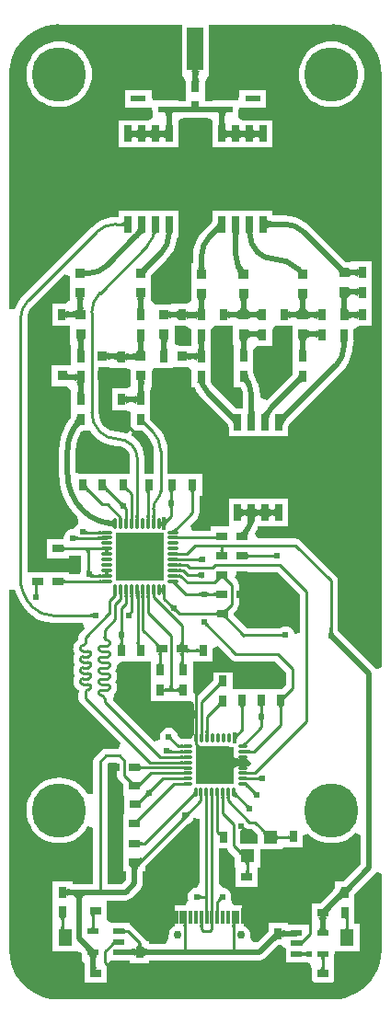
<source format=gtl>
G04*
G04 #@! TF.GenerationSoftware,Altium Limited,Altium Designer,18.1.9 (240)*
G04*
G04 Layer_Physical_Order=1*
G04 Layer_Color=255*
%FSLAX25Y25*%
%MOIN*%
G70*
G01*
G75*
%ADD15C,0.01000*%
%ADD21R,0.03000X0.04000*%
%ADD22R,0.04000X0.03000*%
G04:AMPARAMS|DCode=23|XSize=60mil|YSize=50mil|CornerRadius=0mil|HoleSize=0mil|Usage=FLASHONLY|Rotation=270.000|XOffset=0mil|YOffset=0mil|HoleType=Round|Shape=Octagon|*
%AMOCTAGOND23*
4,1,8,-0.01250,-0.03000,0.01250,-0.03000,0.02500,-0.01750,0.02500,0.01750,0.01250,0.03000,-0.01250,0.03000,-0.02500,0.01750,-0.02500,-0.01750,-0.01250,-0.03000,0.0*
%
%ADD23OCTAGOND23*%

%ADD24R,0.05000X0.06000*%
%ADD25R,0.03500X0.03500*%
%ADD26R,0.02559X0.05906*%
%ADD27R,0.05906X0.15748*%
%ADD28R,0.07874X0.15748*%
%ADD29R,0.04000X0.03150*%
%ADD30R,0.03937X0.01968*%
%ADD31R,0.01181X0.05118*%
%ADD32R,0.13800X0.13800*%
%ADD33O,0.03937X0.01181*%
%ADD34O,0.01181X0.03937*%
%ADD35R,0.01181X0.03937*%
%ADD36R,0.05118X0.04724*%
%ADD37R,0.03150X0.04000*%
%ADD38R,0.17300X0.17300*%
%ADD39O,0.04528X0.01280*%
%ADD40O,0.01280X0.04528*%
%ADD41R,0.01280X0.04528*%
%ADD42R,0.05512X0.02362*%
%ADD69C,0.02000*%
%ADD70O,0.04724X0.07874*%
%ADD71O,0.04724X0.07087*%
%ADD72C,0.02953*%
%ADD73C,0.02400*%
%ADD74C,0.19685*%
G36*
X104480Y337918D02*
X104310Y337858D01*
X104160Y337758D01*
X104030Y337618D01*
X103920Y337438D01*
X103830Y337218D01*
X103760Y336958D01*
X103710Y336658D01*
X103680Y336318D01*
X103671Y335987D01*
X103675Y335708D01*
X103748Y334808D01*
X103792Y334588D01*
X103846Y334408D01*
X103909Y334268D01*
X103982Y334168D01*
X104065Y334108D01*
X104158Y334088D01*
X101182D01*
X101275Y334108D01*
X101358Y334168D01*
X101431Y334268D01*
X101494Y334408D01*
X101548Y334588D01*
X101592Y334808D01*
X101626Y335068D01*
X101665Y335708D01*
X101669Y335987D01*
X101660Y336318D01*
X101630Y336658D01*
X101580Y336958D01*
X101510Y337218D01*
X101420Y337438D01*
X101310Y337618D01*
X101180Y337758D01*
X101030Y337858D01*
X100860Y337918D01*
X100670Y337938D01*
X104670D01*
X104480Y337918D01*
D02*
G37*
G36*
X154446Y354620D02*
X156752Y354161D01*
X158978Y353405D01*
X161087Y352365D01*
X163042Y351059D01*
X164809Y349509D01*
X166359Y347742D01*
X167666Y345787D01*
X168705Y343678D01*
X169461Y341452D01*
X169920Y339146D01*
X169945Y338756D01*
X170052Y336800D01*
X170052Y336800D01*
X170052Y334800D01*
Y121795D01*
X168811Y121265D01*
X168052Y121233D01*
X167740Y121640D01*
X154587Y134792D01*
X154495Y135014D01*
X154286Y135287D01*
X154249Y135844D01*
Y153100D01*
X154055Y154076D01*
X153502Y154902D01*
X140702Y167702D01*
X139875Y168255D01*
X138900Y168449D01*
X125485D01*
X124548Y169635D01*
X124296Y170449D01*
X124440Y170692D01*
X124475Y170789D01*
X124619Y171025D01*
X125043Y172049D01*
X125137Y172185D01*
X125156Y172272D01*
X125200Y172349D01*
X125345Y172778D01*
X125399Y172909D01*
X136279D01*
Y182814D01*
X114720D01*
Y172909D01*
X112724Y172900D01*
X108297D01*
Y171339D01*
X101525D01*
X100696Y173339D01*
X103402Y176045D01*
X103955Y176872D01*
X104149Y177847D01*
Y183800D01*
X105100D01*
Y191800D01*
X98100D01*
Y191800D01*
X97700D01*
Y191800D01*
X92649D01*
Y200208D01*
X92632Y200294D01*
X92484Y202169D01*
X92025Y204082D01*
X91272Y205900D01*
X90244Y207578D01*
X89022Y209008D01*
X88973Y209081D01*
X86301Y211754D01*
X86300Y211757D01*
Y214950D01*
Y220801D01*
X86327Y220938D01*
X86319Y220981D01*
X86325Y221024D01*
X86300Y221129D01*
Y221936D01*
X86750Y223750D01*
D01*
X86773Y225741D01*
X86777Y225762D01*
X86750Y225899D01*
Y225927D01*
X86757Y226050D01*
X86750Y226069D01*
Y228773D01*
X87650Y230400D01*
X88605Y230400D01*
X94650D01*
Y230725D01*
X99431D01*
X99450Y230718D01*
X99922Y230552D01*
X101300Y229455D01*
Y225429D01*
X101296Y225417D01*
X101300Y225324D01*
Y225249D01*
X101273Y225112D01*
X101300Y224975D01*
Y223100D01*
X102493D01*
X102651Y222764D01*
X102776Y222456D01*
X102798Y222423D01*
X102807Y222383D01*
X102880Y222282D01*
X102981Y222038D01*
X103796Y220708D01*
X103895Y220546D01*
X105031Y219216D01*
X105037Y219222D01*
X113810Y210450D01*
X113840Y210401D01*
X114072Y210157D01*
X114238Y209962D01*
X114374Y209782D01*
X114482Y209617D01*
X114563Y209470D01*
X114622Y209341D01*
X114661Y209230D01*
X114686Y209134D01*
X114699Y209050D01*
X114708Y208870D01*
X114720Y208821D01*
Y205586D01*
X136279D01*
Y208821D01*
X136292Y208870D01*
X136301Y209050D01*
X136314Y209134D01*
X136339Y209230D01*
X136378Y209341D01*
X136437Y209470D01*
X136518Y209617D01*
X136626Y209782D01*
X136762Y209962D01*
X136928Y210157D01*
X137160Y210401D01*
X137190Y210450D01*
X154297Y227556D01*
X155721Y228960D01*
X155721Y228960D01*
X157050Y230516D01*
X158119Y232261D01*
X158902Y234151D01*
X159380Y236141D01*
X159540Y238181D01*
X160000Y238200D01*
Y240075D01*
X160027Y240212D01*
X160000Y240349D01*
Y244264D01*
X161428Y245335D01*
X161828Y245484D01*
X161878Y245500D01*
X166600D01*
Y253500D01*
Y260800D01*
Y268800D01*
X161892D01*
X161852Y268813D01*
X161731Y268804D01*
X161612Y268827D01*
X161475Y268800D01*
X159600D01*
X159600Y268800D01*
X157950Y268657D01*
X157931Y268650D01*
X157667D01*
X157590Y268665D01*
X157514Y268650D01*
X157153D01*
X156542Y269168D01*
X156179Y269519D01*
X156127Y269552D01*
X144046Y281634D01*
X144056Y281644D01*
X142500Y282973D01*
X140755Y284042D01*
X138865Y284825D01*
X136875Y285302D01*
X134835Y285463D01*
Y285449D01*
X130676D01*
X130621Y285461D01*
X130579Y285462D01*
Y287376D01*
X109020D01*
Y284140D01*
X109008Y284092D01*
X108999Y283912D01*
X108986Y283828D01*
X108961Y283732D01*
X108922Y283620D01*
X108863Y283491D01*
X108782Y283344D01*
X108674Y283180D01*
X108538Y282999D01*
X108372Y282804D01*
X108140Y282560D01*
X108110Y282512D01*
X105639Y280041D01*
X105629Y280051D01*
X104300Y278496D01*
X103231Y276751D01*
X102448Y274860D01*
X101970Y272871D01*
X101810Y270831D01*
X101824D01*
Y268236D01*
X101811Y268178D01*
X101811Y268150D01*
X101100D01*
Y266275D01*
X101073Y266138D01*
X101100Y266001D01*
Y265973D01*
X101093Y265850D01*
X101100Y265831D01*
Y260650D01*
Y255969D01*
X101093Y255950D01*
X101100Y255827D01*
Y255799D01*
X101073Y255662D01*
X101100Y255525D01*
Y254686D01*
X99672Y253615D01*
X99272Y253466D01*
X99272D01*
X99241Y253456D01*
X99183Y253450D01*
X96800D01*
X96766Y253461D01*
X96635Y253452D01*
X96506Y253477D01*
X96371Y253450D01*
X94500D01*
X94500Y253450D01*
X93038Y253377D01*
X93003Y253370D01*
X92750Y253357D01*
X92731Y253350D01*
X88484D01*
X87422Y253582D01*
X86650Y254977D01*
Y255625D01*
X86677Y255762D01*
X86652Y255888D01*
X86661Y256016D01*
X86650Y256050D01*
Y260750D01*
Y263086D01*
X86652Y263091D01*
X86650Y263148D01*
Y263273D01*
X86677Y263410D01*
X86650Y263546D01*
Y263845D01*
X86653Y263849D01*
X87170Y264460D01*
X87519Y264822D01*
X87552Y264873D01*
X90896Y268217D01*
X92321Y269621D01*
X92321Y269621D01*
X93650Y271177D01*
X94719Y272922D01*
X95502Y274813D01*
X95980Y276802D01*
X96032Y277470D01*
X96380D01*
Y287376D01*
X74821D01*
Y284972D01*
X73865D01*
X73779Y284955D01*
X71904Y284807D01*
X69990Y284348D01*
X68173Y283595D01*
X66495Y282567D01*
X65064Y281345D01*
X64991Y281296D01*
X40326Y256631D01*
X40278Y256558D01*
X39056Y255128D01*
X38028Y253450D01*
X37275Y251632D01*
X37248Y251521D01*
X35248Y251758D01*
Y334800D01*
X35248Y336761D01*
X35248Y336800D01*
X35355Y338756D01*
X35380Y339146D01*
X35839Y341452D01*
X36595Y343678D01*
X37635Y345787D01*
X38941Y347742D01*
X40491Y349509D01*
X42258Y351059D01*
X44213Y352365D01*
X46322Y353405D01*
X48548Y354161D01*
X50854Y354620D01*
X53118Y354768D01*
X53200Y354752D01*
X97717D01*
Y335926D01*
X98252D01*
X99143Y334088D01*
X99170Y333951D01*
Y327082D01*
X96656D01*
Y327237D01*
X88759D01*
X87144Y327237D01*
X86759Y329077D01*
Y330978D01*
X77247D01*
Y324616D01*
X85144D01*
X86759Y324616D01*
X87144Y322775D01*
Y320875D01*
X85485Y320053D01*
X74821D01*
Y310147D01*
X96380D01*
Y317904D01*
X96407Y318041D01*
X96403Y318059D01*
X96406Y318077D01*
X96380Y318201D01*
Y320053D01*
X97273Y320600D01*
X99170Y320850D01*
Y320850D01*
X106170D01*
Y320850D01*
X108079Y320630D01*
X109020Y320053D01*
Y318201D01*
X108994Y318077D01*
X108997Y318059D01*
X108993Y318041D01*
X109020Y317904D01*
Y310147D01*
X130579D01*
Y320053D01*
X119915D01*
X118256Y320875D01*
Y322774D01*
X118641Y324615D01*
X120256Y324615D01*
X128153D01*
Y330977D01*
X118641D01*
Y329077D01*
X118256Y327237D01*
X116641Y327237D01*
X108744D01*
Y327082D01*
X106170D01*
Y333951D01*
X106197Y334088D01*
X107088Y335926D01*
X107623D01*
Y354752D01*
X152100D01*
X152182Y354768D01*
X154446Y354620D01*
D02*
G37*
G36*
X114110Y322878D02*
X113940Y322817D01*
X113790Y322716D01*
X113660Y322575D01*
X113550Y322394D01*
X113460Y322173D01*
X113390Y321912D01*
X113340Y321610D01*
X113310Y321269D01*
X113300Y320887D01*
X111300D01*
X111295Y321267D01*
X111251Y321907D01*
X111213Y322167D01*
X111164Y322387D01*
X111104Y322567D01*
X111033Y322707D01*
X110952Y322807D01*
X110859Y322867D01*
X110756Y322887D01*
X114300Y322899D01*
X114110Y322878D01*
D02*
G37*
G36*
X94644Y322887D02*
X94541Y322867D01*
X94448Y322807D01*
X94367Y322707D01*
X94296Y322567D01*
X94236Y322387D01*
X94187Y322167D01*
X94149Y321907D01*
X94122Y321607D01*
X94100Y320887D01*
X92100D01*
X92090Y321269D01*
X92060Y321610D01*
X92010Y321912D01*
X91940Y322173D01*
X91850Y322394D01*
X91740Y322575D01*
X91610Y322716D01*
X91460Y322817D01*
X91290Y322878D01*
X91100Y322899D01*
X94644Y322887D01*
D02*
G37*
G36*
X113303Y319661D02*
X113396Y318361D01*
X113431Y318221D01*
X113471Y318121D01*
X113517Y318061D01*
X113567Y318041D01*
X111032D01*
X111083Y318061D01*
X111129Y318121D01*
X111169Y318221D01*
X111204Y318361D01*
X111233Y318541D01*
X111257Y318761D01*
X111297Y319661D01*
X111300Y320041D01*
X113300D01*
X113303Y319661D01*
D02*
G37*
G36*
X94103Y319661D02*
X94196Y318361D01*
X94231Y318221D01*
X94271Y318121D01*
X94317Y318061D01*
X94367Y318041D01*
X91833D01*
X91883Y318061D01*
X91929Y318121D01*
X91969Y318221D01*
X92004Y318361D01*
X92033Y318541D01*
X92057Y318761D01*
X92097Y319661D01*
X92100Y320041D01*
X94100D01*
X94103Y319661D01*
D02*
G37*
G36*
X126044Y313100D02*
X126024Y313290D01*
X125964Y313460D01*
X125863Y313610D01*
X125723Y313740D01*
X125541Y313850D01*
X125320Y313940D01*
X125059Y314010D01*
X124800Y314053D01*
X124541Y314010D01*
X124280Y313940D01*
X124058Y313850D01*
X123877Y313740D01*
X123737Y313610D01*
X123636Y313460D01*
X123576Y313290D01*
X123556Y313100D01*
Y317100D01*
X123576Y316910D01*
X123636Y316740D01*
X123737Y316590D01*
X123877Y316460D01*
X124058Y316350D01*
X124280Y316260D01*
X124541Y316190D01*
X124800Y316147D01*
X125059Y316190D01*
X125320Y316260D01*
X125541Y316350D01*
X125723Y316460D01*
X125863Y316590D01*
X125964Y316740D01*
X126024Y316910D01*
X126044Y317100D01*
Y313100D01*
D02*
G37*
G36*
X121045D02*
X121024Y313290D01*
X120964Y313460D01*
X120863Y313610D01*
X120723Y313740D01*
X120542Y313850D01*
X120320Y313940D01*
X120059Y314010D01*
X119800Y314053D01*
X119541Y314010D01*
X119280Y313940D01*
X119059Y313850D01*
X118877Y313740D01*
X118737Y313610D01*
X118636Y313460D01*
X118576Y313290D01*
X118555Y313100D01*
Y317100D01*
X118576Y316910D01*
X118636Y316740D01*
X118737Y316590D01*
X118877Y316460D01*
X119059Y316350D01*
X119280Y316260D01*
X119541Y316190D01*
X119800Y316147D01*
X120059Y316190D01*
X120320Y316260D01*
X120542Y316350D01*
X120723Y316460D01*
X120863Y316590D01*
X120964Y316740D01*
X121024Y316910D01*
X121045Y317100D01*
Y313100D01*
D02*
G37*
G36*
X116044D02*
X116024Y313290D01*
X115964Y313460D01*
X115863Y313610D01*
X115723Y313740D01*
X115542Y313850D01*
X115320Y313940D01*
X115059Y314010D01*
X114800Y314053D01*
X114541Y314010D01*
X114280Y313940D01*
X114058Y313850D01*
X113877Y313740D01*
X113737Y313610D01*
X113636Y313460D01*
X113576Y313290D01*
X113556Y313100D01*
Y317100D01*
X113576Y316910D01*
X113636Y316740D01*
X113737Y316590D01*
X113877Y316460D01*
X114058Y316350D01*
X114280Y316260D01*
X114541Y316190D01*
X114800Y316147D01*
X115059Y316190D01*
X115320Y316260D01*
X115542Y316350D01*
X115723Y316460D01*
X115863Y316590D01*
X115964Y316740D01*
X116024Y316910D01*
X116044Y317100D01*
Y313100D01*
D02*
G37*
G36*
X91844Y313100D02*
X91824Y313290D01*
X91764Y313460D01*
X91663Y313610D01*
X91523Y313740D01*
X91342Y313850D01*
X91120Y313940D01*
X90859Y314010D01*
X90600Y314053D01*
X90341Y314010D01*
X90080Y313940D01*
X89859Y313850D01*
X89677Y313740D01*
X89537Y313610D01*
X89436Y313460D01*
X89376Y313290D01*
X89355Y313100D01*
Y317100D01*
X89376Y316910D01*
X89436Y316740D01*
X89537Y316590D01*
X89677Y316460D01*
X89859Y316350D01*
X90080Y316260D01*
X90341Y316190D01*
X90600Y316147D01*
X90859Y316190D01*
X91120Y316260D01*
X91342Y316350D01*
X91523Y316460D01*
X91663Y316590D01*
X91764Y316740D01*
X91824Y316910D01*
X91844Y317100D01*
Y313100D01*
D02*
G37*
G36*
X86844D02*
X86824Y313290D01*
X86764Y313460D01*
X86663Y313610D01*
X86523Y313740D01*
X86342Y313850D01*
X86120Y313940D01*
X85859Y314010D01*
X85600Y314053D01*
X85341Y314010D01*
X85080Y313940D01*
X84859Y313850D01*
X84677Y313740D01*
X84537Y313610D01*
X84436Y313460D01*
X84376Y313290D01*
X84355Y313100D01*
Y317100D01*
X84376Y316910D01*
X84436Y316740D01*
X84537Y316590D01*
X84677Y316460D01*
X84859Y316350D01*
X85080Y316260D01*
X85341Y316190D01*
X85600Y316147D01*
X85859Y316190D01*
X86120Y316260D01*
X86342Y316350D01*
X86523Y316460D01*
X86663Y316590D01*
X86764Y316740D01*
X86824Y316910D01*
X86844Y317100D01*
Y313100D01*
D02*
G37*
G36*
X81845D02*
X81824Y313290D01*
X81764Y313460D01*
X81663Y313610D01*
X81523Y313740D01*
X81341Y313850D01*
X81120Y313940D01*
X80859Y314010D01*
X80600Y314053D01*
X80341Y314010D01*
X80080Y313940D01*
X79858Y313850D01*
X79677Y313740D01*
X79537Y313610D01*
X79436Y313460D01*
X79376Y313290D01*
X79356Y313100D01*
Y317100D01*
X79376Y316910D01*
X79436Y316740D01*
X79537Y316590D01*
X79677Y316460D01*
X79858Y316350D01*
X80080Y316260D01*
X80341Y316190D01*
X80600Y316147D01*
X80859Y316190D01*
X81120Y316260D01*
X81341Y316350D01*
X81523Y316460D01*
X81663Y316590D01*
X81764Y316740D01*
X81824Y316910D01*
X81845Y317100D01*
Y313100D01*
D02*
G37*
G36*
X76845Y281423D02*
X76834Y281518D01*
X76804Y281603D01*
X76753Y281678D01*
X76683Y281743D01*
X76591Y281798D01*
X76480Y281843D01*
X76349Y281878D01*
X76197Y281903D01*
X76025Y281918D01*
X75832Y281923D01*
Y282923D01*
X76025Y282928D01*
X76197Y282943D01*
X76349Y282968D01*
X76480Y283003D01*
X76591Y283048D01*
X76683Y283103D01*
X76753Y283168D01*
X76804Y283243D01*
X76834Y283328D01*
X76845Y283423D01*
Y281423D01*
D02*
G37*
G36*
X128576Y284233D02*
X128636Y284063D01*
X128737Y283913D01*
X128877Y283783D01*
X129059Y283673D01*
X129280Y283583D01*
X129541Y283513D01*
X129843Y283463D01*
X130185Y283433D01*
X130568Y283423D01*
Y281423D01*
X130185Y281413D01*
X129843Y281383D01*
X129541Y281333D01*
X129280Y281263D01*
X129059Y281173D01*
X128877Y281063D01*
X128737Y280933D01*
X128636Y280783D01*
X128576Y280613D01*
X128556Y280423D01*
Y284423D01*
X128576Y284233D01*
D02*
G37*
G36*
X111032Y279482D02*
X111018Y279517D01*
X110976Y279519D01*
X110905Y279487D01*
X110806Y279422D01*
X110679Y279323D01*
X110339Y279025D01*
X109618Y278327D01*
Y281155D01*
X109889Y281440D01*
X110131Y281724D01*
X110344Y282007D01*
X110529Y282291D01*
X110686Y282574D01*
X110814Y282856D01*
X110915Y283139D01*
X110986Y283421D01*
X111030Y283702D01*
X111045Y283984D01*
X111032Y279482D01*
D02*
G37*
G36*
X88801Y279484D02*
X88706Y279454D01*
X88617Y279405D01*
X88532Y279336D01*
X88452Y279248D01*
X88376Y279140D01*
X88306Y279013D01*
X88240Y278866D01*
X88179Y278700D01*
X88124Y278515D01*
X87073Y278522D01*
X87118Y278704D01*
X87148Y278868D01*
X87162Y279012D01*
X87161Y279136D01*
X87145Y279242D01*
X87113Y279328D01*
X87066Y279396D01*
X87003Y279444D01*
X86926Y279472D01*
X86832Y279482D01*
X88900Y279494D01*
X88801Y279484D01*
D02*
G37*
G36*
X84368Y279482D02*
X84219Y279465D01*
X84059Y279415D01*
X83888Y279331D01*
X83707Y279213D01*
X83514Y279062D01*
X83311Y278877D01*
X83096Y278659D01*
X82635Y278122D01*
X82388Y277802D01*
X80841Y279072D01*
X81134Y279473D01*
X81591Y280181D01*
X81756Y280486D01*
X81877Y280760D01*
X81956Y281001D01*
X81992Y281211D01*
X81986Y281388D01*
X81937Y281534D01*
X81845Y281647D01*
X84368Y279482D01*
D02*
G37*
G36*
X118517Y279462D02*
X118471Y279402D01*
X118431Y279302D01*
X118396Y279162D01*
X118367Y278982D01*
X118343Y278762D01*
X118303Y277862D01*
X118300Y277482D01*
X116300D01*
X116297Y277862D01*
X116204Y279162D01*
X116169Y279302D01*
X116129Y279402D01*
X116083Y279462D01*
X116033Y279482D01*
X118568D01*
X118517Y279462D01*
D02*
G37*
G36*
X105857Y267758D02*
X105916Y267118D01*
X105968Y266858D01*
X106035Y266638D01*
X106116Y266458D01*
X106212Y266318D01*
X106322Y266218D01*
X106448Y266158D01*
X106588Y266138D01*
X103112D01*
X103252Y266158D01*
X103378Y266218D01*
X103488Y266318D01*
X103584Y266458D01*
X103665Y266638D01*
X103732Y266858D01*
X103784Y267118D01*
X103821Y267418D01*
X103843Y267758D01*
X103850Y268138D01*
X105850D01*
X105857Y267758D01*
D02*
G37*
G36*
X86052Y266238D02*
X85656Y265828D01*
X85034Y265092D01*
X84808Y264767D01*
X84638Y264470D01*
X84525Y264201D01*
X84468Y263961D01*
Y263749D01*
X84525Y263565D01*
X84638Y263410D01*
X81810Y266238D01*
X81965Y266125D01*
X82149Y266068D01*
X82361D01*
X82601Y266125D01*
X82870Y266238D01*
X83167Y266408D01*
X83492Y266634D01*
X83846Y266917D01*
X84638Y267652D01*
X86052Y266238D01*
D02*
G37*
G36*
X161612Y262900D02*
X161592Y263090D01*
X161532Y263260D01*
X161432Y263410D01*
X161292Y263540D01*
X161112Y263650D01*
X160892Y263740D01*
X160632Y263810D01*
X160332Y263860D01*
X159992Y263890D01*
X159878Y263893D01*
X159858Y263893D01*
X159218Y263834D01*
X158958Y263782D01*
X158738Y263716D01*
X158558Y263634D01*
X158418Y263538D01*
X158318Y263428D01*
X158258Y263302D01*
X158238Y263162D01*
Y266638D01*
X158258Y266498D01*
X158318Y266372D01*
X158418Y266262D01*
X158558Y266166D01*
X158738Y266085D01*
X158958Y266018D01*
X159218Y265966D01*
X159518Y265930D01*
X159858Y265907D01*
X159896Y265907D01*
X159992Y265909D01*
X160332Y265935D01*
X160632Y265980D01*
X160892Y266042D01*
X161112Y266122D01*
X161292Y266220D01*
X161432Y266335D01*
X161532Y266468D01*
X161592Y266619D01*
X161612Y266788D01*
Y262900D01*
D02*
G37*
G36*
X155173Y267655D02*
X155910Y267030D01*
X156236Y266803D01*
X156533Y266632D01*
X156801Y266518D01*
X157041Y266460D01*
X157253Y266459D01*
X157436Y266514D01*
X157590Y266626D01*
X154774Y263810D01*
X154886Y263964D01*
X154941Y264147D01*
X154940Y264359D01*
X154882Y264599D01*
X154768Y264867D01*
X154597Y265164D01*
X154370Y265490D01*
X154086Y265844D01*
X153348Y266638D01*
X154762Y268052D01*
X155173Y267655D01*
D02*
G37*
G36*
X119203Y267378D02*
X119672Y266593D01*
X119889Y266309D01*
X120094Y266098D01*
X120286Y265959D01*
X120467Y265892D01*
X120636Y265897D01*
X120793Y265976D01*
X120937Y266126D01*
X118359Y262662D01*
X118349Y263026D01*
X118318Y263397D01*
X118194Y264158D01*
X118102Y264549D01*
X117855Y265351D01*
X117701Y265762D01*
X117331Y266603D01*
X118951Y267880D01*
X119203Y267378D01*
D02*
G37*
G36*
X158258Y259498D02*
X158318Y259372D01*
X158418Y259262D01*
X158558Y259166D01*
X158738Y259085D01*
X158958Y259018D01*
X159218Y258966D01*
X159518Y258929D01*
X159858Y258907D01*
X159960Y258905D01*
X159992Y258906D01*
X160632Y258953D01*
X160892Y258994D01*
X161112Y259047D01*
X161292Y259112D01*
X161432Y259188D01*
X161532Y259276D01*
X161592Y259376D01*
X161612Y259488D01*
Y255900D01*
X161592Y256090D01*
X161532Y256260D01*
X161432Y256410D01*
X161292Y256540D01*
X161112Y256650D01*
X160892Y256740D01*
X160632Y256810D01*
X160332Y256860D01*
X159992Y256890D01*
X159878Y256893D01*
X159858Y256893D01*
X159218Y256834D01*
X158958Y256782D01*
X158738Y256715D01*
X158558Y256634D01*
X158418Y256538D01*
X158318Y256428D01*
X158258Y256302D01*
X158238Y256162D01*
X158098Y256142D01*
X157972Y256082D01*
X157862Y255982D01*
X157766Y255842D01*
X157685Y255662D01*
X157618Y255442D01*
X157566Y255182D01*
X157529Y254882D01*
X157507Y254542D01*
X157500Y254162D01*
X155500D01*
X155493Y254542D01*
X155434Y255182D01*
X155382Y255442D01*
X155315Y255662D01*
X155234Y255842D01*
X155138Y255982D01*
X155028Y256082D01*
X154902Y256142D01*
X154762Y256162D01*
X158238D01*
Y259638D01*
X158258Y259498D01*
D02*
G37*
G36*
X84479Y255742D02*
X84336Y255682D01*
X84211Y255582D01*
X84102Y255442D01*
X84009Y255262D01*
X83934Y255042D01*
X83875Y254782D01*
X83833Y254482D01*
X83808Y254142D01*
X83800Y253762D01*
X81800D01*
X81794Y254142D01*
X81743Y254782D01*
X81698Y255042D01*
X81640Y255262D01*
X81570Y255442D01*
X81487Y255582D01*
X81392Y255682D01*
X81283Y255742D01*
X81162Y255762D01*
X84638D01*
X84479Y255742D01*
D02*
G37*
G36*
X62498D02*
X62372Y255682D01*
X62262Y255582D01*
X62166Y255442D01*
X62085Y255262D01*
X62018Y255042D01*
X61966Y254782D01*
X61930Y254482D01*
X61907Y254142D01*
X61900Y253762D01*
X59900D01*
X59893Y254142D01*
X59834Y254782D01*
X59782Y255042D01*
X59715Y255262D01*
X59634Y255442D01*
X59538Y255582D01*
X59428Y255682D01*
X59302Y255742D01*
X59162Y255762D01*
X62638D01*
X62498Y255742D01*
D02*
G37*
G36*
X143098Y255642D02*
X142972Y255582D01*
X142862Y255482D01*
X142766Y255342D01*
X142684Y255162D01*
X142618Y254942D01*
X142566Y254682D01*
X142529Y254382D01*
X142507Y254042D01*
X142500Y253662D01*
X140500D01*
X140493Y254042D01*
X140434Y254682D01*
X140382Y254942D01*
X140315Y255162D01*
X140234Y255342D01*
X140138Y255482D01*
X140028Y255582D01*
X139902Y255642D01*
X139762Y255662D01*
X143238D01*
X143098Y255642D01*
D02*
G37*
G36*
X121695D02*
X121569Y255582D01*
X121458Y255482D01*
X121362Y255342D01*
X121281Y255162D01*
X121215Y254942D01*
X121163Y254682D01*
X121126Y254382D01*
X121104Y254042D01*
X121097Y253662D01*
X119097D01*
X119089Y254042D01*
X119030Y254682D01*
X118979Y254942D01*
X118912Y255162D01*
X118831Y255342D01*
X118735Y255482D01*
X118624Y255582D01*
X118499Y255642D01*
X118359Y255662D01*
X121835D01*
X121695Y255642D01*
D02*
G37*
G36*
X106448D02*
X106322Y255582D01*
X106212Y255482D01*
X106116Y255342D01*
X106035Y255162D01*
X105968Y254942D01*
X105916Y254682D01*
X105879Y254382D01*
X105857Y254042D01*
X105850Y253662D01*
X103850D01*
X103843Y254042D01*
X103784Y254682D01*
X103732Y254942D01*
X103665Y255162D01*
X103584Y255342D01*
X103488Y255482D01*
X103378Y255582D01*
X103252Y255642D01*
X103112Y255662D01*
X106588D01*
X106448Y255642D01*
D02*
G37*
G36*
X157505Y253108D02*
X157578Y252208D01*
X157622Y251988D01*
X157676Y251808D01*
X157739Y251668D01*
X157812Y251568D01*
X157895Y251508D01*
X157988Y251488D01*
X155012D01*
X155105Y251508D01*
X155188Y251568D01*
X155261Y251668D01*
X155324Y251808D01*
X155378Y251988D01*
X155422Y252208D01*
X155456Y252468D01*
X155495Y253108D01*
X155500Y253488D01*
X157500D01*
X157505Y253108D01*
D02*
G37*
G36*
X105854D02*
X105912Y252208D01*
X105947Y251988D01*
X105990Y251808D01*
X106040Y251668D01*
X106098Y251568D01*
X106164Y251508D01*
X106238Y251488D01*
X103262D01*
X103374Y251508D01*
X103474Y251568D01*
X103562Y251668D01*
X103638Y251808D01*
X103703Y251988D01*
X103756Y252208D01*
X103797Y252468D01*
X103826Y252768D01*
X103850Y253488D01*
X105850D01*
X105854Y253108D01*
D02*
G37*
G36*
X83805D02*
X83878Y252208D01*
X83922Y251988D01*
X83976Y251808D01*
X84039Y251668D01*
X84112Y251568D01*
X84195Y251508D01*
X84288Y251488D01*
X81312D01*
X81405Y251508D01*
X81488Y251568D01*
X81561Y251668D01*
X81624Y251808D01*
X81678Y251988D01*
X81722Y252208D01*
X81756Y252468D01*
X81795Y253108D01*
X81800Y253488D01*
X83800D01*
X83805Y253108D01*
D02*
G37*
G36*
X61909Y253058D02*
X61937Y252718D01*
X61984Y252418D01*
X62050Y252158D01*
X62134Y251938D01*
X62238Y251758D01*
X62360Y251618D01*
X62500Y251518D01*
X62660Y251458D01*
X62838Y251438D01*
X59362D01*
X59464Y251458D01*
X59556Y251518D01*
X59636Y251618D01*
X59706Y251758D01*
X59765Y251938D01*
X59814Y252158D01*
X59852Y252418D01*
X59878Y252718D01*
X59900Y253438D01*
X61900D01*
X61909Y253058D01*
D02*
G37*
G36*
X142507Y252958D02*
X142566Y252318D01*
X142618Y252058D01*
X142684Y251838D01*
X142766Y251658D01*
X142862Y251518D01*
X142972Y251418D01*
X143098Y251358D01*
X143238Y251338D01*
X139762D01*
X139902Y251358D01*
X140028Y251418D01*
X140138Y251518D01*
X140234Y251658D01*
X140315Y251838D01*
X140382Y252058D01*
X140434Y252318D01*
X140471Y252618D01*
X140493Y252958D01*
X140500Y253338D01*
X142500D01*
X142507Y252958D01*
D02*
G37*
G36*
X121104D02*
X121163Y252318D01*
X121215Y252058D01*
X121281Y251838D01*
X121362Y251658D01*
X121458Y251518D01*
X121569Y251418D01*
X121695Y251358D01*
X121835Y251338D01*
X118359D01*
X118499Y251358D01*
X118624Y251418D01*
X118735Y251518D01*
X118831Y251658D01*
X118912Y251838D01*
X118979Y252058D01*
X119030Y252318D01*
X119067Y252618D01*
X119089Y252958D01*
X119097Y253338D01*
X121097D01*
X121104Y252958D01*
D02*
G37*
G36*
X96524Y247600D02*
X96503Y247790D01*
X96443Y247960D01*
X96342Y248110D01*
X96201Y248240D01*
X96019Y248350D01*
X95798Y248440D01*
X95537Y248510D01*
X95235Y248560D01*
X94894Y248590D01*
X94736Y248594D01*
X94658Y248593D01*
X94018Y248534D01*
X93758Y248482D01*
X93538Y248415D01*
X93358Y248334D01*
X93218Y248238D01*
X93118Y248128D01*
X93058Y248002D01*
X93038Y247862D01*
Y251338D01*
X93058Y251198D01*
X93118Y251072D01*
X93218Y250962D01*
X93358Y250866D01*
X93538Y250784D01*
X93758Y250718D01*
X94018Y250666D01*
X94318Y250629D01*
X94658Y250607D01*
X94758Y250605D01*
X94892Y250608D01*
X95532Y250675D01*
X95792Y250734D01*
X96012Y250810D01*
X96192Y250902D01*
X96332Y251011D01*
X96432Y251136D01*
X96492Y251279D01*
X96512Y251438D01*
X96524Y247600D01*
D02*
G37*
G36*
X125509D02*
X125489Y247790D01*
X125429Y247960D01*
X125329Y248110D01*
X125189Y248240D01*
X125009Y248350D01*
X124789Y248440D01*
X124529Y248510D01*
X124229Y248560D01*
X123889Y248590D01*
X123647Y248596D01*
X123455Y248593D01*
X122815Y248534D01*
X122555Y248482D01*
X122335Y248415D01*
X122155Y248334D01*
X122015Y248238D01*
X121915Y248128D01*
X121855Y248002D01*
X121835Y247862D01*
Y251338D01*
X121855Y251198D01*
X121915Y251072D01*
X122015Y250962D01*
X122155Y250866D01*
X122335Y250784D01*
X122555Y250718D01*
X122815Y250666D01*
X123115Y250629D01*
X123455Y250607D01*
X123657Y250604D01*
X123889Y250609D01*
X124229Y250636D01*
X124529Y250680D01*
X124789Y250742D01*
X125009Y250822D01*
X125189Y250920D01*
X125329Y251035D01*
X125429Y251168D01*
X125489Y251319D01*
X125509Y251488D01*
Y247600D01*
D02*
G37*
G36*
X161612Y247512D02*
X161592Y247700D01*
X161532Y247868D01*
X161432Y248016D01*
X161292Y248144D01*
X161112Y248253D01*
X160892Y248342D01*
X160632Y248411D01*
X160332Y248461D01*
X159992Y248490D01*
X159800Y248495D01*
X159608Y248490D01*
X159268Y248461D01*
X158968Y248411D01*
X158708Y248342D01*
X158488Y248253D01*
X158308Y248144D01*
X158168Y248016D01*
X158068Y247868D01*
X158008Y247700D01*
X157988Y247512D01*
Y251488D01*
X158008Y251300D01*
X158068Y251132D01*
X158168Y250984D01*
X158308Y250856D01*
X158488Y250747D01*
X158708Y250658D01*
X158968Y250589D01*
X159268Y250539D01*
X159608Y250510D01*
X159800Y250505D01*
X159992Y250510D01*
X160332Y250539D01*
X160632Y250589D01*
X160892Y250658D01*
X161112Y250747D01*
X161292Y250856D01*
X161432Y250984D01*
X161532Y251132D01*
X161592Y251300D01*
X161612Y251488D01*
Y247512D01*
D02*
G37*
G36*
X146912D02*
X146892Y247700D01*
X146832Y247868D01*
X146732Y248016D01*
X146592Y248144D01*
X146412Y248253D01*
X146192Y248342D01*
X145932Y248411D01*
X145632Y248461D01*
X145292Y248490D01*
X145040Y248497D01*
X144858Y248494D01*
X144218Y248443D01*
X143958Y248398D01*
X143738Y248341D01*
X143558Y248270D01*
X143418Y248187D01*
X143318Y248092D01*
X143258Y247983D01*
X143238Y247862D01*
Y251338D01*
X143258Y251179D01*
X143318Y251036D01*
X143418Y250911D01*
X143558Y250802D01*
X143738Y250710D01*
X143958Y250634D01*
X144218Y250575D01*
X144518Y250534D01*
X144858Y250508D01*
X145062Y250504D01*
X145292Y250510D01*
X145632Y250539D01*
X145932Y250589D01*
X146192Y250658D01*
X146412Y250747D01*
X146592Y250856D01*
X146732Y250984D01*
X146832Y251132D01*
X146892Y251300D01*
X146912Y251488D01*
Y247512D01*
D02*
G37*
G36*
X103262D02*
X103242Y247690D01*
X103182Y247850D01*
X103082Y247990D01*
X102942Y248112D01*
X102762Y248216D01*
X102542Y248300D01*
X102282Y248366D01*
X101982Y248412D01*
X101642Y248441D01*
X101378Y248447D01*
X101108Y248440D01*
X100768Y248411D01*
X100468Y248361D01*
X100208Y248292D01*
X99988Y248203D01*
X99808Y248094D01*
X99668Y247966D01*
X99568Y247818D01*
X99508Y247650D01*
X99488Y247462D01*
Y251438D01*
X99508Y251250D01*
X99568Y251082D01*
X99668Y250934D01*
X99808Y250806D01*
X99988Y250697D01*
X100208Y250608D01*
X100468Y250539D01*
X100768Y250489D01*
X101108Y250460D01*
X101374Y250453D01*
X101642Y250460D01*
X101982Y250490D01*
X102282Y250540D01*
X102542Y250610D01*
X102762Y250700D01*
X102942Y250810D01*
X103082Y250940D01*
X103182Y251090D01*
X103242Y251260D01*
X103262Y251450D01*
Y247512D01*
D02*
G37*
G36*
X55808Y251338D02*
X55868Y251204D01*
X55968Y251086D01*
X56108Y250984D01*
X56288Y250897D01*
X56508Y250826D01*
X56768Y250771D01*
X57068Y250731D01*
X57408Y250708D01*
X57582Y250704D01*
X57742Y250707D01*
X58382Y250766D01*
X58642Y250818D01*
X58862Y250885D01*
X59042Y250966D01*
X59182Y251062D01*
X59282Y251172D01*
X59342Y251298D01*
X59362Y251438D01*
Y247962D01*
X59342Y248102D01*
X59282Y248228D01*
X59182Y248338D01*
X59042Y248434D01*
X58862Y248516D01*
X58642Y248582D01*
X58382Y248634D01*
X58082Y248671D01*
X57742Y248693D01*
X57607Y248695D01*
X57408Y248690D01*
X57068Y248660D01*
X56768Y248610D01*
X56508Y248540D01*
X56288Y248450D01*
X56108Y248340D01*
X55968Y248210D01*
X55868Y248060D01*
X55808Y247890D01*
X55788Y247700D01*
Y251488D01*
X55808Y251338D01*
D02*
G37*
G36*
X136408Y251319D02*
X136468Y251168D01*
X136568Y251035D01*
X136708Y250920D01*
X136888Y250822D01*
X137108Y250742D01*
X137368Y250680D01*
X137668Y250636D01*
X138008Y250609D01*
X138104Y250607D01*
X138142Y250607D01*
X138782Y250666D01*
X139042Y250718D01*
X139262Y250784D01*
X139442Y250866D01*
X139582Y250962D01*
X139682Y251072D01*
X139742Y251198D01*
X139762Y251338D01*
Y247862D01*
X139742Y248002D01*
X139682Y248128D01*
X139582Y248238D01*
X139442Y248334D01*
X139262Y248415D01*
X139042Y248482D01*
X138782Y248534D01*
X138482Y248570D01*
X138142Y248593D01*
X138121Y248593D01*
X138006Y248590D01*
X137665Y248560D01*
X137363Y248510D01*
X137102Y248440D01*
X136881Y248350D01*
X136699Y248240D01*
X136558Y248110D01*
X136458Y247960D01*
X136397Y247790D01*
X136376Y247600D01*
X136388Y251488D01*
X136408Y251319D01*
D02*
G37*
G36*
X114505D02*
X114565Y251168D01*
X114665Y251035D01*
X114805Y250920D01*
X114985Y250822D01*
X115205Y250742D01*
X115465Y250680D01*
X115765Y250636D01*
X116105Y250609D01*
X116428Y250601D01*
X116739Y250607D01*
X117379Y250666D01*
X117639Y250718D01*
X117859Y250784D01*
X118039Y250866D01*
X118179Y250962D01*
X118279Y251072D01*
X118339Y251198D01*
X118359Y251338D01*
Y247862D01*
X118339Y248002D01*
X118279Y248128D01*
X118179Y248238D01*
X118039Y248334D01*
X117859Y248415D01*
X117639Y248482D01*
X117379Y248534D01*
X117079Y248570D01*
X116739Y248593D01*
X116431Y248599D01*
X116103Y248590D01*
X115761Y248560D01*
X115460Y248510D01*
X115199Y248440D01*
X114977Y248350D01*
X114796Y248240D01*
X114655Y248110D01*
X114554Y247960D01*
X114494Y247790D01*
X114473Y247600D01*
X114485Y251488D01*
X114505Y251319D01*
D02*
G37*
G36*
X143258Y244198D02*
X143318Y244072D01*
X143418Y243962D01*
X143558Y243866D01*
X143738Y243784D01*
X143958Y243718D01*
X144218Y243666D01*
X144518Y243630D01*
X144858Y243607D01*
X145093Y243603D01*
X145292Y243606D01*
X145932Y243653D01*
X146192Y243694D01*
X146412Y243747D01*
X146592Y243812D01*
X146732Y243888D01*
X146832Y243976D01*
X146892Y244076D01*
X146912Y244188D01*
Y240600D01*
X146892Y240790D01*
X146832Y240960D01*
X146732Y241110D01*
X146592Y241240D01*
X146412Y241350D01*
X146192Y241440D01*
X145932Y241510D01*
X145632Y241560D01*
X145292Y241590D01*
X145050Y241596D01*
X144858Y241593D01*
X144218Y241534D01*
X143958Y241482D01*
X143738Y241416D01*
X143558Y241334D01*
X143418Y241238D01*
X143318Y241128D01*
X143258Y241002D01*
X143238Y240862D01*
X143098Y240842D01*
X142972Y240782D01*
X142862Y240682D01*
X142766Y240542D01*
X142684Y240362D01*
X142618Y240142D01*
X142566Y239882D01*
X142529Y239582D01*
X142507Y239242D01*
X142500Y238862D01*
X140500D01*
X140493Y239242D01*
X140434Y239882D01*
X140382Y240142D01*
X140315Y240362D01*
X140234Y240542D01*
X140138Y240682D01*
X140028Y240782D01*
X139902Y240842D01*
X139762Y240862D01*
X143238D01*
Y244338D01*
X143258Y244198D01*
D02*
G37*
G36*
X121855D02*
X121915Y244072D01*
X122015Y243962D01*
X122155Y243866D01*
X122335Y243784D01*
X122555Y243718D01*
X122815Y243666D01*
X123115Y243630D01*
X123455Y243607D01*
X123690Y243603D01*
X123889Y243606D01*
X124529Y243653D01*
X124789Y243694D01*
X125009Y243747D01*
X125189Y243812D01*
X125329Y243888D01*
X125429Y243976D01*
X125489Y244076D01*
X125509Y244188D01*
Y240600D01*
X125489Y240790D01*
X125429Y240960D01*
X125329Y241110D01*
X125189Y241240D01*
X125009Y241350D01*
X124789Y241440D01*
X124529Y241510D01*
X124229Y241560D01*
X123889Y241590D01*
X123647Y241596D01*
X123455Y241593D01*
X122815Y241534D01*
X122555Y241482D01*
X122335Y241416D01*
X122155Y241334D01*
X122015Y241238D01*
X121915Y241128D01*
X121855Y241002D01*
X121835Y240862D01*
X121695Y240842D01*
X121569Y240782D01*
X121458Y240682D01*
X121362Y240542D01*
X121281Y240362D01*
X121215Y240142D01*
X121163Y239882D01*
X121126Y239582D01*
X121104Y239242D01*
X121097Y238862D01*
X119097D01*
X119089Y239242D01*
X119030Y239882D01*
X118979Y240142D01*
X118912Y240362D01*
X118831Y240542D01*
X118735Y240682D01*
X118624Y240782D01*
X118499Y240842D01*
X118359Y240862D01*
X121835D01*
Y244338D01*
X121855Y244198D01*
D02*
G37*
G36*
X62698Y240942D02*
X62572Y240882D01*
X62462Y240782D01*
X62366Y240642D01*
X62284Y240462D01*
X62218Y240242D01*
X62166Y239982D01*
X62129Y239682D01*
X62107Y239342D01*
X62100Y238962D01*
X60100D01*
X60093Y239342D01*
X60034Y239982D01*
X59982Y240242D01*
X59916Y240462D01*
X59834Y240642D01*
X59738Y240782D01*
X59628Y240882D01*
X59502Y240942D01*
X59362Y240962D01*
X62838D01*
X62698Y240942D01*
D02*
G37*
G36*
X92898Y240842D02*
X92772Y240782D01*
X92662Y240682D01*
X92566Y240542D01*
X92484Y240362D01*
X92418Y240142D01*
X92366Y239882D01*
X92330Y239582D01*
X92307Y239242D01*
X92300Y238862D01*
X90300D01*
X90293Y239242D01*
X90234Y239882D01*
X90182Y240142D01*
X90115Y240362D01*
X90034Y240542D01*
X89938Y240682D01*
X89828Y240782D01*
X89702Y240842D01*
X89562Y240862D01*
X93038D01*
X92898Y240842D01*
D02*
G37*
G36*
X99272Y245434D02*
X99508Y245410D01*
X101250Y244314D01*
Y240349D01*
X101223Y240212D01*
X101169Y239460D01*
X100004Y238476D01*
X99450Y238232D01*
X99431Y238225D01*
X96791D01*
X95050Y238850D01*
Y240725D01*
X95077Y240862D01*
X95050Y240999D01*
Y241027D01*
X95057Y241150D01*
X95050Y241169D01*
Y245450D01*
X99222D01*
X99272Y245434D01*
D02*
G37*
G36*
X157895Y240192D02*
X157812Y240132D01*
X157739Y240032D01*
X157676Y239892D01*
X157622Y239712D01*
X157578Y239492D01*
X157544Y239232D01*
X157505Y238592D01*
X157500Y238212D01*
X155500D01*
X155495Y238592D01*
X155422Y239492D01*
X155378Y239712D01*
X155324Y239892D01*
X155261Y240032D01*
X155188Y240132D01*
X155105Y240192D01*
X155012Y240212D01*
X157988D01*
X157895Y240192D01*
D02*
G37*
G36*
X142504Y238061D02*
X142562Y237161D01*
X142597Y236941D01*
X142640Y236761D01*
X142690Y236621D01*
X142748Y236521D01*
X142814Y236461D01*
X142888Y236441D01*
X139912D01*
X140024Y236461D01*
X140124Y236521D01*
X140212Y236621D01*
X140288Y236761D01*
X140353Y236941D01*
X140406Y237161D01*
X140447Y237421D01*
X140477Y237721D01*
X140500Y238441D01*
X142500D01*
X142504Y238061D01*
D02*
G37*
G36*
X121102Y238058D02*
X121175Y237158D01*
X121220Y236938D01*
X121274Y236758D01*
X121337Y236618D01*
X121411Y236518D01*
X121495Y236458D01*
X121588Y236438D01*
X118612D01*
X118704Y236458D01*
X118787Y236518D01*
X118859Y236618D01*
X118922Y236758D01*
X118976Y236938D01*
X119019Y237158D01*
X119053Y237418D01*
X119092Y238058D01*
X119097Y238438D01*
X121097D01*
X121102Y238058D01*
D02*
G37*
G36*
X106145Y240192D02*
X106062Y240132D01*
X105989Y240032D01*
X105926Y239892D01*
X105872Y239712D01*
X105828Y239492D01*
X105794Y239232D01*
X105755Y238592D01*
X105751Y238304D01*
X105755Y238008D01*
X105798Y237368D01*
X105836Y237108D01*
X105885Y236888D01*
X105944Y236708D01*
X106014Y236568D01*
X106094Y236468D01*
X106186Y236408D01*
X106288Y236388D01*
X103312D01*
X103395Y236408D01*
X103470Y236468D01*
X103535Y236568D01*
X103592Y236708D01*
X103640Y236888D01*
X103680Y237108D01*
X103711Y237368D01*
X103746Y238008D01*
X103749Y238295D01*
X103745Y238592D01*
X103672Y239492D01*
X103628Y239712D01*
X103574Y239892D01*
X103511Y240032D01*
X103438Y240132D01*
X103355Y240192D01*
X103262Y240212D01*
X106238D01*
X106145Y240192D01*
D02*
G37*
G36*
X92303Y238008D02*
X92384Y236888D01*
X92422Y236708D01*
X92466Y236568D01*
X92516Y236468D01*
X92574Y236408D01*
X92638Y236388D01*
X89662D01*
X89783Y236408D01*
X89892Y236468D01*
X89987Y236568D01*
X90070Y236708D01*
X90140Y236888D01*
X90198Y237108D01*
X90243Y237368D01*
X90275Y237668D01*
X90300Y238388D01*
X92300D01*
X92303Y238008D01*
D02*
G37*
G36*
X62105D02*
X62178Y237108D01*
X62222Y236888D01*
X62276Y236708D01*
X62339Y236568D01*
X62412Y236468D01*
X62495Y236408D01*
X62588Y236388D01*
X59612D01*
X59705Y236408D01*
X59788Y236468D01*
X59861Y236568D01*
X59924Y236708D01*
X59978Y236888D01*
X60022Y237108D01*
X60056Y237368D01*
X60095Y238008D01*
X60100Y238388D01*
X62100D01*
X62105Y238008D01*
D02*
G37*
G36*
X84195Y240192D02*
X84112Y240132D01*
X84039Y240032D01*
X83976Y239892D01*
X83922Y239712D01*
X83878Y239492D01*
X83844Y239232D01*
X83805Y238592D01*
X83800Y238229D01*
X83809Y237858D01*
X83837Y237518D01*
X83884Y237218D01*
X83950Y236958D01*
X84035Y236738D01*
X84138Y236558D01*
X84260Y236418D01*
X84400Y236318D01*
X84560Y236258D01*
X84738Y236238D01*
X81262D01*
X81364Y236258D01*
X81456Y236318D01*
X81536Y236418D01*
X81606Y236558D01*
X81665Y236738D01*
X81714Y236958D01*
X81752Y237218D01*
X81779Y237518D01*
X81800Y238230D01*
X81795Y238592D01*
X81722Y239492D01*
X81678Y239712D01*
X81624Y239892D01*
X81561Y240032D01*
X81488Y240132D01*
X81405Y240192D01*
X81312Y240212D01*
X84288D01*
X84195Y240192D01*
D02*
G37*
G36*
X74424Y232500D02*
X74403Y232690D01*
X74343Y232860D01*
X74242Y233010D01*
X74101Y233140D01*
X73919Y233250D01*
X73698Y233340D01*
X73437Y233410D01*
X73135Y233460D01*
X72794Y233490D01*
X72551Y233496D01*
X72358Y233493D01*
X71718Y233434D01*
X71458Y233382D01*
X71238Y233315D01*
X71058Y233234D01*
X70918Y233138D01*
X70818Y233028D01*
X70758Y232902D01*
X70738Y232762D01*
Y236238D01*
X70758Y236098D01*
X70818Y235972D01*
X70918Y235862D01*
X71058Y235766D01*
X71238Y235684D01*
X71458Y235618D01*
X71718Y235566D01*
X72018Y235529D01*
X72358Y235507D01*
X72560Y235504D01*
X72792Y235509D01*
X73132Y235536D01*
X73432Y235580D01*
X73692Y235642D01*
X73912Y235722D01*
X74092Y235820D01*
X74232Y235935D01*
X74332Y236068D01*
X74392Y236219D01*
X74412Y236388D01*
X74424Y232500D01*
D02*
G37*
G36*
X103312Y232475D02*
X103292Y232665D01*
X103232Y232835D01*
X103132Y232985D01*
X102992Y233115D01*
X102812Y233225D01*
X102592Y233315D01*
X102332Y233385D01*
X102032Y233435D01*
X101692Y233465D01*
X101493Y233470D01*
X101358Y233468D01*
X100718Y233409D01*
X100458Y233357D01*
X100238Y233291D01*
X100058Y233209D01*
X99918Y233113D01*
X99818Y233003D01*
X99758Y232877D01*
X99738Y232737D01*
Y236213D01*
X99758Y236073D01*
X99818Y235947D01*
X99918Y235837D01*
X100058Y235741D01*
X100238Y235660D01*
X100458Y235593D01*
X100718Y235541D01*
X101018Y235505D01*
X101358Y235482D01*
X101502Y235480D01*
X101692Y235484D01*
X102032Y235511D01*
X102332Y235557D01*
X102592Y235621D01*
X102812Y235703D01*
X102992Y235804D01*
X103132Y235922D01*
X103232Y236059D01*
X103292Y236214D01*
X103312Y236388D01*
Y232475D01*
D02*
G37*
G36*
X77408Y236200D02*
X77468Y236032D01*
X77568Y235884D01*
X77708Y235756D01*
X77888Y235647D01*
X78108Y235558D01*
X78368Y235489D01*
X78668Y235439D01*
X79008Y235410D01*
X79330Y235402D01*
X79642Y235408D01*
X80282Y235475D01*
X80542Y235534D01*
X80762Y235610D01*
X80942Y235702D01*
X81082Y235811D01*
X81182Y235936D01*
X81242Y236079D01*
X81262Y236238D01*
Y232762D01*
X81242Y232883D01*
X81182Y232992D01*
X81082Y233087D01*
X80942Y233170D01*
X80762Y233241D01*
X80542Y233298D01*
X80282Y233343D01*
X79982Y233375D01*
X79315Y233398D01*
X79008Y233390D01*
X78668Y233361D01*
X78368Y233311D01*
X78108Y233242D01*
X77888Y233153D01*
X77708Y233044D01*
X77568Y232916D01*
X77468Y232768D01*
X77408Y232600D01*
X77388Y232412D01*
Y236388D01*
X77408Y236200D01*
D02*
G37*
G36*
X59612Y225112D02*
X62588D01*
X62495Y225092D01*
X62412Y225032D01*
X62339Y224932D01*
X62276Y224792D01*
X62222Y224612D01*
X62178Y224392D01*
X62144Y224132D01*
X62105Y223492D01*
X62100Y223112D01*
X60100D01*
X60095Y223492D01*
X60022Y224392D01*
X59978Y224612D01*
X59924Y224792D01*
X59861Y224932D01*
X59788Y225032D01*
X59705Y225092D01*
X59612Y225112D01*
X59592Y225262D01*
X59532Y225396D01*
X59432Y225514D01*
X59292Y225616D01*
X59112Y225703D01*
X58892Y225774D01*
X58632Y225829D01*
X58332Y225869D01*
X57992Y225892D01*
X57737Y225897D01*
X56218Y225812D01*
X56158Y225788D01*
X56138Y225762D01*
X56126Y228900D01*
X56147Y228710D01*
X56208Y228540D01*
X56309Y228390D01*
X56450Y228260D01*
X56631Y228150D01*
X56852Y228060D01*
X57113Y227990D01*
X57415Y227940D01*
X57756Y227910D01*
X57875Y227907D01*
X57992Y227910D01*
X58332Y227940D01*
X58632Y227990D01*
X58892Y228060D01*
X59112Y228150D01*
X59292Y228260D01*
X59432Y228390D01*
X59532Y228540D01*
X59592Y228710D01*
X59612Y228900D01*
Y225112D01*
D02*
G37*
G36*
X142240Y225165D02*
X142107Y225301D01*
X141941Y225375D01*
X141741Y225387D01*
X141508Y225338D01*
X141242Y225228D01*
X140943Y225055D01*
X140610Y224822D01*
X140244Y224526D01*
X139412Y223751D01*
X138498Y225665D01*
X138871Y226053D01*
X139463Y226758D01*
X139682Y227076D01*
X139849Y227370D01*
X139965Y227642D01*
X140029Y227889D01*
X140042Y228114D01*
X140003Y228315D01*
X139912Y228494D01*
X142240Y225165D01*
D02*
G37*
G36*
X84598Y225742D02*
X84472Y225682D01*
X84362Y225582D01*
X84266Y225442D01*
X84184Y225262D01*
X84118Y225042D01*
X84066Y224782D01*
X84030Y224482D01*
X84007Y224142D01*
X84000Y223762D01*
X82000D01*
X81993Y224142D01*
X81934Y224782D01*
X81882Y225042D01*
X81815Y225262D01*
X81734Y225442D01*
X81638Y225582D01*
X81528Y225682D01*
X81402Y225742D01*
X81262Y225762D01*
X84738D01*
X84598Y225742D01*
D02*
G37*
G36*
X121599Y228836D02*
X121632Y228517D01*
X121687Y228180D01*
X121864Y227452D01*
X121986Y227062D01*
X122295Y226229D01*
X122693Y225324D01*
X121386Y223397D01*
X121122Y223935D01*
X120639Y224770D01*
X120420Y225068D01*
X120216Y225285D01*
X120027Y225423D01*
X119852Y225481D01*
X119694Y225458D01*
X119550Y225356D01*
X119421Y225174D01*
X121588Y229138D01*
X121599Y228836D01*
D02*
G37*
G36*
X106278Y225094D02*
X106283Y225039D01*
X106305Y224949D01*
X106343Y224821D01*
X106652Y223949D01*
X106903Y223295D01*
X104665Y223223D01*
X104520Y223582D01*
X104235Y224187D01*
X104096Y224432D01*
X103960Y224640D01*
X103826Y224810D01*
X103694Y224942D01*
X103564Y225037D01*
X103437Y225093D01*
X103312Y225112D01*
X106288D01*
X106278Y225094D01*
D02*
G37*
G36*
X70450Y230743D02*
X72400Y230400D01*
Y230400D01*
X77122D01*
X77172Y230384D01*
X77281Y230394D01*
X77388Y230373D01*
X79250Y229603D01*
Y226069D01*
X79243Y226050D01*
X79250Y225927D01*
Y225899D01*
X79223Y225762D01*
X79250Y225625D01*
Y223750D01*
X77693Y222889D01*
X77388Y222877D01*
X77281Y222856D01*
X77172Y222866D01*
X77122Y222850D01*
X72400D01*
Y214850D01*
X77122D01*
X77172Y214834D01*
X77281Y214844D01*
X77388Y214823D01*
X79300Y214304D01*
Y208018D01*
X78906Y207462D01*
X77785Y206480D01*
X76223Y206953D01*
X74236Y207149D01*
X74236Y207149D01*
X72356Y207440D01*
X71841Y207596D01*
X70759Y208175D01*
X69887Y208891D01*
X69831Y208974D01*
X69731Y209040D01*
X68876Y210083D01*
X68184Y211377D01*
X67758Y212782D01*
X67625Y214124D01*
X67649Y214242D01*
Y230750D01*
X70431D01*
X70450Y230743D01*
D02*
G37*
G36*
X62105Y222608D02*
X62178Y221708D01*
X62222Y221488D01*
X62276Y221308D01*
X62339Y221168D01*
X62412Y221068D01*
X62495Y221008D01*
X62588Y220988D01*
X59612D01*
X59705Y221008D01*
X59788Y221068D01*
X59861Y221168D01*
X59924Y221308D01*
X59978Y221488D01*
X60022Y221708D01*
X60056Y221968D01*
X60095Y222608D01*
X60100Y222988D01*
X62100D01*
X62105Y222608D01*
D02*
G37*
G36*
X84003Y222558D02*
X84072Y221438D01*
X84104Y221258D01*
X84141Y221118D01*
X84184Y221018D01*
X84233Y220958D01*
X84288Y220938D01*
X81312D01*
X81443Y220958D01*
X81560Y221018D01*
X81663Y221118D01*
X81752Y221258D01*
X81828Y221438D01*
X81890Y221658D01*
X81938Y221918D01*
X81972Y222218D01*
X81993Y222558D01*
X82000Y222938D01*
X84000D01*
X84003Y222558D01*
D02*
G37*
G36*
X81312Y216962D02*
X81292Y217131D01*
X81232Y217282D01*
X81132Y217415D01*
X80992Y217530D01*
X80812Y217628D01*
X80592Y217708D01*
X80332Y217770D01*
X80032Y217814D01*
X79692Y217841D01*
X79352Y217849D01*
X79008Y217840D01*
X78668Y217811D01*
X78368Y217761D01*
X78108Y217692D01*
X77888Y217603D01*
X77708Y217494D01*
X77568Y217366D01*
X77468Y217218D01*
X77408Y217050D01*
X77388Y216862D01*
Y220838D01*
X77408Y220650D01*
X77468Y220482D01*
X77568Y220334D01*
X77708Y220206D01*
X77888Y220097D01*
X78108Y220008D01*
X78368Y219939D01*
X78668Y219889D01*
X79008Y219860D01*
X79350Y219851D01*
X79692Y219860D01*
X80032Y219890D01*
X80332Y219940D01*
X80592Y220010D01*
X80812Y220100D01*
X80992Y220210D01*
X81132Y220340D01*
X81232Y220490D01*
X81292Y220660D01*
X81312Y220850D01*
Y216962D01*
D02*
G37*
G36*
X137750Y241169D02*
X137743Y241150D01*
X137750Y241027D01*
Y240999D01*
X137723Y240862D01*
X137727Y240841D01*
X137750Y238850D01*
X137900Y238453D01*
X137900D01*
Y236578D01*
X137873Y236441D01*
X137900Y236304D01*
Y230453D01*
Y228511D01*
X137879Y228334D01*
X137900Y228260D01*
Y228083D01*
X137839Y227995D01*
X137354Y227417D01*
X137029Y227080D01*
X137010Y227050D01*
X136982Y227029D01*
X136960Y226993D01*
X129548Y219580D01*
X128687Y218726D01*
X126700Y219108D01*
X126475Y219257D01*
X126040Y220149D01*
X126040D01*
X125881Y222173D01*
X125407Y224148D01*
X124629Y226024D01*
X124562Y226133D01*
X124560Y226145D01*
X124186Y226995D01*
X123917Y227721D01*
X123830Y227997D01*
X123687Y228586D01*
X123654Y228787D01*
X123634Y228979D01*
X123626Y229213D01*
X123600Y229321D01*
Y230450D01*
Y236301D01*
X123627Y236438D01*
X124736Y238200D01*
X130497D01*
Y243874D01*
X131400Y245500D01*
X137750D01*
Y241169D01*
D02*
G37*
G36*
X116347D02*
X116340Y241150D01*
X116347Y241027D01*
Y240999D01*
X116320Y240862D01*
X116347Y240725D01*
Y238850D01*
X116347D01*
X116600Y238450D01*
Y236575D01*
X116573Y236438D01*
X116600Y236301D01*
Y230450D01*
Y223150D01*
X119191D01*
X119201Y223147D01*
X119221Y223148D01*
X119322Y222973D01*
X119529Y222552D01*
X119851Y221492D01*
X119979Y220188D01*
X119974Y220149D01*
Y215558D01*
X119961Y215494D01*
X119961Y215491D01*
X117410D01*
X116928Y215911D01*
X116752Y216085D01*
X116697Y216121D01*
X109317Y223501D01*
X109257Y223547D01*
X108724Y224242D01*
X108565Y224655D01*
X108300Y225403D01*
Y230400D01*
Y236251D01*
X108327Y236388D01*
X108323Y236409D01*
X108300Y238400D01*
X108277Y240212D01*
X108250Y240349D01*
Y244017D01*
X109497Y245500D01*
X116347D01*
Y241169D01*
D02*
G37*
G36*
X124003Y215099D02*
X124096Y213799D01*
X124131Y213659D01*
X124171Y213559D01*
X124217Y213499D01*
X124267Y213479D01*
X121732D01*
X121783Y213499D01*
X121829Y213559D01*
X121869Y213659D01*
X121904Y213799D01*
X121933Y213979D01*
X121957Y214199D01*
X121997Y215099D01*
X122000Y215479D01*
X124000D01*
X124003Y215099D01*
D02*
G37*
G36*
X130099Y214233D02*
X129808Y213701D01*
X129365Y212754D01*
X129213Y212338D01*
X129107Y211962D01*
X129047Y211624D01*
X129033Y211324D01*
X129065Y211063D01*
X129143Y210841D01*
X129268Y210658D01*
X126733Y213479D01*
X126864Y213497D01*
X127002Y213551D01*
X127148Y213640D01*
X127303Y213766D01*
X127464Y213927D01*
X127634Y214124D01*
X127811Y214357D01*
X128188Y214930D01*
X128388Y215271D01*
X130099Y214233D01*
D02*
G37*
G36*
X61826Y209712D02*
X61702Y209874D01*
X61554Y209963D01*
X61382Y209980D01*
X61187Y209924D01*
X60968Y209797D01*
X60726Y209596D01*
X60460Y209324D01*
X60170Y208979D01*
X59856Y208562D01*
X59519Y208072D01*
X58383Y209997D01*
X58713Y210512D01*
X59236Y211439D01*
X59428Y211852D01*
X59574Y212230D01*
X59674Y212573D01*
X59727Y212883D01*
X59735Y213158D01*
X59697Y213398D01*
X59612Y213605D01*
X61826Y209712D01*
D02*
G37*
G36*
X135682Y211806D02*
X135411Y211522D01*
X135169Y211238D01*
X134956Y210954D01*
X134771Y210671D01*
X134614Y210388D01*
X134485Y210105D01*
X134386Y209823D01*
X134314Y209541D01*
X134271Y209259D01*
X134256Y208978D01*
X134267Y213479D01*
X134328Y213491D01*
X134407Y213526D01*
X134504Y213583D01*
X134618Y213664D01*
X134901Y213895D01*
X135256Y214219D01*
X135682Y214634D01*
Y211806D01*
D02*
G37*
G36*
X115540Y214415D02*
X116496Y213583D01*
X116593Y213526D01*
X116672Y213491D01*
X116733Y213479D01*
X116744Y208978D01*
X116729Y209259D01*
X116686Y209541D01*
X116614Y209823D01*
X116515Y210105D01*
X116386Y210388D01*
X116229Y210671D01*
X116044Y210954D01*
X115831Y211238D01*
X115589Y211522D01*
X115318Y211806D01*
Y214634D01*
X115540Y214415D01*
D02*
G37*
G36*
X84243Y211477D02*
X84233Y211369D01*
X84247Y211251D01*
X84284Y211124D01*
X84344Y210987D01*
X84427Y210841D01*
X84534Y210685D01*
X84665Y210520D01*
X84818Y210346D01*
X84995Y210162D01*
X84788Y208955D01*
X84560Y209176D01*
X84161Y209520D01*
X83990Y209641D01*
X83839Y209730D01*
X83707Y209785D01*
X83595Y209807D01*
X83502Y209796D01*
X83428Y209752D01*
X83374Y209674D01*
X84276Y211576D01*
X84243Y211477D01*
D02*
G37*
G36*
X64956Y206872D02*
X66178Y205442D01*
X66227Y205369D01*
X66326Y205302D01*
X67586Y204226D01*
X69100Y203298D01*
X70740Y202619D01*
X72466Y202204D01*
X74119Y202074D01*
X74236Y202051D01*
X74366Y202077D01*
X75564Y201919D01*
X76802Y201406D01*
X77761Y200670D01*
X77835Y200560D01*
X77918Y200505D01*
X78477Y199776D01*
X78866Y198836D01*
X78986Y197925D01*
X78967Y197828D01*
Y191800D01*
X72900D01*
X72900Y191800D01*
X72400D01*
Y191800D01*
X70900Y191800D01*
X61301D01*
X59326Y192122D01*
Y198112D01*
X59326Y200112D01*
X59462Y202056D01*
X59474Y202205D01*
X59964Y204246D01*
X60767Y206186D01*
X61342Y207124D01*
X61512Y207371D01*
X61759Y207700D01*
X61921D01*
X62079Y207689D01*
X62114Y207700D01*
X64449D01*
X64956Y206872D01*
D02*
G37*
G36*
X85369Y205476D02*
X85469Y205410D01*
X86324Y204367D01*
X87016Y203073D01*
X87442Y201668D01*
X87574Y200326D01*
X87551Y200208D01*
Y191800D01*
X84065D01*
Y197828D01*
X84053Y197886D01*
X83887Y199575D01*
X83377Y201255D01*
X82549Y202804D01*
X81473Y204116D01*
X81440Y204165D01*
X81440Y204165D01*
X79896Y205432D01*
X79488Y205650D01*
X79989Y207650D01*
X83195D01*
X85369Y205476D01*
D02*
G37*
G36*
X77854Y187626D02*
X77843Y187516D01*
X77856Y187398D01*
X77891Y187270D01*
X77951Y187133D01*
X78033Y186987D01*
X78139Y186832D01*
X78267Y186668D01*
X78420Y186495D01*
X78595Y186312D01*
X78388Y185105D01*
X78160Y185325D01*
X77763Y185667D01*
X77593Y185787D01*
X77442Y185874D01*
X77310Y185929D01*
X77197Y185949D01*
X77104Y185937D01*
X77029Y185891D01*
X76974Y185812D01*
X77888Y187726D01*
X77854Y187626D01*
D02*
G37*
G36*
X70343Y187627D02*
X70333Y187519D01*
X70347Y187401D01*
X70384Y187274D01*
X70444Y187137D01*
X70527Y186991D01*
X70634Y186835D01*
X70765Y186670D01*
X70918Y186496D01*
X71095Y186312D01*
X70888Y185105D01*
X70660Y185326D01*
X70261Y185670D01*
X70090Y185791D01*
X69939Y185880D01*
X69807Y185935D01*
X69695Y185957D01*
X69602Y185946D01*
X69528Y185902D01*
X69474Y185824D01*
X70376Y187726D01*
X70343Y187627D01*
D02*
G37*
G36*
X63343D02*
X63333Y187519D01*
X63347Y187401D01*
X63384Y187274D01*
X63444Y187137D01*
X63528Y186991D01*
X63634Y186835D01*
X63765Y186670D01*
X63918Y186496D01*
X64095Y186312D01*
X63888Y185105D01*
X63660Y185326D01*
X63261Y185670D01*
X63090Y185791D01*
X62939Y185880D01*
X62807Y185935D01*
X62695Y185957D01*
X62602Y185946D01*
X62528Y185902D01*
X62474Y185824D01*
X63376Y187726D01*
X63343Y187627D01*
D02*
G37*
G36*
X102505Y185814D02*
X102420Y185784D01*
X102345Y185733D01*
X102280Y185662D01*
X102225Y185571D01*
X102180Y185460D01*
X102145Y185328D01*
X102120Y185176D01*
X102105Y185004D01*
X102100Y184812D01*
X101100D01*
X101095Y185004D01*
X101080Y185176D01*
X101055Y185328D01*
X101020Y185460D01*
X100975Y185571D01*
X100920Y185662D01*
X100855Y185733D01*
X100780Y185784D01*
X100695Y185814D01*
X100600Y185824D01*
X102600D01*
X102505Y185814D01*
D02*
G37*
G36*
X94805D02*
X94720Y185784D01*
X94645Y185733D01*
X94580Y185662D01*
X94525Y185571D01*
X94480Y185460D01*
X94445Y185328D01*
X94420Y185176D01*
X94405Y185004D01*
X94400Y184812D01*
X93400D01*
X93395Y185004D01*
X93380Y185176D01*
X93355Y185328D01*
X93320Y185460D01*
X93275Y185571D01*
X93220Y185662D01*
X93155Y185733D01*
X93080Y185784D01*
X92995Y185814D01*
X92900Y185824D01*
X94900D01*
X94805Y185814D01*
D02*
G37*
G36*
X86358D02*
X86273Y185784D01*
X86198Y185733D01*
X86133Y185662D01*
X86078Y185571D01*
X86033Y185460D01*
X85998Y185328D01*
X85973Y185176D01*
X85958Y185004D01*
X85953Y184812D01*
X84953D01*
X84948Y185004D01*
X84933Y185176D01*
X84908Y185328D01*
X84873Y185460D01*
X84828Y185571D01*
X84773Y185662D01*
X84708Y185733D01*
X84633Y185784D01*
X84548Y185814D01*
X84453Y185824D01*
X86453D01*
X86358Y185814D01*
D02*
G37*
G36*
X94403Y182790D02*
X94414Y182674D01*
X94431Y182564D01*
X94454Y182460D01*
X94485Y182362D01*
X94522Y182270D01*
X94567Y182183D01*
X94618Y182102D01*
X94675Y182027D01*
X94740Y181957D01*
X93060D01*
X93125Y182027D01*
X93182Y182102D01*
X93233Y182183D01*
X93278Y182270D01*
X93315Y182362D01*
X93346Y182460D01*
X93369Y182564D01*
X93386Y182674D01*
X93397Y182790D01*
X93400Y182911D01*
X94400D01*
X94403Y182790D01*
D02*
G37*
G36*
X75561Y181851D02*
X75650Y181776D01*
X75740Y181711D01*
X75830Y181654D01*
X75921Y181606D01*
X76013Y181567D01*
X76106Y181537D01*
X76199Y181516D01*
X76293Y181503D01*
X76388Y181500D01*
X75200Y180312D01*
X75197Y180407D01*
X75184Y180501D01*
X75163Y180594D01*
X75133Y180687D01*
X75094Y180779D01*
X75046Y180870D01*
X74989Y180960D01*
X74924Y181050D01*
X74849Y181139D01*
X74766Y181227D01*
X75473Y181934D01*
X75561Y181851D01*
D02*
G37*
G36*
X94675Y180174D02*
X94618Y180098D01*
X94567Y180017D01*
X94522Y179930D01*
X94485Y179838D01*
X94454Y179740D01*
X94431Y179636D01*
X94414Y179526D01*
X94403Y179410D01*
X94400Y179289D01*
X93400D01*
X93397Y179410D01*
X93386Y179526D01*
X93369Y179636D01*
X93346Y179740D01*
X93315Y179838D01*
X93278Y179930D01*
X93233Y180017D01*
X93182Y180098D01*
X93125Y180174D01*
X93060Y180243D01*
X94740D01*
X94675Y180174D01*
D02*
G37*
G36*
X131745Y175861D02*
X131724Y176051D01*
X131664Y176221D01*
X131563Y176371D01*
X131423Y176501D01*
X131242Y176611D01*
X131020Y176701D01*
X130759Y176771D01*
X130500Y176814D01*
X130241Y176771D01*
X129980Y176701D01*
X129759Y176611D01*
X129577Y176501D01*
X129437Y176371D01*
X129336Y176221D01*
X129276Y176051D01*
X129255Y175861D01*
Y179861D01*
X129276Y179671D01*
X129336Y179501D01*
X129437Y179351D01*
X129577Y179221D01*
X129759Y179111D01*
X129980Y179021D01*
X130241Y178951D01*
X130500Y178909D01*
X130759Y178951D01*
X131020Y179021D01*
X131242Y179111D01*
X131423Y179221D01*
X131563Y179351D01*
X131664Y179501D01*
X131724Y179671D01*
X131745Y179861D01*
Y175861D01*
D02*
G37*
G36*
X126744D02*
X126724Y176051D01*
X126664Y176221D01*
X126563Y176371D01*
X126423Y176501D01*
X126242Y176611D01*
X126020Y176701D01*
X125759Y176771D01*
X125500Y176814D01*
X125241Y176771D01*
X124980Y176701D01*
X124759Y176611D01*
X124577Y176501D01*
X124437Y176371D01*
X124336Y176221D01*
X124276Y176051D01*
X124256Y175861D01*
Y179861D01*
X124276Y179671D01*
X124336Y179501D01*
X124437Y179351D01*
X124577Y179221D01*
X124759Y179111D01*
X124980Y179021D01*
X125241Y178951D01*
X125500Y178909D01*
X125759Y178951D01*
X126020Y179021D01*
X126242Y179111D01*
X126423Y179221D01*
X126563Y179351D01*
X126664Y179501D01*
X126724Y179671D01*
X126744Y179861D01*
Y175861D01*
D02*
G37*
G36*
X121745D02*
X121724Y176051D01*
X121664Y176221D01*
X121563Y176371D01*
X121423Y176501D01*
X121241Y176611D01*
X121020Y176701D01*
X120759Y176771D01*
X120500Y176814D01*
X120241Y176771D01*
X119980Y176701D01*
X119758Y176611D01*
X119577Y176501D01*
X119437Y176371D01*
X119336Y176221D01*
X119276Y176051D01*
X119255Y175861D01*
Y179861D01*
X119276Y179671D01*
X119336Y179501D01*
X119437Y179351D01*
X119577Y179221D01*
X119758Y179111D01*
X119980Y179021D01*
X120241Y178951D01*
X120500Y178909D01*
X120759Y178951D01*
X121020Y179021D01*
X121241Y179111D01*
X121423Y179221D01*
X121563Y179351D01*
X121664Y179501D01*
X121724Y179671D01*
X121745Y179861D01*
Y175861D01*
D02*
G37*
G36*
X77542Y179916D02*
X77552Y179896D01*
X77570Y179868D01*
X77596Y179833D01*
X77675Y179743D01*
X77932Y179475D01*
X77225Y178768D01*
X77148Y178845D01*
X76804Y179148D01*
X76784Y179158D01*
X76771Y179159D01*
X77541Y179929D01*
X77542Y179916D01*
D02*
G37*
G36*
X87922Y176725D02*
X87980Y175869D01*
X87995Y175816D01*
X88013Y175780D01*
X86830D01*
X86847Y175816D01*
X86863Y175869D01*
X86876Y175940D01*
X86888Y176028D01*
X86907Y176255D01*
X86921Y176917D01*
X87921D01*
X87922Y176725D01*
D02*
G37*
G36*
X85954D02*
X86011Y175869D01*
X86027Y175816D01*
X86044Y175780D01*
X84861D01*
X84879Y175816D01*
X84894Y175869D01*
X84908Y175940D01*
X84920Y176028D01*
X84938Y176255D01*
X84953Y176917D01*
X85953D01*
X85954Y176725D01*
D02*
G37*
G36*
X82017D02*
X82074Y175869D01*
X82090Y175816D01*
X82107Y175780D01*
X80924D01*
X80942Y175816D01*
X80957Y175869D01*
X80971Y175940D01*
X80983Y176028D01*
X81001Y176255D01*
X81016Y176917D01*
X82016D01*
X82017Y176725D01*
D02*
G37*
G36*
X80048D02*
X80106Y175869D01*
X80121Y175816D01*
X80139Y175780D01*
X78956D01*
X78973Y175816D01*
X78989Y175869D01*
X79002Y175940D01*
X79014Y176028D01*
X79033Y176255D01*
X79047Y176917D01*
X80047D01*
X80048Y176725D01*
D02*
G37*
G36*
X92693Y174539D02*
X92557Y174395D01*
X92434Y174252D01*
X92326Y174109D01*
X92233Y173967D01*
X92154Y173826D01*
X92089Y173685D01*
X92039Y173544D01*
X92003Y173404D01*
X91981Y173264D01*
X91974Y173125D01*
Y175953D01*
X91981Y175824D01*
X92003Y175723D01*
X92039Y175651D01*
X92089Y175608D01*
X92154Y175593D01*
X92233Y175608D01*
X92326Y175651D01*
X92434Y175723D01*
X92557Y175824D01*
X92693Y175953D01*
Y174539D01*
D02*
G37*
G36*
X73157Y171904D02*
X73135Y172093D01*
X73071Y172267D01*
X72963Y172424D01*
X72812Y172565D01*
X72619Y172690D01*
X72383Y172799D01*
X72104Y172892D01*
X71782Y172969D01*
X71417Y173029D01*
X71009Y173073D01*
X71011Y175094D01*
X71417Y175070D01*
X71781Y175069D01*
X72101Y175092D01*
X72379Y175137D01*
X72614Y175206D01*
X72807Y175299D01*
X72956Y175415D01*
X73062Y175554D01*
X73126Y175717D01*
X73147Y175903D01*
X73157Y171904D01*
D02*
G37*
G36*
X90742Y174424D02*
X90838Y174416D01*
X91030Y174411D01*
Y173411D01*
X90838Y173406D01*
X90742Y173398D01*
Y172911D01*
X90732Y173006D01*
X90702Y173091D01*
X90651Y173166D01*
X90581Y173231D01*
X90490Y173286D01*
X90380Y173330D01*
X90271Y173286D01*
X90180Y173231D01*
X90109Y173166D01*
X90058Y173091D01*
X90028Y173006D01*
X90018Y172911D01*
Y173398D01*
X89923Y173406D01*
X89731Y173411D01*
Y174411D01*
X89923Y174416D01*
X90018Y174424D01*
Y174911D01*
X90028Y174816D01*
X90058Y174731D01*
X90109Y174656D01*
X90180Y174591D01*
X90271Y174536D01*
X90380Y174492D01*
X90490Y174536D01*
X90581Y174591D01*
X90651Y174656D01*
X90702Y174731D01*
X90732Y174816D01*
X90742Y174911D01*
Y174424D01*
D02*
G37*
G36*
X124186Y174901D02*
X124100Y174844D01*
X124011Y174748D01*
X123917Y174613D01*
X123819Y174440D01*
X123717Y174229D01*
X123501Y173691D01*
X123268Y172999D01*
X121107Y173038D01*
X121732Y174921D01*
X124267D01*
X124186Y174901D01*
D02*
G37*
G36*
X57150Y263632D02*
Y260750D01*
Y256069D01*
X57143Y256050D01*
X57150Y255927D01*
Y255899D01*
X57123Y255762D01*
X57150Y255625D01*
Y254904D01*
X56765Y254514D01*
X55556Y253540D01*
X55253Y253500D01*
X50800D01*
Y245500D01*
X57350D01*
Y241269D01*
X57343Y241250D01*
X57350Y241127D01*
Y241099D01*
X57323Y240962D01*
X57350Y240825D01*
Y238950D01*
X57350Y238950D01*
X57600Y238400D01*
Y236525D01*
X57573Y236388D01*
X57600Y236251D01*
Y231250D01*
X50650D01*
Y223750D01*
X55911D01*
X56315Y223571D01*
X57265Y222714D01*
X57600Y222313D01*
Y221125D01*
X57573Y220988D01*
X57600Y220851D01*
Y215000D01*
Y213746D01*
X57573Y213612D01*
X57598Y213483D01*
X57589Y213351D01*
X57600Y213317D01*
Y212779D01*
X57550Y212650D01*
X57420Y212372D01*
X56965Y211563D01*
X56666Y211097D01*
X56604Y210937D01*
X55862Y209827D01*
X54737Y207547D01*
X53921Y205141D01*
X53425Y202648D01*
X53258Y200112D01*
X53274D01*
Y192122D01*
X53274Y192122D01*
X53253D01*
X53442Y189242D01*
X54005Y186411D01*
X54932Y183678D01*
X56209Y181090D01*
X57812Y178690D01*
X59715Y176520D01*
X60266Y174756D01*
X60149Y173876D01*
X59987Y173629D01*
X59463Y173227D01*
X58950Y172559D01*
X58644Y171820D01*
X58245Y171872D01*
X57410Y171763D01*
X56631Y171440D01*
X55963Y170927D01*
X55450Y170259D01*
X55127Y169480D01*
X55017Y168645D01*
X54715Y168300D01*
X48900D01*
Y161300D01*
X56900D01*
Y162251D01*
X61151D01*
Y156893D01*
X61150Y156885D01*
X61147Y156876D01*
X61145Y156862D01*
X61141Y156851D01*
X61139Y156828D01*
X61117Y156749D01*
X60927Y156290D01*
X60817Y155455D01*
X60812Y155449D01*
X56900D01*
Y156400D01*
X41749D01*
Y247758D01*
X41726Y247876D01*
X41858Y249218D01*
X42284Y250623D01*
X42976Y251917D01*
X43832Y252960D01*
X43931Y253027D01*
X55302Y264397D01*
X57150Y263632D01*
D02*
G37*
G36*
X96421Y171954D02*
X96307Y171818D01*
X96222Y171698D01*
X96166Y171593D01*
X96140Y171503D01*
X96144Y171429D01*
X96178Y171370D01*
X96240Y171326D01*
X96333Y171298D01*
X96455Y171285D01*
X93737Y171386D01*
X93872Y171389D01*
X94008Y171407D01*
X94146Y171440D01*
X94285Y171489D01*
X94425Y171554D01*
X94568Y171633D01*
X94711Y171728D01*
X94856Y171839D01*
X95003Y171964D01*
X95151Y172105D01*
X96565D01*
X96421Y171954D01*
D02*
G37*
G36*
X122687Y171733D02*
X122347Y171162D01*
X121820Y170158D01*
X121633Y169725D01*
X121496Y169338D01*
X121410Y168998D01*
X121375Y168703D01*
X121390Y168454D01*
X121456Y168252D01*
X121573Y168095D01*
X118614Y170876D01*
X118774Y170762D01*
X118949Y170710D01*
X119136Y170719D01*
X119338Y170789D01*
X119552Y170921D01*
X119780Y171115D01*
X120022Y171370D01*
X120277Y171686D01*
X120546Y172064D01*
X120828Y172504D01*
X122687Y171733D01*
D02*
G37*
G36*
X68620Y170167D02*
X68584Y170184D01*
X68531Y170200D01*
X68460Y170213D01*
X68372Y170225D01*
X68145Y170244D01*
X67483Y170258D01*
Y171258D01*
X67675Y171259D01*
X68531Y171317D01*
X68584Y171332D01*
X68620Y171350D01*
Y170167D01*
D02*
G37*
G36*
X62780Y171569D02*
X62845Y171503D01*
X62918Y171446D01*
X62997Y171396D01*
X63084Y171354D01*
X63178Y171320D01*
X63278Y171293D01*
X63386Y171274D01*
X63501Y171262D01*
X63623Y171258D01*
X63449Y170258D01*
X63328Y170255D01*
X63101Y170233D01*
X62995Y170214D01*
X62894Y170189D01*
X62797Y170159D01*
X62706Y170123D01*
X62619Y170081D01*
X62538Y170034D01*
X62461Y169982D01*
X62722Y171641D01*
X62780Y171569D01*
D02*
G37*
G36*
X96416Y169364D02*
X96469Y169348D01*
X96540Y169334D01*
X96627Y169323D01*
X96855Y169304D01*
X97517Y169290D01*
Y168290D01*
X97325Y168289D01*
X96469Y168231D01*
X96416Y168216D01*
X96380Y168198D01*
Y169381D01*
X96416Y169364D01*
D02*
G37*
G36*
X68620Y168198D02*
X68621Y168188D01*
X68591Y168179D01*
X68531Y168171D01*
X68440Y168164D01*
X67528Y168145D01*
X67254Y168145D01*
X67347Y169145D01*
X67525Y169147D01*
X67992Y169183D01*
X68125Y169204D01*
X68357Y169261D01*
X68456Y169296D01*
X68544Y169336D01*
X68620Y169381D01*
Y168198D01*
D02*
G37*
G36*
X110309Y167912D02*
X110299Y167984D01*
X110269Y168048D01*
X110219Y168105D01*
X110149Y168154D01*
X110059Y168195D01*
X109949Y168229D01*
X109819Y168256D01*
X109669Y168275D01*
X109499Y168286D01*
X109309Y168290D01*
Y169290D01*
X109501Y169295D01*
X109672Y169310D01*
X109824Y169335D01*
X109955Y169370D01*
X110066Y169415D01*
X110157Y169470D01*
X110228Y169535D01*
X110279Y169610D01*
X110310Y169695D01*
X110321Y169790D01*
X110309Y167912D01*
D02*
G37*
G36*
X59171Y169420D02*
X59247Y169362D01*
X59328Y169311D01*
X59414Y169267D01*
X59507Y169230D01*
X59605Y169199D01*
X59709Y169176D01*
X59819Y169158D01*
X59935Y169148D01*
X60056Y169145D01*
Y168145D01*
X59935Y168141D01*
X59819Y168131D01*
X59709Y168114D01*
X59605Y168090D01*
X59507Y168060D01*
X59414Y168023D01*
X59328Y167978D01*
X59247Y167927D01*
X59171Y167869D01*
X59102Y167805D01*
Y169485D01*
X59171Y169420D01*
D02*
G37*
G36*
X68620Y164261D02*
X68599Y164269D01*
X68559Y164275D01*
X68501Y164281D01*
X68212Y164294D01*
X67562Y164300D01*
X67409Y165300D01*
X67600Y165301D01*
X68323Y165352D01*
X68420Y165371D01*
X68503Y165392D01*
X68569Y165417D01*
X68620Y165444D01*
Y164261D01*
D02*
G37*
G36*
X112802Y164696D02*
X112817Y164524D01*
X112842Y164372D01*
X112877Y164240D01*
X112922Y164129D01*
X112977Y164038D01*
X113042Y163967D01*
X113117Y163917D01*
X113202Y163886D01*
X113297Y163876D01*
X111297D01*
X111392Y163886D01*
X111477Y163917D01*
X111552Y163967D01*
X111617Y164038D01*
X111672Y164129D01*
X111717Y164240D01*
X111752Y164372D01*
X111777Y164524D01*
X111792Y164696D01*
X111797Y164888D01*
X112797D01*
X112802Y164696D01*
D02*
G37*
G36*
X54886Y165705D02*
X54917Y165620D01*
X54967Y165545D01*
X55038Y165480D01*
X55129Y165425D01*
X55240Y165380D01*
X55372Y165345D01*
X55524Y165320D01*
X55696Y165305D01*
X55888Y165300D01*
Y164300D01*
X55696Y164295D01*
X55524Y164280D01*
X55372Y164255D01*
X55240Y164220D01*
X55129Y164175D01*
X55038Y164120D01*
X54967Y164055D01*
X54917Y163980D01*
X54886Y163895D01*
X54876Y163800D01*
Y165800D01*
X54886Y165705D01*
D02*
G37*
G36*
X65200Y164300D02*
X65010Y164290D01*
X64840Y164260D01*
X64690Y164210D01*
X64560Y164140D01*
X64450Y164050D01*
X64360Y163940D01*
X64290Y163810D01*
X64240Y163660D01*
X64210Y163490D01*
X64200Y163300D01*
X63200D01*
X63190Y163490D01*
X63160Y163660D01*
X63110Y163810D01*
X63040Y163940D01*
X62950Y164050D01*
X62840Y164140D01*
X62710Y164210D01*
X62560Y164260D01*
X62390Y164290D01*
X62200Y164300D01*
X63700Y165300D01*
X65200Y164300D01*
D02*
G37*
G36*
X70994Y164332D02*
X71003Y164225D01*
X71489D01*
X71394Y164215D01*
X71309Y164184D01*
X71234Y164134D01*
X71169Y164063D01*
X71114Y163972D01*
X71072Y163868D01*
X71114Y163765D01*
X71169Y163674D01*
X71234Y163603D01*
X71309Y163553D01*
X71394Y163522D01*
X71489Y163512D01*
X71003D01*
X70994Y163405D01*
X70989Y163213D01*
X69989D01*
X69984Y163405D01*
X69975Y163512D01*
X69489D01*
X69584Y163522D01*
X69669Y163553D01*
X69744Y163603D01*
X69809Y163674D01*
X69864Y163765D01*
X69906Y163868D01*
X69864Y163972D01*
X69809Y164063D01*
X69744Y164134D01*
X69669Y164184D01*
X69584Y164215D01*
X69489Y164225D01*
X69975D01*
X69984Y164332D01*
X69989Y164524D01*
X70989D01*
X70994Y164332D01*
D02*
G37*
G36*
X96416Y163458D02*
X96469Y163443D01*
X96540Y163429D01*
X96627Y163417D01*
X96855Y163399D01*
X97517Y163384D01*
Y162384D01*
X97325Y162383D01*
X96469Y162326D01*
X96416Y162310D01*
X96380Y162293D01*
Y163476D01*
X96416Y163458D01*
D02*
G37*
G36*
X131443Y161260D02*
X131374Y161325D01*
X131298Y161382D01*
X131217Y161433D01*
X131130Y161478D01*
X131038Y161515D01*
X130940Y161546D01*
X130836Y161569D01*
X130726Y161586D01*
X130610Y161597D01*
X130489Y161600D01*
Y162600D01*
X130610Y162603D01*
X130726Y162614D01*
X130836Y162631D01*
X130940Y162654D01*
X131038Y162685D01*
X131130Y162722D01*
X131217Y162767D01*
X131298Y162818D01*
X131374Y162875D01*
X131443Y162940D01*
Y161260D01*
D02*
G37*
G36*
X121583Y163005D02*
X121613Y162920D01*
X121664Y162845D01*
X121735Y162780D01*
X121826Y162725D01*
X121937Y162680D01*
X122069Y162645D01*
X122221Y162620D01*
X122393Y162605D01*
X122585Y162600D01*
Y161600D01*
X122393Y161595D01*
X122221Y161580D01*
X122069Y161555D01*
X121937Y161520D01*
X121826Y161475D01*
X121735Y161420D01*
X121664Y161355D01*
X121613Y161280D01*
X121583Y161195D01*
X121573Y161100D01*
Y163100D01*
X121583Y163005D01*
D02*
G37*
G36*
X96448Y161468D02*
X96529Y161433D01*
X96623Y161401D01*
X96729Y161374D01*
X96848Y161352D01*
X97124Y161319D01*
X97281Y161308D01*
X97633Y161300D01*
X97257Y160300D01*
X96380Y160324D01*
Y161507D01*
X96448Y161468D01*
D02*
G37*
G36*
X104243Y159960D02*
X104174Y160025D01*
X104098Y160082D01*
X104017Y160133D01*
X103930Y160178D01*
X103838Y160215D01*
X103740Y160246D01*
X103636Y160269D01*
X103526Y160286D01*
X103410Y160297D01*
X103289Y160300D01*
Y161300D01*
X103410Y161303D01*
X103526Y161314D01*
X103636Y161331D01*
X103740Y161354D01*
X103838Y161385D01*
X103930Y161422D01*
X104017Y161467D01*
X104098Y161518D01*
X104174Y161575D01*
X104243Y161640D01*
Y159960D01*
D02*
G37*
G36*
X96416Y159521D02*
X96469Y159506D01*
X96540Y159492D01*
X96627Y159480D01*
X96855Y159462D01*
X97517Y159447D01*
Y158447D01*
X97325Y158446D01*
X96469Y158389D01*
X96416Y158373D01*
X96380Y158356D01*
Y159539D01*
X96416Y159521D01*
D02*
G37*
G36*
Y157553D02*
X96469Y157537D01*
X96540Y157524D01*
X96627Y157512D01*
X96855Y157493D01*
X97517Y157479D01*
Y156479D01*
X97325Y156478D01*
X96469Y156420D01*
X96416Y156405D01*
X96380Y156387D01*
Y157570D01*
X96416Y157553D01*
D02*
G37*
G36*
X64204Y157242D02*
X64216Y157128D01*
X64236Y157022D01*
X64265Y156924D01*
X64301Y156835D01*
X64345Y156755D01*
X64398Y156683D01*
X64458Y156619D01*
X64526Y156564D01*
X64603Y156517D01*
X62994Y156035D01*
X63033Y156112D01*
X63068Y156194D01*
X63099Y156281D01*
X63126Y156373D01*
X63148Y156470D01*
X63182Y156678D01*
X63192Y156789D01*
X63200Y157027D01*
X64200Y157365D01*
X64204Y157242D01*
D02*
G37*
G36*
X70994Y156458D02*
X71003Y156351D01*
X71489D01*
X71394Y156341D01*
X71309Y156310D01*
X71234Y156260D01*
X71169Y156189D01*
X71114Y156098D01*
X71072Y155994D01*
X71114Y155891D01*
X71169Y155800D01*
X71234Y155729D01*
X71309Y155679D01*
X71394Y155648D01*
X71489Y155638D01*
X71003D01*
X70994Y155531D01*
X70989Y155339D01*
X69989D01*
X69984Y155531D01*
X69975Y155638D01*
X69489D01*
X69584Y155648D01*
X69669Y155679D01*
X69744Y155729D01*
X69809Y155800D01*
X69864Y155891D01*
X69906Y155994D01*
X69864Y156098D01*
X69809Y156189D01*
X69744Y156260D01*
X69669Y156310D01*
X69584Y156341D01*
X69489Y156351D01*
X69975D01*
X69984Y156458D01*
X69989Y156650D01*
X70989D01*
X70994Y156458D01*
D02*
G37*
G36*
X96493Y155514D02*
X96517Y155511D01*
X96558Y155508D01*
X97300Y155500D01*
Y154500D01*
X96454Y154483D01*
X96485Y155517D01*
X96493Y155514D01*
D02*
G37*
G36*
X68620Y154419D02*
X68584Y154436D01*
X68531Y154452D01*
X68460Y154465D01*
X68372Y154477D01*
X68145Y154496D01*
X67483Y154510D01*
Y155510D01*
X67675Y155511D01*
X68531Y155569D01*
X68584Y155584D01*
X68620Y155602D01*
Y154419D01*
D02*
G37*
G36*
X103943Y154360D02*
X103874Y154425D01*
X103798Y154482D01*
X103717Y154533D01*
X103630Y154578D01*
X103538Y154615D01*
X103440Y154646D01*
X103336Y154669D01*
X103226Y154686D01*
X103110Y154697D01*
X102989Y154700D01*
Y155700D01*
X103110Y155703D01*
X103226Y155714D01*
X103336Y155731D01*
X103440Y155754D01*
X103538Y155785D01*
X103630Y155822D01*
X103717Y155867D01*
X103798Y155918D01*
X103874Y155975D01*
X103943Y156040D01*
Y154360D01*
D02*
G37*
G36*
X65191Y155840D02*
X65239Y155771D01*
X65297Y155710D01*
X65364Y155657D01*
X65440Y155612D01*
X65526Y155575D01*
X65621Y155547D01*
X65726Y155526D01*
X65840Y155514D01*
X65964Y155510D01*
X65505Y154510D01*
X65382Y154509D01*
X65047Y154486D01*
X64947Y154472D01*
X64763Y154435D01*
X64679Y154412D01*
X64601Y154386D01*
X64529Y154357D01*
X65152Y155918D01*
X65191Y155840D01*
D02*
G37*
G36*
X112223Y153924D02*
X112124Y153957D01*
X112016Y153967D01*
X111898Y153953D01*
X111770Y153916D01*
X111634Y153856D01*
X111488Y153772D01*
X111332Y153666D01*
X111167Y153535D01*
X110993Y153382D01*
X110809Y153205D01*
X109602Y153412D01*
X109823Y153640D01*
X110167Y154039D01*
X110288Y154210D01*
X110377Y154361D01*
X110432Y154493D01*
X110454Y154605D01*
X110443Y154698D01*
X110398Y154772D01*
X110321Y154826D01*
X112223Y153924D01*
D02*
G37*
G36*
X91161Y168987D02*
Y153239D01*
X73839D01*
Y170561D01*
X89587D01*
X91161Y168987D01*
D02*
G37*
G36*
X114195Y154772D02*
X114151Y154698D01*
X114140Y154605D01*
X114162Y154493D01*
X114217Y154361D01*
X114305Y154210D01*
X114427Y154039D01*
X114582Y153850D01*
X114992Y153412D01*
X113785Y153205D01*
X113601Y153382D01*
X113262Y153666D01*
X113106Y153772D01*
X112960Y153856D01*
X112823Y153916D01*
X112696Y153953D01*
X112578Y153967D01*
X112470Y153957D01*
X112371Y153924D01*
X114273Y154826D01*
X114195Y154772D01*
D02*
G37*
G36*
X68620Y152450D02*
X68620Y152441D01*
X68590Y152432D01*
X68529Y152425D01*
X68316Y152413D01*
X67253Y152400D01*
X67349Y153400D01*
X67528Y153402D01*
X67995Y153437D01*
X68128Y153458D01*
X68359Y153514D01*
X68458Y153549D01*
X68545Y153589D01*
X68620Y153633D01*
Y152450D01*
D02*
G37*
G36*
X54886Y153805D02*
X54917Y153720D01*
X54967Y153645D01*
X55038Y153580D01*
X55129Y153525D01*
X55240Y153480D01*
X55372Y153445D01*
X55524Y153420D01*
X55696Y153405D01*
X55888Y153400D01*
Y152400D01*
X55696Y152395D01*
X55524Y152380D01*
X55372Y152355D01*
X55240Y152320D01*
X55129Y152275D01*
X55038Y152220D01*
X54967Y152155D01*
X54917Y152080D01*
X54886Y151995D01*
X54876Y151900D01*
Y153900D01*
X54886Y153805D01*
D02*
G37*
G36*
X96333Y152502D02*
X96240Y152474D01*
X96178Y152430D01*
X96144Y152372D01*
X96140Y152297D01*
X96166Y152207D01*
X96222Y152102D01*
X96307Y151982D01*
X96421Y151846D01*
X96565Y151695D01*
X95151D01*
X95003Y151836D01*
X94856Y151961D01*
X94711Y152072D01*
X94568Y152167D01*
X94425Y152246D01*
X94285Y152311D01*
X94146Y152359D01*
X94008Y152393D01*
X93872Y152411D01*
X93737Y152414D01*
X96455Y152515D01*
X96333Y152502D01*
D02*
G37*
G36*
X45905Y151414D02*
X45820Y151383D01*
X45745Y151333D01*
X45680Y151262D01*
X45625Y151171D01*
X45580Y151060D01*
X45545Y150928D01*
X45520Y150776D01*
X45505Y150604D01*
X45500Y150412D01*
X44500D01*
X44495Y150604D01*
X44480Y150776D01*
X44455Y150928D01*
X44420Y151060D01*
X44375Y151171D01*
X44320Y151262D01*
X44255Y151333D01*
X44180Y151383D01*
X44095Y151414D01*
X44000Y151424D01*
X46000D01*
X45905Y151414D01*
D02*
G37*
G36*
X90730Y150303D02*
X90838Y150294D01*
X91030Y150289D01*
Y149289D01*
X90838Y149284D01*
X90730Y149275D01*
Y148789D01*
X90720Y148884D01*
X90690Y148969D01*
X90639Y149044D01*
X90568Y149109D01*
X90477Y149164D01*
X90374Y149206D01*
X90271Y149164D01*
X90180Y149109D01*
X90109Y149044D01*
X90058Y148969D01*
X90028Y148884D01*
X90018Y148789D01*
Y149275D01*
X89911Y149284D01*
X89718Y149289D01*
Y150289D01*
X89911Y150294D01*
X90018Y150303D01*
Y150789D01*
X90028Y150694D01*
X90058Y150609D01*
X90109Y150534D01*
X90180Y150469D01*
X90271Y150414D01*
X90374Y150372D01*
X90477Y150414D01*
X90568Y150469D01*
X90639Y150534D01*
X90690Y150609D01*
X90720Y150694D01*
X90730Y150789D01*
Y150303D01*
D02*
G37*
G36*
X45503Y148990D02*
X45514Y148874D01*
X45531Y148764D01*
X45554Y148660D01*
X45585Y148562D01*
X45622Y148470D01*
X45667Y148383D01*
X45718Y148302D01*
X45775Y148226D01*
X45840Y148157D01*
X44160D01*
X44225Y148226D01*
X44282Y148302D01*
X44333Y148383D01*
X44378Y148470D01*
X44415Y148562D01*
X44446Y148660D01*
X44469Y148764D01*
X44486Y148874D01*
X44497Y148990D01*
X44500Y149111D01*
X45500D01*
X45503Y148990D01*
D02*
G37*
G36*
X106651Y149175D02*
X106727Y149118D01*
X106808Y149067D01*
X106894Y149022D01*
X106987Y148985D01*
X107085Y148954D01*
X107189Y148931D01*
X107299Y148914D01*
X107414Y148903D01*
X107536Y148900D01*
Y147900D01*
X107414Y147897D01*
X107299Y147886D01*
X107189Y147869D01*
X107085Y147846D01*
X106987Y147815D01*
X106894Y147778D01*
X106808Y147733D01*
X106727Y147682D01*
X106651Y147625D01*
X106582Y147560D01*
Y149240D01*
X106651Y149175D01*
D02*
G37*
G36*
X104868Y147560D02*
X104798Y147625D01*
X104723Y147682D01*
X104642Y147733D01*
X104555Y147778D01*
X104463Y147815D01*
X104365Y147846D01*
X104261Y147869D01*
X104151Y147886D01*
X104035Y147897D01*
X103914Y147900D01*
Y148900D01*
X104035Y148903D01*
X104151Y148914D01*
X104261Y148931D01*
X104365Y148954D01*
X104463Y148985D01*
X104555Y149022D01*
X104642Y149067D01*
X104723Y149118D01*
X104798Y149175D01*
X104868Y149240D01*
Y147560D01*
D02*
G37*
G36*
X110321Y147400D02*
X110311Y147495D01*
X110280Y147580D01*
X110230Y147655D01*
X110159Y147720D01*
X110068Y147775D01*
X109957Y147820D01*
X109825Y147855D01*
X109673Y147880D01*
X109501Y147895D01*
X109309Y147900D01*
Y148900D01*
X109501Y148905D01*
X109673Y148920D01*
X109825Y148945D01*
X109957Y148980D01*
X110068Y149025D01*
X110159Y149080D01*
X110230Y149145D01*
X110280Y149220D01*
X110311Y149305D01*
X110321Y149400D01*
Y147400D01*
D02*
G37*
G36*
X73887Y147574D02*
X73878Y147566D01*
X73819Y147509D01*
X73172Y146865D01*
X72304Y147411D01*
X72490Y147604D01*
X72786Y147956D01*
X72896Y148114D01*
X72980Y148261D01*
X73038Y148395D01*
X73070Y148518D01*
X73077Y148629D01*
X73058Y148728D01*
X73014Y148816D01*
X73887Y147574D01*
D02*
G37*
G36*
X91932Y147884D02*
X91917Y147831D01*
X91903Y147760D01*
X91891Y147672D01*
X91873Y147445D01*
X91858Y146783D01*
X90858D01*
X90857Y146975D01*
X90800Y147831D01*
X90784Y147884D01*
X90767Y147920D01*
X91950D01*
X91932Y147884D01*
D02*
G37*
G36*
X86027D02*
X86011Y147831D01*
X85997Y147760D01*
X85986Y147672D01*
X85967Y147445D01*
X85953Y146783D01*
X84953D01*
X84952Y146975D01*
X84894Y147831D01*
X84879Y147884D01*
X84861Y147920D01*
X86044D01*
X86027Y147884D01*
D02*
G37*
G36*
X84058D02*
X84043Y147831D01*
X84029Y147760D01*
X84017Y147672D01*
X83999Y147445D01*
X83984Y146783D01*
X82984D01*
X82983Y146975D01*
X82926Y147831D01*
X82910Y147884D01*
X82893Y147920D01*
X84076D01*
X84058Y147884D01*
D02*
G37*
G36*
X80121D02*
X80106Y147831D01*
X80092Y147760D01*
X80080Y147672D01*
X80062Y147445D01*
X80047Y146783D01*
X79047D01*
X79046Y146975D01*
X78989Y147831D01*
X78973Y147884D01*
X78956Y147920D01*
X80139D01*
X80121Y147884D01*
D02*
G37*
G36*
X78153D02*
X78137Y147831D01*
X78123Y147760D01*
X78112Y147672D01*
X78093Y147445D01*
X78079Y146783D01*
X77079D01*
X77078Y146975D01*
X77020Y147831D01*
X77005Y147884D01*
X76987Y147920D01*
X78170D01*
X78153Y147884D01*
D02*
G37*
G36*
X76184D02*
X76169Y147831D01*
X76155Y147760D01*
X76143Y147672D01*
X76125Y147445D01*
X76110Y146783D01*
X75110D01*
X75109Y146975D01*
X75052Y147831D01*
X75036Y147884D01*
X75019Y147920D01*
X76202D01*
X76184Y147884D01*
D02*
G37*
G36*
X82140Y147910D02*
X82155Y147856D01*
X82166Y147769D01*
X82177Y147650D01*
X82199Y146845D01*
X82200Y146562D01*
X81200Y146621D01*
X81197Y146793D01*
X81175Y147110D01*
X81156Y147254D01*
X81101Y147514D01*
X81065Y147630D01*
X81024Y147736D01*
X80977Y147833D01*
X80924Y147920D01*
X82107D01*
X82125Y147931D01*
X82140Y147910D01*
D02*
G37*
G36*
X93961Y144751D02*
X94050Y144676D01*
X94140Y144611D01*
X94230Y144554D01*
X94321Y144506D01*
X94413Y144467D01*
X94506Y144437D01*
X94599Y144416D01*
X94693Y144403D01*
X94788Y144400D01*
X93600Y143212D01*
X93597Y143307D01*
X93584Y143401D01*
X93563Y143494D01*
X93533Y143587D01*
X93494Y143679D01*
X93446Y143770D01*
X93389Y143860D01*
X93324Y143950D01*
X93249Y144039D01*
X93166Y144127D01*
X93873Y144834D01*
X93961Y144751D01*
D02*
G37*
G36*
X115145Y143188D02*
X114925Y142960D01*
X114584Y142563D01*
X114463Y142393D01*
X114375Y142242D01*
X114321Y142110D01*
X114301Y141997D01*
X114313Y141903D01*
X114359Y141829D01*
X114438Y141774D01*
X112524Y142688D01*
X112624Y142654D01*
X112733Y142643D01*
X112852Y142656D01*
X112980Y142691D01*
X113117Y142751D01*
X113263Y142833D01*
X113418Y142938D01*
X113582Y143067D01*
X113755Y143220D01*
X113938Y143395D01*
X115145Y143188D01*
D02*
G37*
G36*
X96006Y143131D02*
X96021Y143037D01*
X96044Y142944D01*
X96076Y142851D01*
X96117Y142759D01*
X96166Y142668D01*
X96223Y142578D01*
X96290Y142489D01*
X96364Y142400D01*
X96448Y142312D01*
X95765Y141581D01*
X95676Y141664D01*
X95587Y141738D01*
X95498Y141803D01*
X95407Y141859D01*
X95316Y141906D01*
X95224Y141943D01*
X95131Y141971D01*
X95038Y141990D01*
X94944Y142000D01*
X94849Y142001D01*
X96000Y143225D01*
X96006Y143131D01*
D02*
G37*
G36*
X110474Y140200D02*
X110464Y140295D01*
X110433Y140380D01*
X110383Y140455D01*
X110312Y140520D01*
X110221Y140575D01*
X110110Y140620D01*
X109978Y140655D01*
X109826Y140680D01*
X109654Y140695D01*
X109462Y140700D01*
Y141700D01*
X109654Y141705D01*
X109826Y141720D01*
X109978Y141745D01*
X110110Y141780D01*
X110221Y141825D01*
X110312Y141880D01*
X110383Y141945D01*
X110433Y142020D01*
X110464Y142105D01*
X110474Y142200D01*
Y140200D01*
D02*
G37*
G36*
X65643Y139760D02*
X65574Y139825D01*
X65498Y139882D01*
X65417Y139933D01*
X65330Y139978D01*
X65238Y140015D01*
X65140Y140046D01*
X65036Y140069D01*
X64926Y140086D01*
X64810Y140097D01*
X64689Y140100D01*
Y141100D01*
X64810Y141103D01*
X64926Y141114D01*
X65036Y141131D01*
X65140Y141154D01*
X65238Y141185D01*
X65330Y141222D01*
X65417Y141267D01*
X65498Y141318D01*
X65574Y141375D01*
X65643Y141440D01*
Y139760D01*
D02*
G37*
G36*
X114348Y140572D02*
X114304Y140498D01*
X114293Y140405D01*
X114315Y140293D01*
X114370Y140161D01*
X114459Y140010D01*
X114580Y139839D01*
X114735Y139650D01*
X115145Y139212D01*
X113938Y139005D01*
X113754Y139182D01*
X113415Y139466D01*
X113259Y139573D01*
X113113Y139656D01*
X112976Y139716D01*
X112849Y139753D01*
X112731Y139767D01*
X112623Y139757D01*
X112524Y139724D01*
X114426Y140626D01*
X114348Y140572D01*
D02*
G37*
G36*
X106903Y137993D02*
X106916Y137899D01*
X106937Y137806D01*
X106967Y137713D01*
X107006Y137621D01*
X107054Y137530D01*
X107111Y137440D01*
X107176Y137350D01*
X107251Y137261D01*
X107334Y137173D01*
X106627Y136466D01*
X106539Y136549D01*
X106450Y136624D01*
X106360Y136689D01*
X106270Y136746D01*
X106179Y136794D01*
X106087Y136833D01*
X105994Y136863D01*
X105901Y136884D01*
X105807Y136897D01*
X105712Y136900D01*
X106900Y138088D01*
X106903Y137993D01*
D02*
G37*
G36*
X76400Y135359D02*
X76403Y135238D01*
X76412Y135123D01*
X76428Y135012D01*
X76449Y134907D01*
X76477Y134807D01*
X76511Y134712D01*
X76551Y134622D01*
X76597Y134537D01*
X76650Y134458D01*
X76709Y134384D01*
X75034Y134524D01*
X75104Y134588D01*
X75166Y134658D01*
X75221Y134735D01*
X75268Y134818D01*
X75309Y134907D01*
X75341Y135003D01*
X75367Y135106D01*
X75385Y135214D01*
X75396Y135330D01*
X75400Y135451D01*
X76400Y135359D01*
D02*
G37*
G36*
X152202Y135893D02*
X152283Y134668D01*
X152285Y134662D01*
X152322Y134570D01*
X152367Y134483D01*
X152418Y134402D01*
X152475Y134327D01*
X152540Y134257D01*
X152334D01*
X152368Y134166D01*
X152408Y134107D01*
X150993D01*
X151032Y134166D01*
X151066Y134257D01*
X150860D01*
X150925Y134327D01*
X150982Y134402D01*
X151033Y134483D01*
X151078Y134570D01*
X151115Y134662D01*
X151145Y134759D01*
X151167Y134984D01*
X151198Y135893D01*
X151200Y136266D01*
X152200D01*
X152202Y135893D01*
D02*
G37*
G36*
X140451Y148244D02*
Y134213D01*
X138451Y134082D01*
X138418Y134335D01*
X138095Y135114D01*
X137582Y135782D01*
X136914Y136295D01*
X136135Y136618D01*
X135300Y136728D01*
X134465Y136618D01*
X133686Y136295D01*
X133365Y136049D01*
X121206D01*
X116450Y140805D01*
Y141570D01*
X116458Y141604D01*
X117802Y142948D01*
X118355Y143774D01*
X118549Y144750D01*
Y151697D01*
X118355Y152672D01*
X117802Y153499D01*
X116903Y154398D01*
X117732Y156398D01*
X132297D01*
X140451Y148244D01*
D02*
G37*
G36*
X134443Y132660D02*
X134373Y132725D01*
X134298Y132782D01*
X134217Y132833D01*
X134130Y132878D01*
X134038Y132915D01*
X133940Y132946D01*
X133836Y132969D01*
X133726Y132986D01*
X133610Y132997D01*
X133489Y133000D01*
Y134000D01*
X133610Y134003D01*
X133726Y134014D01*
X133836Y134031D01*
X133940Y134054D01*
X134038Y134085D01*
X134130Y134122D01*
X134217Y134167D01*
X134298Y134218D01*
X134373Y134275D01*
X134443Y134340D01*
Y132660D01*
D02*
G37*
G36*
X76650Y132742D02*
X76597Y132663D01*
X76551Y132578D01*
X76511Y132488D01*
X76477Y132394D01*
X76449Y132293D01*
X76428Y132188D01*
X76412Y132078D01*
X76403Y131962D01*
X76400Y131841D01*
X75400Y131749D01*
X75396Y131870D01*
X75385Y131985D01*
X75367Y132094D01*
X75341Y132197D01*
X75309Y132293D01*
X75268Y132382D01*
X75221Y132465D01*
X75166Y132542D01*
X75104Y132612D01*
X75034Y132676D01*
X76709Y132816D01*
X76650Y132742D01*
D02*
G37*
G36*
X98205Y130826D02*
X98220Y130656D01*
X98245Y130506D01*
X98280Y130376D01*
X98325Y130266D01*
X98380Y130176D01*
X98445Y130106D01*
X98520Y130056D01*
X98605Y130026D01*
X98700Y130016D01*
X96700D01*
X96795Y130026D01*
X96880Y130056D01*
X96955Y130106D01*
X97020Y130176D01*
X97075Y130266D01*
X97120Y130376D01*
X97155Y130506D01*
X97180Y130656D01*
X97195Y130826D01*
X97200Y131016D01*
X98200D01*
X98205Y130826D01*
D02*
G37*
G36*
X82205Y130797D02*
X82220Y130625D01*
X82245Y130474D01*
X82280Y130342D01*
X82325Y130231D01*
X82380Y130140D01*
X82445Y130069D01*
X82520Y130018D01*
X82605Y129987D01*
X82700Y129976D01*
X81396Y129988D01*
X81200Y130988D01*
X82200D01*
X82205Y130797D01*
D02*
G37*
G36*
X76405Y130796D02*
X76420Y130624D01*
X76445Y130472D01*
X76480Y130340D01*
X76525Y130229D01*
X76580Y130138D01*
X76645Y130067D01*
X76720Y130017D01*
X76805Y129986D01*
X76900Y129976D01*
X74900D01*
X74995Y129986D01*
X75080Y130017D01*
X75155Y130067D01*
X75220Y130138D01*
X75275Y130229D01*
X75320Y130340D01*
X75355Y130472D01*
X75380Y130624D01*
X75395Y130796D01*
X75400Y130988D01*
X76400D01*
X76405Y130796D01*
D02*
G37*
G36*
X89023Y130544D02*
X89365Y130259D01*
X89522Y130152D01*
X89668Y130069D01*
X89804Y130010D01*
X89931Y129976D01*
X90048Y129965D01*
X90154Y129979D01*
X90251Y130016D01*
X88412Y129027D01*
X88488Y129086D01*
X88531Y129163D01*
X88542Y129258D01*
X88520Y129372D01*
X88465Y129504D01*
X88378Y129655D01*
X88259Y129824D01*
X88107Y130011D01*
X87705Y130441D01*
X88837Y130723D01*
X89023Y130544D01*
D02*
G37*
G36*
X103912Y126953D02*
X103902Y127048D01*
X103872Y127133D01*
X103822Y127208D01*
X103752Y127273D01*
X103662Y127328D01*
X103552Y127373D01*
X103422Y127408D01*
X103272Y127433D01*
X103102Y127448D01*
X102912Y127453D01*
Y128453D01*
X103102Y128458D01*
X103272Y128473D01*
X103422Y128498D01*
X103552Y128533D01*
X103662Y128578D01*
X103752Y128633D01*
X103822Y128698D01*
X103872Y128773D01*
X103902Y128858D01*
X103912Y128953D01*
Y126953D01*
D02*
G37*
G36*
X99686Y128858D02*
X99717Y128773D01*
X99767Y128698D01*
X99838Y128633D01*
X99929Y128578D01*
X100040Y128533D01*
X100172Y128498D01*
X100324Y128473D01*
X100496Y128458D01*
X100688Y128453D01*
Y127453D01*
X100496Y127448D01*
X100324Y127433D01*
X100172Y127408D01*
X100040Y127373D01*
X99929Y127328D01*
X99838Y127273D01*
X99767Y127208D01*
X99717Y127133D01*
X99686Y127048D01*
X99676Y126953D01*
Y128953D01*
X99686Y128858D01*
D02*
G37*
G36*
X98605Y126892D02*
X98520Y126862D01*
X98445Y126811D01*
X98380Y126740D01*
X98325Y126649D01*
X98280Y126538D01*
X98245Y126407D01*
X98220Y126255D01*
X98205Y126083D01*
X98200Y125890D01*
X97200D01*
X97195Y126083D01*
X97180Y126255D01*
X97155Y126407D01*
X97120Y126538D01*
X97075Y126649D01*
X97020Y126740D01*
X96955Y126811D01*
X96880Y126862D01*
X96795Y126892D01*
X96700Y126902D01*
X98700D01*
X98605Y126892D01*
D02*
G37*
G36*
X90805D02*
X90720Y126862D01*
X90645Y126811D01*
X90580Y126740D01*
X90525Y126649D01*
X90480Y126538D01*
X90445Y126407D01*
X90420Y126255D01*
X90405Y126083D01*
X90400Y125890D01*
X89400D01*
X89395Y126083D01*
X89380Y126255D01*
X89355Y126407D01*
X89320Y126538D01*
X89275Y126649D01*
X89220Y126740D01*
X89155Y126811D01*
X89080Y126862D01*
X88995Y126892D01*
X88900Y126902D01*
X90900D01*
X90805Y126892D01*
D02*
G37*
G36*
X98205Y123753D02*
X98220Y123581D01*
X98245Y123429D01*
X98280Y123298D01*
X98325Y123187D01*
X98380Y123096D01*
X98445Y123025D01*
X98520Y122974D01*
X98605Y122943D01*
X98700Y122932D01*
X96712Y122944D01*
X96805Y122954D01*
X96888Y122984D01*
X96961Y123034D01*
X97024Y123104D01*
X97078Y123194D01*
X97122Y123304D01*
X97156Y123434D01*
X97180Y123584D01*
X97195Y123754D01*
X97200Y123944D01*
X98200D01*
X98205Y123753D01*
D02*
G37*
G36*
X90405Y123649D02*
X90420Y123477D01*
X90445Y123325D01*
X90480Y123194D01*
X90525Y123082D01*
X90580Y122991D01*
X90645Y122920D01*
X90720Y122870D01*
X90805Y122839D01*
X90900Y122829D01*
X88900D01*
X88995Y122839D01*
X89080Y122870D01*
X89155Y122920D01*
X89220Y122991D01*
X89275Y123082D01*
X89320Y123194D01*
X89355Y123325D01*
X89380Y123477D01*
X89395Y123649D01*
X89400Y123841D01*
X90400D01*
X90405Y123649D01*
D02*
G37*
G36*
X111983Y115024D02*
X111928Y115102D01*
X111855Y115146D01*
X111762Y115157D01*
X111649Y115135D01*
X111518Y115080D01*
X111366Y114991D01*
X111196Y114870D01*
X111006Y114715D01*
X110569Y114305D01*
X110362Y115512D01*
X110538Y115696D01*
X110822Y116035D01*
X110929Y116191D01*
X111013Y116337D01*
X111073Y116474D01*
X111110Y116601D01*
X111124Y116719D01*
X111114Y116827D01*
X111081Y116926D01*
X111983Y115024D01*
D02*
G37*
G36*
X94310Y114966D02*
X94340Y114796D01*
X94390Y114646D01*
X94460Y114516D01*
X94550Y114406D01*
X94660Y114316D01*
X94790Y114246D01*
X94940Y114196D01*
X95110Y114166D01*
X95300Y114156D01*
X93800Y113156D01*
X92388Y114098D01*
Y113156D01*
X92198Y113151D01*
X92028Y113136D01*
X91878Y113111D01*
X91748Y113076D01*
X91638Y113031D01*
X91548Y112976D01*
X91478Y112911D01*
X91428Y112836D01*
X91398Y112751D01*
X91388Y112656D01*
Y114656D01*
X91398Y114561D01*
X91428Y114476D01*
X91478Y114401D01*
X91548Y114336D01*
X91638Y114281D01*
X91748Y114236D01*
X91878Y114201D01*
X92028Y114176D01*
X92198Y114161D01*
X92329Y114158D01*
X92490Y114166D01*
X92660Y114196D01*
X92810Y114246D01*
X92940Y114316D01*
X93050Y114406D01*
X93140Y114516D01*
X93210Y114646D01*
X93260Y114796D01*
X93290Y114966D01*
X93300Y115156D01*
X94300D01*
X94310Y114966D01*
D02*
G37*
G36*
X115498Y124698D02*
X116324Y124145D01*
X117300Y123951D01*
X131544D01*
X135451Y120044D01*
Y115256D01*
X133995Y113800D01*
X130100D01*
Y113903D01*
X123100D01*
Y113800D01*
X116100D01*
X116057Y115782D01*
Y121000D01*
X109057D01*
Y117107D01*
X109056Y117104D01*
X103700Y111748D01*
X101700Y112577D01*
Y116956D01*
Y122036D01*
X101900Y123953D01*
X108900D01*
Y128682D01*
X110748Y129447D01*
X115498Y124698D01*
D02*
G37*
G36*
X96724Y112656D02*
X96714Y112751D01*
X96684Y112836D01*
X96633Y112911D01*
X96562Y112976D01*
X96471Y113031D01*
X96360Y113076D01*
X96228Y113111D01*
X96076Y113136D01*
X95904Y113151D01*
X95712Y113156D01*
Y114156D01*
X95904Y114161D01*
X96076Y114176D01*
X96228Y114201D01*
X96360Y114236D01*
X96471Y114281D01*
X96562Y114336D01*
X96633Y114401D01*
X96684Y114476D01*
X96714Y114561D01*
X96724Y114656D01*
Y112656D01*
D02*
G37*
G36*
X135795Y111288D02*
X135618Y111104D01*
X135334Y110765D01*
X135228Y110609D01*
X135144Y110463D01*
X135084Y110326D01*
X135047Y110199D01*
X135033Y110081D01*
X135043Y109973D01*
X135076Y109874D01*
X134174Y111776D01*
X134228Y111698D01*
X134302Y111654D01*
X134395Y111643D01*
X134507Y111665D01*
X134639Y111720D01*
X134790Y111809D01*
X134961Y111930D01*
X135150Y112085D01*
X135588Y112495D01*
X135795Y111288D01*
D02*
G37*
G36*
X111983Y107724D02*
X111928Y107802D01*
X111855Y107846D01*
X111762Y107857D01*
X111649Y107835D01*
X111518Y107780D01*
X111366Y107691D01*
X111196Y107570D01*
X111006Y107415D01*
X110569Y107005D01*
X110362Y108212D01*
X110538Y108396D01*
X110822Y108735D01*
X110929Y108891D01*
X111013Y109037D01*
X111073Y109174D01*
X111110Y109301D01*
X111124Y109419D01*
X111114Y109527D01*
X111081Y109626D01*
X111983Y107724D01*
D02*
G37*
G36*
X127505Y107917D02*
X127420Y107887D01*
X127345Y107836D01*
X127280Y107765D01*
X127225Y107674D01*
X127180Y107563D01*
X127145Y107431D01*
X127120Y107280D01*
X127105Y107107D01*
X127100Y106915D01*
X126100D01*
X126095Y107107D01*
X126080Y107280D01*
X126055Y107431D01*
X126020Y107563D01*
X125975Y107674D01*
X125920Y107765D01*
X125855Y107836D01*
X125780Y107887D01*
X125695Y107917D01*
X125600Y107927D01*
X127600D01*
X127505Y107917D01*
D02*
G37*
G36*
X134505Y107814D02*
X134420Y107783D01*
X134345Y107733D01*
X134280Y107662D01*
X134225Y107571D01*
X134180Y107460D01*
X134145Y107328D01*
X134120Y107176D01*
X134105Y107004D01*
X134100Y106812D01*
X133100D01*
X133095Y107004D01*
X133080Y107176D01*
X133055Y107328D01*
X133020Y107460D01*
X132975Y107571D01*
X132920Y107662D01*
X132855Y107733D01*
X132780Y107783D01*
X132695Y107814D01*
X132600Y107824D01*
X134600D01*
X134505Y107814D01*
D02*
G37*
G36*
X120505D02*
X120420Y107783D01*
X120345Y107733D01*
X120280Y107662D01*
X120225Y107571D01*
X120180Y107460D01*
X120145Y107328D01*
X120120Y107176D01*
X120105Y107004D01*
X120100Y106812D01*
X119100D01*
X119095Y107004D01*
X119080Y107176D01*
X119055Y107328D01*
X119020Y107460D01*
X118975Y107571D01*
X118920Y107662D01*
X118855Y107733D01*
X118780Y107783D01*
X118695Y107814D01*
X118600Y107824D01*
X120600D01*
X120505Y107814D01*
D02*
G37*
G36*
X127103Y105690D02*
X127114Y105574D01*
X127131Y105464D01*
X127154Y105360D01*
X127185Y105262D01*
X127222Y105170D01*
X127267Y105083D01*
X127318Y105002D01*
X127375Y104927D01*
X127440Y104857D01*
X125760D01*
X125825Y104927D01*
X125882Y105002D01*
X125933Y105083D01*
X125978Y105170D01*
X126015Y105262D01*
X126046Y105360D01*
X126069Y105464D01*
X126086Y105574D01*
X126097Y105690D01*
X126100Y105811D01*
X127100D01*
X127103Y105690D01*
D02*
G37*
G36*
X84753Y124000D02*
X86384Y124000D01*
X86400Y122006D01*
Y116853D01*
Y109553D01*
X92743D01*
X93400Y109553D01*
Y109553D01*
X94700Y109656D01*
Y109656D01*
X100378D01*
X101788Y109414D01*
X102329Y107917D01*
Y105920D01*
X102368Y106040D01*
X102399Y106210D01*
X102409Y106400D01*
X103409Y104900D01*
X102409Y103400D01*
X102399Y103590D01*
X102368Y103760D01*
X102329Y103880D01*
Y98374D01*
X102319Y98185D01*
X102322Y98165D01*
X102296Y97971D01*
X102293Y97957D01*
X102294Y97954D01*
X102266Y97738D01*
X102264Y97730D01*
X101225Y95904D01*
X98469D01*
X98246Y95875D01*
X98243Y95876D01*
X98229Y95873D01*
X98194Y95868D01*
X98157Y95874D01*
X97460Y95845D01*
X96170Y97134D01*
X96118Y97535D01*
X95795Y98314D01*
X95282Y98982D01*
X94614Y99495D01*
X93835Y99818D01*
X93000Y99928D01*
X92165Y99818D01*
X91386Y99495D01*
X90718Y98982D01*
X90205Y98314D01*
X89882Y97535D01*
X89772Y96700D01*
X89863Y96011D01*
X89559Y95661D01*
X87616Y95046D01*
X73072Y109589D01*
X72963Y110006D01*
X73188Y112023D01*
X73292Y112104D01*
X73853Y112835D01*
X74206Y113686D01*
X74290Y114321D01*
X74345Y114600D01*
X74290Y114879D01*
X74206Y115514D01*
X73853Y116365D01*
X73673Y116600D01*
X73853Y116835D01*
X74206Y117686D01*
X74290Y118321D01*
X74345Y118600D01*
X74290Y118879D01*
X74206Y119514D01*
X73853Y120365D01*
X73673Y120600D01*
X73853Y120835D01*
X74206Y121686D01*
X74290Y122321D01*
X74345Y122600D01*
X75233Y123477D01*
X76059Y124000D01*
X84753D01*
D02*
G37*
G36*
X127375Y103074D02*
X127318Y102998D01*
X127267Y102917D01*
X127222Y102830D01*
X127185Y102738D01*
X127154Y102640D01*
X127131Y102536D01*
X127114Y102426D01*
X127103Y102310D01*
X127100Y102189D01*
X126100D01*
X126097Y102310D01*
X126086Y102426D01*
X126069Y102536D01*
X126046Y102640D01*
X126015Y102738D01*
X125978Y102830D01*
X125933Y102917D01*
X125882Y102998D01*
X125825Y103074D01*
X125760Y103143D01*
X127440D01*
X127375Y103074D01*
D02*
G37*
G36*
X117978Y96932D02*
X117842Y96789D01*
X117720Y96646D01*
X117612Y96504D01*
X117519Y96362D01*
X117440Y96220D01*
X117375Y96079D01*
X117324Y95938D01*
X117288Y95797D01*
X117266Y95657D01*
X117259Y95517D01*
X117271Y98310D01*
X117278Y98189D01*
X117299Y98096D01*
X117334Y98031D01*
X117384Y97993D01*
X117447Y97983D01*
X117525Y98001D01*
X117617Y98046D01*
X117723Y98118D01*
X117843Y98218D01*
X117978Y98346D01*
Y96932D01*
D02*
G37*
G36*
X107392Y97957D02*
X106301D01*
X106310Y97980D01*
X106318Y98021D01*
X106325Y98081D01*
X106339Y98373D01*
X106346Y99024D01*
X107346D01*
X107392Y97957D01*
D02*
G37*
G36*
X105422D02*
X104332D01*
X104341Y97980D01*
X104349Y98021D01*
X104356Y98081D01*
X104370Y98373D01*
X104377Y99024D01*
X105377D01*
X105422Y97957D01*
D02*
G37*
G36*
X103454D02*
X102364D01*
X102372Y97980D01*
X102380Y98021D01*
X102386Y98081D01*
X102401Y98373D01*
X102409Y99024D01*
X103409D01*
X103454Y97957D01*
D02*
G37*
G36*
X94203Y96593D02*
X94216Y96499D01*
X94237Y96406D01*
X94267Y96313D01*
X94306Y96221D01*
X94354Y96130D01*
X94411Y96040D01*
X94476Y95950D01*
X94551Y95861D01*
X94634Y95773D01*
X93927Y95066D01*
X93839Y95149D01*
X93750Y95224D01*
X93660Y95289D01*
X93570Y95346D01*
X93479Y95394D01*
X93387Y95433D01*
X93294Y95463D01*
X93201Y95484D01*
X93107Y95497D01*
X93012Y95500D01*
X94200Y96688D01*
X94203Y96593D01*
D02*
G37*
G36*
X121600Y94424D02*
X121474Y94277D01*
X121377Y94145D01*
X121311Y94030D01*
X121276Y93931D01*
X121270Y93848D01*
X121295Y93782D01*
X121351Y93732D01*
X121437Y93698D01*
X121553Y93680D01*
X118929Y93869D01*
X119060Y93868D01*
X119193Y93883D01*
X119328Y93915D01*
X119466Y93962D01*
X119606Y94026D01*
X119749Y94106D01*
X119894Y94202D01*
X120041Y94315D01*
X120191Y94443D01*
X120343Y94589D01*
X121757D01*
X121600Y94424D01*
D02*
G37*
G36*
X98243Y92747D02*
X98220Y92755D01*
X98179Y92763D01*
X98119Y92769D01*
X97827Y92784D01*
X97176Y92791D01*
Y93792D01*
X98243Y93836D01*
Y92747D01*
D02*
G37*
G36*
X121380Y91859D02*
X121421Y91851D01*
X121481Y91844D01*
X121773Y91830D01*
X122424Y91822D01*
Y90822D01*
X121357Y90777D01*
Y91868D01*
X121380Y91859D01*
D02*
G37*
G36*
X98243Y90777D02*
X98220Y90786D01*
X98179Y90794D01*
X98119Y90800D01*
X97827Y90815D01*
X97176Y90822D01*
Y91822D01*
X98243Y91868D01*
Y90777D01*
D02*
G37*
G36*
X93322Y92151D02*
X93375Y92082D01*
X93436Y92021D01*
X93507Y91968D01*
X93586Y91924D01*
X93674Y91887D01*
X93771Y91859D01*
X93876Y91839D01*
X93991Y91826D01*
X94114Y91822D01*
X93739Y90822D01*
X93617Y90821D01*
X93282Y90792D01*
X93181Y90775D01*
X92993Y90730D01*
X92907Y90701D01*
X92825Y90669D01*
X92749Y90633D01*
X93278Y92228D01*
X93322Y92151D01*
D02*
G37*
G36*
X98243Y88809D02*
X98220Y88817D01*
X98179Y88825D01*
X98119Y88832D01*
X97827Y88846D01*
X97176Y88854D01*
Y89854D01*
X98243Y89899D01*
Y88809D01*
D02*
G37*
G36*
Y86839D02*
X98220Y86848D01*
X98179Y86856D01*
X98119Y86862D01*
X97827Y86877D01*
X97176Y86884D01*
Y87884D01*
X98243Y87929D01*
Y86839D01*
D02*
G37*
G36*
X116690Y91322D02*
Y89350D01*
X117069Y89060D01*
X117699Y88799D01*
X118375Y88710D01*
X118971D01*
X118933Y88735D01*
X118848Y88766D01*
X118753Y88776D01*
X119248D01*
X119248Y88782D01*
X119253Y88974D01*
X120253D01*
X120258Y88782D01*
X120259Y88776D01*
X120753D01*
X120658Y88766D01*
X120573Y88735D01*
X120535Y88710D01*
X121131D01*
X121354Y88739D01*
X121357Y88738D01*
X121371Y88741D01*
X121406Y88746D01*
X121443Y88740D01*
X121686Y88750D01*
X122509Y87614D01*
X122709Y86774D01*
X122131Y85996D01*
X121774D01*
X121585Y86005D01*
X121565Y86002D01*
X121371Y86028D01*
X121357Y86031D01*
X121354Y86030D01*
X121131Y86059D01*
X120535D01*
X120573Y86034D01*
X120658Y86004D01*
X120753Y85993D01*
X120259D01*
X120258Y85987D01*
X120253Y85795D01*
X119253D01*
X119248Y85987D01*
X119248Y85993D01*
X118753D01*
X118848Y86004D01*
X118933Y86034D01*
X118971Y86059D01*
X118375D01*
X117699Y85970D01*
X117069Y85709D01*
X116690Y85419D01*
Y79511D01*
X102911D01*
Y93290D01*
X114722D01*
X116690Y91322D01*
D02*
G37*
G36*
X98243Y85961D02*
Y84870D01*
X98196Y84895D01*
X98133Y84917D01*
X98054Y84936D01*
X97959Y84953D01*
X97721Y84979D01*
X97418Y84995D01*
X97051Y85000D01*
X97442Y86000D01*
X98243Y85961D01*
D02*
G37*
G36*
X82586Y86405D02*
X82617Y86320D01*
X82667Y86245D01*
X82738Y86180D01*
X82829Y86125D01*
X82940Y86080D01*
X83072Y86045D01*
X83224Y86020D01*
X83396Y86005D01*
X83588Y86000D01*
Y85000D01*
X83396Y84995D01*
X83224Y84980D01*
X83072Y84955D01*
X82940Y84920D01*
X82829Y84875D01*
X82738Y84820D01*
X82667Y84755D01*
X82617Y84680D01*
X82586Y84595D01*
X82576Y84500D01*
Y86500D01*
X82586Y86405D01*
D02*
G37*
G36*
X121380Y83983D02*
X121421Y83975D01*
X121481Y83969D01*
X121773Y83954D01*
X122424Y83947D01*
Y82946D01*
X121357Y82902D01*
Y83991D01*
X121380Y83983D01*
D02*
G37*
G36*
X98243Y82902D02*
X98220Y82910D01*
X98179Y82918D01*
X98119Y82924D01*
X97827Y82939D01*
X97176Y82946D01*
Y83947D01*
X98243Y83991D01*
Y82902D01*
D02*
G37*
G36*
X121380Y82014D02*
X121421Y82006D01*
X121481Y81999D01*
X121773Y81985D01*
X122424Y81977D01*
Y80977D01*
X121357Y80932D01*
Y82023D01*
X121380Y82014D01*
D02*
G37*
G36*
X98243Y80932D02*
X98220Y80941D01*
X98179Y80949D01*
X98119Y80955D01*
X97827Y80970D01*
X97176Y80977D01*
Y81977D01*
X98243Y82023D01*
Y80932D01*
D02*
G37*
G36*
X125920Y80638D02*
X125851Y80702D01*
X125776Y80760D01*
X125695Y80811D01*
X125608Y80855D01*
X125515Y80892D01*
X125417Y80923D01*
X125313Y80947D01*
X125203Y80964D01*
X125088Y80974D01*
X124967Y80977D01*
Y81977D01*
X125088Y81981D01*
X125203Y81991D01*
X125313Y82008D01*
X125417Y82032D01*
X125515Y82063D01*
X125608Y82100D01*
X125695Y82144D01*
X125776Y82195D01*
X125851Y82253D01*
X125920Y82318D01*
Y80638D01*
D02*
G37*
G36*
X79295Y80920D02*
X79632Y80638D01*
X79787Y80533D01*
X79933Y80450D01*
X80070Y80391D01*
X80198Y80356D01*
X80317Y80343D01*
X80426Y80354D01*
X80526Y80388D01*
X78612Y79474D01*
X78691Y79529D01*
X78737Y79603D01*
X78749Y79697D01*
X78729Y79810D01*
X78675Y79942D01*
X78587Y80093D01*
X78466Y80263D01*
X78313Y80452D01*
X77905Y80888D01*
X79112Y81095D01*
X79295Y80920D01*
D02*
G37*
G36*
X98243Y78964D02*
X98220Y78972D01*
X98179Y78980D01*
X98119Y78987D01*
X97827Y79001D01*
X97176Y79009D01*
Y80009D01*
X98243Y80054D01*
Y78964D01*
D02*
G37*
G36*
X121701Y79633D02*
X121737Y79528D01*
X121783Y79422D01*
X121839Y79314D01*
X121905Y79203D01*
X121982Y79090D01*
X122166Y78857D01*
X122273Y78738D01*
X122391Y78616D01*
X121381Y78211D01*
X121198Y78388D01*
X120859Y78672D01*
X120703Y78778D01*
X120557Y78862D01*
X120420Y78922D01*
X120293Y78959D01*
X120175Y78973D01*
X120066Y78964D01*
X119967Y78931D01*
X121676Y79734D01*
X121701Y79633D01*
D02*
G37*
G36*
X83295Y79481D02*
X83159Y79338D01*
X83037Y79195D01*
X82930Y79053D01*
X82837Y78911D01*
X82758Y78770D01*
X82693Y78628D01*
X82642Y78487D01*
X82606Y78347D01*
X82584Y78207D01*
X82576Y78067D01*
X82588Y80388D01*
X82631Y80393D01*
X82680Y80408D01*
X82736Y80434D01*
X82797Y80469D01*
X82865Y80515D01*
X82938Y80571D01*
X83104Y80713D01*
X83295Y80895D01*
Y79481D01*
D02*
G37*
G36*
X37279Y149868D02*
X38042Y147620D01*
X39092Y145492D01*
X40411Y143518D01*
X41926Y141791D01*
X41969Y141727D01*
X42042Y141678D01*
X43472Y140456D01*
X45150Y139428D01*
X46968Y138675D01*
X48881Y138216D01*
X50756Y138068D01*
X50842Y138051D01*
X61818D01*
X62646Y136051D01*
X61098Y134502D01*
X60545Y133676D01*
X60351Y132700D01*
Y131847D01*
X60135Y131757D01*
X59404Y131196D01*
X58843Y130465D01*
X58490Y129614D01*
X58407Y128979D01*
X58351Y128700D01*
X58407Y128421D01*
X58490Y127786D01*
X58843Y126935D01*
X59030Y126690D01*
X58858Y126465D01*
X58505Y125614D01*
X58421Y124979D01*
X58366Y124700D01*
X58421Y124421D01*
X58505Y123786D01*
X58858Y122935D01*
X59038Y122700D01*
X58858Y122465D01*
X58505Y121614D01*
X58421Y120979D01*
X58366Y120700D01*
X58421Y120421D01*
X58505Y119786D01*
X58858Y118935D01*
X59038Y118700D01*
X58858Y118465D01*
X58505Y117614D01*
X58421Y116979D01*
X58366Y116700D01*
X58421Y116421D01*
X58505Y115786D01*
X58858Y114935D01*
X59419Y114204D01*
X60150Y113643D01*
X60476Y113508D01*
X60407Y112979D01*
X60351Y112700D01*
Y110600D01*
X60545Y109625D01*
X61098Y108798D01*
X75608Y94287D01*
X75340Y93266D01*
X74718Y92349D01*
X70300D01*
X69324Y92155D01*
X68498Y91602D01*
X66398Y89502D01*
X65845Y88675D01*
X65651Y87700D01*
Y76240D01*
X65097Y75974D01*
X63651Y75774D01*
X62910Y76982D01*
X61700Y78400D01*
X60282Y79610D01*
X58693Y80584D01*
X56971Y81298D01*
X55158Y81733D01*
X53300Y81879D01*
X51442Y81733D01*
X49629Y81298D01*
X47907Y80584D01*
X46318Y79610D01*
X44900Y78400D01*
X43690Y76982D01*
X42716Y75393D01*
X42002Y73671D01*
X41567Y71858D01*
X41421Y70000D01*
X41567Y68142D01*
X42002Y66329D01*
X42716Y64607D01*
X43690Y63018D01*
X44900Y61600D01*
X46318Y60390D01*
X47907Y59416D01*
X49629Y58702D01*
X51442Y58267D01*
X53300Y58121D01*
X55158Y58267D01*
X56971Y58702D01*
X58693Y59416D01*
X60282Y60390D01*
X61700Y61600D01*
X62910Y63018D01*
X63651Y64226D01*
X65097Y64026D01*
X65651Y63761D01*
Y43426D01*
X58171D01*
X58116Y43439D01*
X58075Y43440D01*
Y44400D01*
X56200D01*
X56063Y44427D01*
X55956Y44406D01*
X55847Y44416D01*
X55796Y44400D01*
X50925D01*
Y36400D01*
Y29100D01*
X50925D01*
X50900Y28880D01*
X50900D01*
X50900Y27110D01*
Y18880D01*
X59900D01*
X61583Y18114D01*
Y17948D01*
X61568Y17901D01*
X61577Y17788D01*
X61555Y17678D01*
X61583Y17541D01*
Y15666D01*
X61583D01*
X62512Y14453D01*
X62522Y13173D01*
X62525Y13156D01*
Y13126D01*
X62523Y13113D01*
X62525Y13055D01*
Y12029D01*
X62600Y11462D01*
Y7480D01*
X70600D01*
Y13845D01*
X70785Y14626D01*
X72109Y15666D01*
X74684D01*
X75000Y15624D01*
X75316Y15666D01*
X78900D01*
Y14730D01*
X80775D01*
X80912Y14703D01*
X81019Y14725D01*
X81128Y14715D01*
X81178Y14730D01*
X83622D01*
X83672Y14715D01*
X83781Y14725D01*
X83888Y14703D01*
X84025Y14730D01*
X85900D01*
Y15691D01*
X85941Y15692D01*
X85997Y15704D01*
X125950D01*
X126733Y15808D01*
X127463Y16110D01*
X128090Y16591D01*
X131958Y20459D01*
X132002Y20486D01*
X132781Y21212D01*
X132990Y21380D01*
X133291D01*
X133421Y21353D01*
X133564Y21380D01*
X133930Y21307D01*
X133960Y21286D01*
X134947Y20410D01*
X135383Y19932D01*
Y15046D01*
X141036D01*
X141082Y15031D01*
X141196Y15041D01*
X141308Y15019D01*
X141444Y15046D01*
X142528D01*
X143165Y14782D01*
X144032Y14596D01*
X144800Y12761D01*
Y7430D01*
X152800D01*
Y13059D01*
X152800Y14430D01*
X152800D01*
X152769Y15046D01*
X152769D01*
Y17018D01*
X153100Y18880D01*
X154769Y18880D01*
X162100D01*
Y28880D01*
X160275Y29000D01*
X160295Y30849D01*
X160287Y30924D01*
X160302Y30997D01*
X160275Y31139D01*
Y36300D01*
Y39182D01*
X160280Y39235D01*
X160275Y39253D01*
Y39452D01*
X160321Y39519D01*
X160814Y40104D01*
X161145Y40447D01*
X161178Y40499D01*
X161232Y40553D01*
X161257Y40573D01*
X161261Y40582D01*
X167740Y47060D01*
X168052Y47467D01*
X168811Y47435D01*
X170052Y46905D01*
Y19400D01*
X170068Y19318D01*
X169920Y17054D01*
X169461Y14748D01*
X168705Y12522D01*
X167666Y10413D01*
X166359Y8458D01*
X164809Y6691D01*
X163042Y5141D01*
X161087Y3835D01*
X158978Y2795D01*
X156752Y2039D01*
X154446Y1580D01*
X152182Y1432D01*
X152100Y1448D01*
X53200D01*
X53118Y1432D01*
X50854Y1580D01*
X48548Y2039D01*
X46322Y2795D01*
X44213Y3835D01*
X42258Y5141D01*
X40491Y6691D01*
X38941Y8458D01*
X37635Y10413D01*
X36595Y12522D01*
X35839Y14748D01*
X35380Y17054D01*
X35232Y19318D01*
X35248Y19400D01*
Y149828D01*
X37248Y150025D01*
X37279Y149868D01*
D02*
G37*
G36*
X123961Y77051D02*
X124050Y76976D01*
X124140Y76911D01*
X124230Y76854D01*
X124321Y76806D01*
X124413Y76767D01*
X124506Y76737D01*
X124599Y76716D01*
X124693Y76703D01*
X124788Y76700D01*
X123600Y75512D01*
X123597Y75607D01*
X123584Y75701D01*
X123563Y75794D01*
X123533Y75887D01*
X123494Y75979D01*
X123446Y76070D01*
X123389Y76160D01*
X123324Y76250D01*
X123249Y76339D01*
X123166Y76427D01*
X123873Y77134D01*
X123961Y77051D01*
D02*
G37*
G36*
X87434Y77227D02*
X87351Y77139D01*
X87276Y77050D01*
X87211Y76960D01*
X87154Y76870D01*
X87106Y76779D01*
X87067Y76687D01*
X87037Y76594D01*
X87016Y76501D01*
X87003Y76407D01*
X87000Y76312D01*
X85800Y76300D01*
X85788Y75100D01*
X85693Y75097D01*
X85599Y75084D01*
X85506Y75063D01*
X85413Y75033D01*
X85321Y74994D01*
X85230Y74946D01*
X85140Y74889D01*
X85050Y74824D01*
X84961Y74749D01*
X84873Y74666D01*
X84166Y75373D01*
X84249Y75461D01*
X84324Y75550D01*
X84389Y75640D01*
X84446Y75730D01*
X84494Y75821D01*
X84533Y75913D01*
X84563Y76006D01*
X84584Y76099D01*
X84597Y76193D01*
X84600Y76288D01*
X85800Y76300D01*
X85812Y77500D01*
X85907Y77503D01*
X86001Y77516D01*
X86094Y77537D01*
X86187Y77567D01*
X86279Y77606D01*
X86370Y77654D01*
X86460Y77711D01*
X86550Y77776D01*
X86639Y77851D01*
X86727Y77934D01*
X87434Y77227D01*
D02*
G37*
G36*
X102323Y74647D02*
X102305Y74763D01*
X102271Y74849D01*
X102221Y74905D01*
X102155Y74930D01*
X102072Y74924D01*
X101973Y74889D01*
X101858Y74823D01*
X101726Y74726D01*
X101579Y74600D01*
X101415Y74443D01*
Y75857D01*
X101560Y76009D01*
X101801Y76306D01*
X101897Y76451D01*
X101977Y76593D01*
X102041Y76734D01*
X102089Y76872D01*
X102120Y77007D01*
X102135Y77140D01*
X102134Y77271D01*
X102323Y74647D01*
D02*
G37*
G36*
X117071Y77140D02*
X117086Y77007D01*
X117118Y76872D01*
X117165Y76734D01*
X117229Y76593D01*
X117309Y76451D01*
X117405Y76306D01*
X117518Y76159D01*
X117647Y76009D01*
X117792Y75857D01*
Y74443D01*
X117628Y74600D01*
X117480Y74726D01*
X117348Y74823D01*
X117233Y74889D01*
X117134Y74924D01*
X117051Y74930D01*
X116985Y74905D01*
X116935Y74849D01*
X116901Y74763D01*
X116883Y74647D01*
X117072Y77271D01*
X117071Y77140D01*
D02*
G37*
G36*
X115062Y74820D02*
X115054Y74779D01*
X115048Y74719D01*
X115033Y74427D01*
X115026Y73776D01*
X114026D01*
X113981Y74843D01*
X115071D01*
X115062Y74820D01*
D02*
G37*
G36*
X113093D02*
X113085Y74779D01*
X113079Y74719D01*
X113064Y74427D01*
X113057Y73776D01*
X112057D01*
X112012Y74843D01*
X113102D01*
X113093Y74820D01*
D02*
G37*
G36*
X111124D02*
X111116Y74779D01*
X111110Y74719D01*
X111095Y74427D01*
X111088Y73776D01*
X110088D01*
X110043Y74843D01*
X111133D01*
X111124Y74820D01*
D02*
G37*
G36*
X109155D02*
X109147Y74779D01*
X109141Y74719D01*
X109126Y74427D01*
X109119Y73776D01*
X108119D01*
X108074Y74843D01*
X109164D01*
X109155Y74820D01*
D02*
G37*
G36*
X107186D02*
X107178Y74779D01*
X107172Y74719D01*
X107157Y74427D01*
X107150Y73776D01*
X106150D01*
X106105Y74843D01*
X107195D01*
X107186Y74820D01*
D02*
G37*
G36*
X105217D02*
X105209Y74779D01*
X105203Y74719D01*
X105188Y74427D01*
X105181Y73776D01*
X104181D01*
X104136Y74843D01*
X105226D01*
X105217Y74820D01*
D02*
G37*
G36*
X83395Y73188D02*
X83214Y73000D01*
X82924Y72654D01*
X82816Y72497D01*
X82732Y72351D01*
X82672Y72215D01*
X82636Y72089D01*
X82625Y71973D01*
X82639Y71868D01*
X82676Y71774D01*
X81674Y73576D01*
X81733Y73503D01*
X81810Y73462D01*
X81905Y73453D01*
X82019Y73477D01*
X82152Y73532D01*
X82302Y73620D01*
X82471Y73741D01*
X82658Y73893D01*
X83088Y74295D01*
X83395Y73188D01*
D02*
G37*
G36*
X121503Y72151D02*
X121592Y72076D01*
X121681Y72011D01*
X121772Y71954D01*
X121863Y71906D01*
X121955Y71867D01*
X122047Y71837D01*
X122141Y71816D01*
X122235Y71803D01*
X122329Y71800D01*
X121142Y70612D01*
X121138Y70707D01*
X121126Y70801D01*
X121105Y70894D01*
X121074Y70987D01*
X121035Y71079D01*
X120988Y71170D01*
X120931Y71260D01*
X120865Y71350D01*
X120791Y71439D01*
X120707Y71527D01*
X121415Y72234D01*
X121503Y72151D01*
D02*
G37*
G36*
X100596Y68788D02*
X100512Y68701D01*
X100366Y68525D01*
X100304Y68437D01*
X100250Y68348D01*
X100202Y68259D01*
X100162Y68170D01*
X100128Y68080D01*
X100102Y67990D01*
X100083Y67900D01*
X99124Y69279D01*
X99216Y69267D01*
X99308Y69265D01*
X99399Y69274D01*
X99490Y69294D01*
X99581Y69325D01*
X99671Y69366D01*
X99761Y69417D01*
X99851Y69480D01*
X99940Y69553D01*
X100029Y69636D01*
X100596Y68788D01*
D02*
G37*
G36*
X83345Y67188D02*
X83125Y66960D01*
X82784Y66563D01*
X82663Y66393D01*
X82576Y66242D01*
X82521Y66110D01*
X82501Y65997D01*
X82513Y65904D01*
X82559Y65829D01*
X82638Y65774D01*
X80724Y66688D01*
X80824Y66654D01*
X80933Y66643D01*
X81052Y66656D01*
X81180Y66691D01*
X81317Y66751D01*
X81463Y66833D01*
X81618Y66939D01*
X81782Y67067D01*
X81955Y67220D01*
X82138Y67395D01*
X83345Y67188D01*
D02*
G37*
G36*
X99100Y66917D02*
X99010Y66898D01*
X98920Y66872D01*
X98830Y66839D01*
X98741Y66798D01*
X98652Y66750D01*
X98563Y66695D01*
X98475Y66633D01*
X98387Y66564D01*
X98211Y66404D01*
X97364Y66971D01*
X97447Y67060D01*
X97520Y67149D01*
X97583Y67239D01*
X97634Y67329D01*
X97675Y67419D01*
X97706Y67510D01*
X97726Y67601D01*
X97735Y67693D01*
X97733Y67784D01*
X97721Y67876D01*
X99100Y66917D01*
D02*
G37*
G36*
X127606Y63067D02*
X127964Y62765D01*
X128124Y62654D01*
X128271Y62569D01*
X128407Y62510D01*
X128530Y62477D01*
X128640Y62471D01*
X128738Y62492D01*
X128823Y62538D01*
X127224Y61333D01*
X127288Y61401D01*
X127322Y61485D01*
X127326Y61586D01*
X127299Y61703D01*
X127243Y61836D01*
X127155Y61985D01*
X127038Y62151D01*
X126891Y62334D01*
X126505Y62747D01*
X127409Y63257D01*
X127606Y63067D01*
D02*
G37*
G36*
X111086Y62425D02*
X111442Y62125D01*
X111536Y62066D01*
X111616Y62028D01*
X111684Y62009D01*
X111739Y62011D01*
X111782Y62033D01*
X111811Y62076D01*
X111149Y60564D01*
X111163Y60622D01*
X111157Y60692D01*
X111133Y60774D01*
X111090Y60866D01*
X111027Y60971D01*
X110946Y61086D01*
X110845Y61213D01*
X110588Y61501D01*
X110430Y61663D01*
X110941Y62566D01*
X111086Y62425D01*
D02*
G37*
G36*
X136603Y59200D02*
X136593Y59295D01*
X136564Y59380D01*
X136513Y59455D01*
X136443Y59520D01*
X136354Y59575D01*
X136243Y59620D01*
X136114Y59655D01*
X135963Y59680D01*
X135793Y59695D01*
X135603Y59700D01*
Y60700D01*
X135793Y60705D01*
X135963Y60720D01*
X136114Y60745D01*
X136243Y60780D01*
X136354Y60825D01*
X136443Y60880D01*
X136513Y60945D01*
X136564Y61020D01*
X136593Y61105D01*
X136603Y61200D01*
Y59200D01*
D02*
G37*
G36*
X132304Y61105D02*
X132335Y61020D01*
X132385Y60945D01*
X132456Y60880D01*
X132547Y60825D01*
X132659Y60780D01*
X132790Y60745D01*
X132942Y60720D01*
X133114Y60705D01*
X133306Y60700D01*
Y59700D01*
X133114Y59695D01*
X132942Y59680D01*
X132790Y59655D01*
X132659Y59620D01*
X132547Y59575D01*
X132456Y59520D01*
X132385Y59455D01*
X132335Y59380D01*
X132304Y59295D01*
X132294Y59200D01*
Y61200D01*
X132304Y61105D01*
D02*
G37*
G36*
X162574Y61066D02*
Y50453D01*
X157342Y45221D01*
X157298Y45194D01*
X156523Y44471D01*
X156310Y44300D01*
X155908D01*
X155826Y44315D01*
X155757Y44300D01*
X153125D01*
Y42233D01*
X153100Y42126D01*
X153119Y42002D01*
X153105Y41877D01*
X153125Y41807D01*
Y41657D01*
X153017Y41498D01*
X152558Y40948D01*
X152253Y40631D01*
X152221Y40580D01*
X148911Y37270D01*
X148874Y37249D01*
X148853Y37220D01*
X148823Y37201D01*
X148465Y36856D01*
X148173Y36597D01*
X147927Y36402D01*
X147824Y36330D01*
X147598D01*
X147564Y36340D01*
X147487Y36330D01*
X144750D01*
Y29870D01*
X143567Y28733D01*
X143096Y28495D01*
X139667D01*
X139351Y28536D01*
X139035Y28495D01*
X136100D01*
Y29380D01*
X134225D01*
X134088Y29408D01*
X133981Y29386D01*
X133872Y29396D01*
X133822Y29380D01*
X129100D01*
Y26738D01*
X129079Y26562D01*
X129100Y26487D01*
Y26310D01*
X129039Y26222D01*
X128554Y25645D01*
X128229Y25307D01*
X128210Y25277D01*
X128182Y25256D01*
X128160Y25220D01*
X125075Y22135D01*
X123651Y22402D01*
X122465Y23931D01*
X122584Y24838D01*
X122465Y25746D01*
X122115Y26592D01*
X121557Y27318D01*
X120831Y27875D01*
X120331Y28082D01*
Y30677D01*
X120322Y30646D01*
Y30525D01*
X120320Y30619D01*
X120319Y30631D01*
X120303Y30571D01*
X120282Y30431D01*
X120274Y30292D01*
Y30818D01*
X120257Y30842D01*
X120229Y30860D01*
X120195Y30861D01*
X120156Y30848D01*
X120111Y30819D01*
X120062Y30774D01*
X119603Y31730D01*
X119740Y31872D01*
X119970Y32141D01*
X120063Y32268D01*
X120143Y32391D01*
X120207Y32509D01*
X120258Y32623D01*
X120274Y32673D01*
Y33120D01*
X120281Y32990D01*
X120300Y32887D01*
X120316Y32848D01*
X120322Y32935D01*
Y32832D01*
X120331Y32813D01*
Y35687D01*
X116731D01*
X116327Y36054D01*
X115515Y37687D01*
X115568Y37815D01*
X115678Y38650D01*
X115568Y39485D01*
X115245Y40264D01*
X114732Y40932D01*
X114064Y41445D01*
X113285Y41768D01*
X112450Y41878D01*
X111168Y43643D01*
Y56100D01*
X114128D01*
X114598Y55398D01*
X116910Y53085D01*
X116932Y53056D01*
Y49145D01*
X117330D01*
Y42300D01*
X125330D01*
Y49145D01*
X126050D01*
Y55838D01*
X134318D01*
X134591Y56647D01*
X141592D01*
Y60873D01*
X143591Y61610D01*
X143600Y61600D01*
X145018Y60390D01*
X146607Y59416D01*
X148329Y58702D01*
X150142Y58267D01*
X152000Y58121D01*
X153858Y58267D01*
X155671Y58702D01*
X157393Y59416D01*
X158982Y60390D01*
X160400Y61600D01*
X160574Y61804D01*
X162574Y61066D01*
D02*
G37*
G36*
X120303Y64238D02*
X120316Y64144D01*
X120337Y64051D01*
X120367Y63958D01*
X120406Y63866D01*
X120454Y63775D01*
X120511Y63685D01*
X120576Y63595D01*
X120634Y63526D01*
X120949Y63631D01*
X121377Y63345D01*
X122352Y63151D01*
X123203D01*
X125200Y61154D01*
Y57869D01*
X119335D01*
X118949Y58256D01*
Y62670D01*
X119483Y63079D01*
X119394Y63108D01*
X119301Y63129D01*
X119207Y63142D01*
X119112Y63145D01*
X120300Y64333D01*
X120303Y64238D01*
D02*
G37*
G36*
X82636Y58905D02*
X82666Y58820D01*
X82717Y58745D01*
X82788Y58680D01*
X82879Y58625D01*
X82990Y58580D01*
X83122Y58545D01*
X83274Y58520D01*
X83446Y58505D01*
X83638Y58500D01*
Y57500D01*
X83446Y57495D01*
X83274Y57480D01*
X83122Y57455D01*
X82990Y57420D01*
X82879Y57375D01*
X82788Y57320D01*
X82717Y57255D01*
X82666Y57180D01*
X82636Y57095D01*
X82626Y57000D01*
Y59000D01*
X82636Y58905D01*
D02*
G37*
G36*
X118283Y56029D02*
X118334Y55993D01*
X118390Y55961D01*
X118453Y55934D01*
X118520Y55910D01*
X118594Y55891D01*
X118673Y55876D01*
X118758Y55866D01*
X118848Y55859D01*
X118945Y55857D01*
X118956Y53241D01*
X118949Y53381D01*
X118927Y53521D01*
X118890Y53662D01*
X118840Y53803D01*
X118775Y53944D01*
X118696Y54086D01*
X118603Y54228D01*
X118495Y54370D01*
X118373Y54513D01*
X118237Y54656D01*
Y56070D01*
X118283Y56029D01*
D02*
G37*
G36*
X81334Y52043D02*
X81424Y51992D01*
X81521Y51947D01*
X81626Y51908D01*
X81737Y51875D01*
X81856Y51848D01*
X81981Y51827D01*
X82114Y51812D01*
X82400Y51800D01*
Y50800D01*
X82253Y50797D01*
X81981Y50773D01*
X81856Y50752D01*
X81737Y50725D01*
X81626Y50692D01*
X81521Y50653D01*
X81424Y50608D01*
X81334Y50557D01*
X81251Y50501D01*
Y52100D01*
X81334Y52043D01*
D02*
G37*
G36*
X122397Y51147D02*
X122311Y51117D01*
X122237Y51067D01*
X122171Y50997D01*
X122116Y50907D01*
X122072Y50797D01*
X122037Y50667D01*
X122011Y50517D01*
X121996Y50347D01*
X121992Y50157D01*
X120992D01*
X120986Y50347D01*
X120972Y50517D01*
X120947Y50667D01*
X120912Y50797D01*
X120867Y50907D01*
X120811Y50997D01*
X120747Y51067D01*
X120671Y51117D01*
X120587Y51147D01*
X120492Y51157D01*
X122492D01*
X122397Y51147D01*
D02*
G37*
G36*
X83699Y51891D02*
X83495Y51681D01*
X83153Y51283D01*
X83014Y51095D01*
X82896Y50915D01*
X82799Y50742D01*
X82724Y50576D01*
X82670Y50418D01*
X82637Y50267D01*
X82626Y50124D01*
X82638Y52788D01*
X82743Y52790D01*
X82930Y52803D01*
X83012Y52814D01*
X83086Y52829D01*
X83153Y52847D01*
X83213Y52868D01*
X83264Y52893D01*
X83309Y52921D01*
X83345Y52952D01*
X83699Y51891D01*
D02*
G37*
G36*
X82450Y49792D02*
X82282Y49732D01*
X82134Y49632D01*
X82006Y49492D01*
X81897Y49312D01*
X81808Y49092D01*
X81739Y48832D01*
X81690Y48532D01*
X81660Y48192D01*
X81650Y47812D01*
X79650D01*
X79640Y48192D01*
X79611Y48532D01*
X79561Y48832D01*
X79492Y49092D01*
X79403Y49312D01*
X79294Y49492D01*
X79166Y49632D01*
X79018Y49732D01*
X78850Y49792D01*
X78662Y49812D01*
X82638D01*
X82450Y49792D01*
D02*
G37*
G36*
X121996Y48096D02*
X122011Y47924D01*
X122037Y47772D01*
X122072Y47640D01*
X122116Y47529D01*
X122171Y47438D01*
X122237Y47367D01*
X122311Y47317D01*
X122397Y47286D01*
X122492Y47276D01*
X120492D01*
X120587Y47286D01*
X120671Y47317D01*
X120747Y47367D01*
X120811Y47438D01*
X120867Y47529D01*
X120912Y47640D01*
X120947Y47772D01*
X120972Y47924D01*
X120986Y48096D01*
X120992Y48288D01*
X121992D01*
X121996Y48096D01*
D02*
G37*
G36*
X74351Y86944D02*
Y82600D01*
X74545Y81625D01*
X75098Y80798D01*
X76591Y79304D01*
X76600Y79270D01*
Y75400D01*
X76700D01*
Y68700D01*
X76650D01*
Y61700D01*
X76650Y61700D01*
Y61500D01*
X76650D01*
X76650Y59700D01*
Y54500D01*
Y50078D01*
X76634Y50028D01*
X76644Y49919D01*
X76623Y49812D01*
X76650Y49675D01*
Y47800D01*
X77610D01*
X77612Y47759D01*
X77624Y47703D01*
Y44903D01*
X76147Y43426D01*
X70749D01*
Y86644D01*
X71356Y87251D01*
X74044D01*
X74351Y86944D01*
D02*
G37*
G36*
X159677Y41863D02*
X159299Y41471D01*
X158700Y40759D01*
X158478Y40440D01*
X158310Y40145D01*
X158193Y39874D01*
X158129Y39628D01*
X158117Y39406D01*
X158158Y39208D01*
X158251Y39034D01*
X155860Y42276D01*
X155995Y42145D01*
X156163Y42075D01*
X156364Y42065D01*
X156598Y42117D01*
X156864Y42229D01*
X157164Y42402D01*
X157495Y42636D01*
X157860Y42930D01*
X158688Y43702D01*
X159677Y41863D01*
D02*
G37*
G36*
X157060Y38312D02*
X156945Y38466D01*
X156793Y38554D01*
X156604Y38577D01*
X156377Y38534D01*
X156113Y38425D01*
X155811Y38251D01*
X155472Y38011D01*
X155096Y37706D01*
X154232Y36898D01*
X153723Y39217D01*
X154078Y39587D01*
X154646Y40268D01*
X154859Y40580D01*
X155024Y40872D01*
X155142Y41145D01*
X155212Y41399D01*
X155235Y41634D01*
X155210Y41850D01*
X155137Y42046D01*
X157060Y38312D01*
D02*
G37*
G36*
X104026Y39425D02*
X104102Y39368D01*
X104183Y39317D01*
X104270Y39272D01*
X104362Y39235D01*
X104460Y39204D01*
X104564Y39181D01*
X104674Y39164D01*
X104790Y39153D01*
X104911Y39150D01*
Y38150D01*
X104790Y38147D01*
X104674Y38136D01*
X104564Y38119D01*
X104460Y38096D01*
X104362Y38065D01*
X104270Y38028D01*
X104183Y37983D01*
X104102Y37932D01*
X104026Y37875D01*
X103957Y37810D01*
Y39490D01*
X104026Y39425D01*
D02*
G37*
G36*
X56083Y42200D02*
X56143Y42032D01*
X56243Y41884D01*
X56383Y41756D01*
X56563Y41647D01*
X56783Y41558D01*
X57043Y41489D01*
X57343Y41440D01*
X57683Y41410D01*
X58063Y41400D01*
Y39775D01*
X60500Y41400D01*
X63500Y39400D01*
X63120Y39380D01*
X62780Y39320D01*
X62480Y39220D01*
X62220Y39080D01*
X62000Y38900D01*
X61820Y38680D01*
X61680Y38420D01*
X61580Y38120D01*
X61520Y37780D01*
X61500Y37400D01*
X59500D01*
X59480Y37780D01*
X59420Y38120D01*
X59320Y38420D01*
X59180Y38680D01*
X59000Y38900D01*
X58780Y39080D01*
X58520Y39220D01*
X58220Y39320D01*
X57880Y39380D01*
X57686Y39390D01*
X57683Y39390D01*
X57343Y39360D01*
X57043Y39311D01*
X56783Y39242D01*
X56563Y39153D01*
X56383Y39044D01*
X56243Y38916D01*
X56143Y38768D01*
X56083Y38600D01*
X56063Y38412D01*
Y42388D01*
X56083Y42200D01*
D02*
G37*
G36*
X112438Y37450D02*
X112343Y37447D01*
X112249Y37434D01*
X112156Y37413D01*
X112063Y37383D01*
X111971Y37344D01*
X111880Y37296D01*
X111790Y37239D01*
X111700Y37174D01*
X111611Y37099D01*
X111523Y37016D01*
X110816Y37723D01*
X110899Y37811D01*
X110974Y37900D01*
X111039Y37990D01*
X111096Y38080D01*
X111144Y38171D01*
X111183Y38263D01*
X111213Y38356D01*
X111234Y38449D01*
X111247Y38543D01*
X111250Y38638D01*
X112438Y37450D01*
D02*
G37*
G36*
X152152Y34818D02*
X151733Y34385D01*
X151078Y33618D01*
X150843Y33285D01*
X150670Y32985D01*
X150558Y32719D01*
X150508Y32487D01*
X150519Y32287D01*
X150592Y32122D01*
X150726Y31990D01*
X147410Y34306D01*
X147587Y34217D01*
X147787Y34179D01*
X148011Y34192D01*
X148258Y34258D01*
X148530Y34374D01*
X148824Y34543D01*
X149142Y34763D01*
X149484Y35035D01*
X149849Y35358D01*
X150238Y35732D01*
X152152Y34818D01*
D02*
G37*
G36*
X109120Y34485D02*
X109155Y33925D01*
X109170Y33835D01*
X109189Y33765D01*
X109211Y33715D01*
X109235Y33685D01*
X109263Y33675D01*
X108105D01*
X108108Y33685D01*
X108110Y33715D01*
X108116Y34035D01*
X108119Y34675D01*
X109119D01*
X109120Y34485D01*
D02*
G37*
G36*
X120209Y34485D02*
X120258Y33715D01*
X120272Y33685D01*
X120287Y33675D01*
X119129D01*
X119144Y33685D01*
X119158Y33715D01*
X119169Y33765D01*
X119180Y33835D01*
X119195Y34035D01*
X119208Y34675D01*
X120208D01*
X120209Y34485D01*
D02*
G37*
G36*
X111154D02*
X111203Y33715D01*
X111217Y33685D01*
X111232Y33675D01*
X110074D01*
X110089Y33685D01*
X110103Y33715D01*
X110115Y33765D01*
X110125Y33835D01*
X110140Y34035D01*
X110153Y34675D01*
X111153D01*
X111154Y34485D01*
D02*
G37*
G36*
X107151D02*
X107186Y33925D01*
X107202Y33835D01*
X107221Y33765D01*
X107242Y33715D01*
X107267Y33685D01*
X107294Y33675D01*
X106137D01*
X106140Y33685D01*
X106142Y33715D01*
X106149Y34165D01*
X106150Y34675D01*
X107150D01*
X107151Y34485D01*
D02*
G37*
G36*
X66456Y32244D02*
X66371Y32213D01*
X66296Y32162D01*
X66231Y32091D01*
X66176Y32000D01*
X66131Y31888D01*
X66096Y31757D01*
X66071Y31606D01*
X66056Y31434D01*
X66051Y31242D01*
X65051D01*
X65047Y31432D01*
X65034Y31602D01*
X65012Y31752D01*
X64981Y31882D01*
X64941Y31992D01*
X64893Y32082D01*
X64836Y32152D01*
X64770Y32202D01*
X64695Y32232D01*
X64612Y32242D01*
X66551Y32254D01*
X66456Y32244D01*
D02*
G37*
G36*
X103917Y66859D02*
X104101Y66783D01*
Y43763D01*
X103100Y41878D01*
X102265Y41768D01*
X101486Y41445D01*
X100818Y40932D01*
X100305Y40264D01*
X99982Y39485D01*
X99872Y38650D01*
X99982Y37815D01*
X100034Y37691D01*
X99218Y36054D01*
X98816Y35691D01*
X98219D01*
Y35687D01*
X95070D01*
Y31678D01*
X95078Y31682D01*
Y31730D01*
X95084Y31711D01*
X95101Y31694D01*
X95119Y31711D01*
X95125Y31730D01*
Y31682D01*
X95133Y31678D01*
X95176Y31665D01*
X95231Y31653D01*
X95299Y31644D01*
X95471Y31632D01*
X95692Y31628D01*
Y30628D01*
X95575Y30627D01*
X95231Y30602D01*
X95176Y30591D01*
X95133Y30578D01*
X95125Y30574D01*
Y30525D01*
X95119Y30545D01*
X95101Y30562D01*
X95084Y30545D01*
X95078Y30525D01*
Y30574D01*
X95070Y30577D01*
Y28083D01*
X94569Y27875D01*
X93843Y27318D01*
X93285Y26592D01*
X92935Y25746D01*
X92816Y24838D01*
X92935Y23931D01*
X93007Y23756D01*
X92176Y22103D01*
X91784Y21756D01*
X85997D01*
X85941Y21769D01*
X85900Y21770D01*
Y22730D01*
X84784D01*
X84755Y22875D01*
X84202Y23702D01*
X79972Y27933D01*
X79145Y28485D01*
X78969Y28520D01*
Y29115D01*
X77093D01*
X76956Y29142D01*
X76844Y29120D01*
X76731Y29129D01*
X76684Y29115D01*
X72138D01*
X70802Y30084D01*
X70600Y30936D01*
Y37230D01*
X72540Y37374D01*
X77400D01*
X78183Y37477D01*
X78913Y37780D01*
X79540Y38260D01*
X82790Y41510D01*
X82790Y41510D01*
X83271Y42137D01*
X83573Y42867D01*
X83676Y43650D01*
Y47703D01*
X83688Y47759D01*
X83690Y47800D01*
X84650D01*
Y49675D01*
X84677Y49812D01*
X84662Y49890D01*
X84688Y49930D01*
X84747Y50010D01*
X84949Y50244D01*
X99680Y64975D01*
X99735Y64982D01*
X100514Y65305D01*
X101182Y65818D01*
X101695Y66486D01*
X102018Y67265D01*
X103917Y66859D01*
D02*
G37*
G36*
X55405Y31114D02*
X55320Y31084D01*
X55245Y31033D01*
X55180Y30962D01*
X55125Y30871D01*
X55080Y30760D01*
X55045Y30628D01*
X55020Y30476D01*
X55005Y30304D01*
X55000Y30112D01*
X54000D01*
X53995Y30304D01*
X53980Y30476D01*
X53955Y30628D01*
X53920Y30760D01*
X53875Y30871D01*
X53820Y30962D01*
X53755Y31033D01*
X53680Y31084D01*
X53595Y31114D01*
X53500Y31124D01*
X55500D01*
X55405Y31114D01*
D02*
G37*
G36*
X158263Y31012D02*
X158232Y31002D01*
X158204Y30972D01*
X158180Y30922D01*
X158159Y30852D01*
X158141Y30762D01*
X158126Y30652D01*
X158107Y30372D01*
X158100Y30012D01*
X157100D01*
X157095Y30204D01*
X157080Y30375D01*
X157055Y30527D01*
X157020Y30658D01*
X156975Y30769D01*
X156920Y30860D01*
X156855Y30931D01*
X156780Y30982D01*
X156695Y31013D01*
X156600Y31024D01*
X158263Y31012D01*
D02*
G37*
G36*
X150560Y31322D02*
X150400Y31262D01*
X150260Y31162D01*
X150138Y31022D01*
X150034Y30842D01*
X149950Y30622D01*
X149884Y30362D01*
X149838Y30062D01*
X149809Y29722D01*
X149800Y29342D01*
X147800D01*
X147790Y29722D01*
X147760Y30062D01*
X147710Y30362D01*
X147640Y30622D01*
X147550Y30842D01*
X147440Y31022D01*
X147310Y31162D01*
X147160Y31262D01*
X146990Y31322D01*
X146800Y31342D01*
X150738D01*
X150560Y31322D01*
D02*
G37*
G36*
X117111Y28571D02*
X117088Y28541D01*
X117068Y28491D01*
X117050Y28421D01*
X117035Y28331D01*
X117023Y28221D01*
X117003Y27771D01*
X117002Y27581D01*
X116002D01*
X115979Y28581D01*
X117137D01*
X117111Y28571D01*
D02*
G37*
G36*
X99416Y28571D02*
X99413Y28541D01*
X99409Y28491D01*
X99398Y27581D01*
X98398D01*
X98397Y27771D01*
X98350Y28421D01*
X98332Y28491D01*
X98312Y28541D01*
X98289Y28571D01*
X98263Y28581D01*
X99420D01*
X99416Y28571D01*
D02*
G37*
G36*
X109248Y28571D02*
X109234Y28541D01*
X109222Y28491D01*
X109212Y28421D01*
X109197Y28221D01*
X109184Y27581D01*
X108184D01*
X108183Y27771D01*
X108134Y28541D01*
X108120Y28571D01*
X108105Y28581D01*
X109263D01*
X109248Y28571D01*
D02*
G37*
G36*
X105311D02*
X105297Y28541D01*
X105286Y28491D01*
X105275Y28421D01*
X105260Y28221D01*
X105247Y27581D01*
X104247D01*
X104246Y27771D01*
X104197Y28541D01*
X104183Y28571D01*
X104168Y28581D01*
X105325D01*
X105311Y28571D01*
D02*
G37*
G36*
X66056Y27910D02*
X66071Y27738D01*
X66096Y27586D01*
X66131Y27455D01*
X66176Y27344D01*
X66231Y27253D01*
X66296Y27182D01*
X66371Y27131D01*
X66456Y27101D01*
X66551Y27091D01*
X64551D01*
X64646Y27101D01*
X64731Y27131D01*
X64806Y27182D01*
X64871Y27253D01*
X64926Y27344D01*
X64971Y27455D01*
X65006Y27586D01*
X65031Y27738D01*
X65046Y27910D01*
X65051Y28103D01*
X66051D01*
X66056Y27910D01*
D02*
G37*
G36*
X158105Y27676D02*
X158120Y27504D01*
X158145Y27352D01*
X158180Y27221D01*
X158225Y27109D01*
X158280Y27018D01*
X158345Y26947D01*
X158420Y26897D01*
X158505Y26866D01*
X158600Y26856D01*
X156600D01*
X156695Y26866D01*
X156780Y26897D01*
X156855Y26947D01*
X156920Y27018D01*
X156975Y27109D01*
X157020Y27221D01*
X157055Y27352D01*
X157080Y27504D01*
X157095Y27676D01*
X157100Y27868D01*
X158100D01*
X158105Y27676D01*
D02*
G37*
G36*
X55005D02*
X55020Y27504D01*
X55045Y27352D01*
X55080Y27221D01*
X55125Y27109D01*
X55180Y27018D01*
X55245Y26947D01*
X55320Y26897D01*
X55405Y26866D01*
X55500Y26856D01*
X53500D01*
X53595Y26866D01*
X53680Y26897D01*
X53755Y26947D01*
X53820Y27018D01*
X53875Y27109D01*
X53920Y27221D01*
X53955Y27352D01*
X53980Y27504D01*
X53995Y27676D01*
X54000Y27868D01*
X55000D01*
X55005Y27676D01*
D02*
G37*
G36*
X149810Y28103D02*
X149838Y27763D01*
X149886Y27463D01*
X149953Y27203D01*
X150039Y26983D01*
X150144Y26803D01*
X150269Y26663D01*
X150412Y26563D01*
X150575Y26503D01*
X150757Y26483D01*
X146844D01*
X147025Y26503D01*
X147188Y26563D01*
X147331Y26663D01*
X147456Y26803D01*
X147561Y26983D01*
X147647Y27203D01*
X147714Y27463D01*
X147762Y27763D01*
X147790Y28103D01*
X147800Y28483D01*
X149800D01*
X149810Y28103D01*
D02*
G37*
G36*
X76967Y27013D02*
X76996Y26933D01*
X77047Y26862D01*
X77117Y26800D01*
X77206Y26748D01*
X77316Y26706D01*
X77447Y26673D01*
X77596Y26649D01*
X77767Y26635D01*
X77956Y26630D01*
Y25630D01*
X77767Y25626D01*
X77596Y25611D01*
X77447Y25588D01*
X77316Y25555D01*
X77206Y25512D01*
X77117Y25460D01*
X77047Y25399D01*
X76996Y25328D01*
X76967Y25248D01*
X76956Y25158D01*
Y27103D01*
X76967Y27013D01*
D02*
G37*
G36*
X134108Y27181D02*
X134168Y27013D01*
X134268Y26864D01*
X134408Y26736D01*
X134588Y26627D01*
X134808Y26538D01*
X135068Y26469D01*
X135368Y26420D01*
X135708Y26390D01*
X136088Y26380D01*
Y24380D01*
X135708Y24370D01*
X135368Y24341D01*
X135068Y24291D01*
X134808Y24222D01*
X134588Y24133D01*
X134408Y24025D01*
X134268Y23896D01*
X134168Y23748D01*
X134108Y23580D01*
X134088Y23392D01*
Y27368D01*
X134108Y27181D01*
D02*
G37*
G36*
X133440Y23392D02*
X133307Y23528D01*
X133141Y23602D01*
X132941Y23615D01*
X132709Y23565D01*
X132442Y23455D01*
X132143Y23283D01*
X131810Y23049D01*
X131444Y22753D01*
X130612Y21978D01*
X129698Y23892D01*
X130071Y24280D01*
X130664Y24985D01*
X130882Y25303D01*
X131050Y25598D01*
X131165Y25869D01*
X131229Y26117D01*
X131242Y26341D01*
X131203Y26543D01*
X131112Y26721D01*
X133440Y23392D01*
D02*
G37*
G36*
X142015Y22208D02*
X141880Y22066D01*
X141760Y21925D01*
X141654Y21784D01*
X141562Y21643D01*
X141484Y21502D01*
X141421Y21361D01*
X141371Y21220D01*
X141336Y21079D01*
X141315Y20939D01*
X141308Y20798D01*
X140428Y22743D01*
X140482Y22662D01*
X140556Y22615D01*
X140648Y22602D01*
X140761Y22622D01*
X140892Y22676D01*
X141043Y22764D01*
X141214Y22885D01*
X141404Y23040D01*
X141843Y23450D01*
X142015Y22208D01*
D02*
G37*
G36*
X73932Y21418D02*
X73878Y21498D01*
X73804Y21545D01*
X73712Y21558D01*
X73599Y21538D01*
X73467Y21484D01*
X73316Y21396D01*
X73146Y21275D01*
X72956Y21121D01*
X72518Y20711D01*
X72336Y21944D01*
X72511Y22125D01*
X72790Y22461D01*
X72896Y22616D01*
X72978Y22762D01*
X73037Y22899D01*
X73073Y23027D01*
X73086Y23146D01*
X73076Y23256D01*
X73044Y23358D01*
X73932Y21418D01*
D02*
G37*
G36*
X82905Y21526D02*
X82920Y21354D01*
X82945Y21202D01*
X82980Y21071D01*
X83025Y20959D01*
X83080Y20868D01*
X83145Y20797D01*
X83220Y20747D01*
X83305Y20716D01*
X83400Y20706D01*
X82936D01*
X83002Y19719D01*
X83033Y19590D01*
X83068Y19496D01*
X83108Y19437D01*
X81692D01*
X81732Y19496D01*
X81767Y19590D01*
X81798Y19719D01*
X81825Y19882D01*
X81867Y20314D01*
X81880Y20706D01*
X81400D01*
X81495Y20716D01*
X81580Y20747D01*
X81655Y20797D01*
X81720Y20868D01*
X81775Y20959D01*
X81820Y21071D01*
X81855Y21202D01*
X81880Y21354D01*
X81895Y21526D01*
X81900Y21718D01*
X82900D01*
X82905Y21526D01*
D02*
G37*
G36*
X64946Y20683D02*
X65624Y20118D01*
X65935Y19905D01*
X66227Y19739D01*
X66501Y19620D01*
X66755Y19547D01*
X66992Y19521D01*
X67209Y19542D01*
X67407Y19610D01*
X63607Y17778D01*
X63763Y17888D01*
X63852Y18037D01*
X63876Y18224D01*
X63833Y18450D01*
X63723Y18713D01*
X63547Y19015D01*
X63305Y19356D01*
X62997Y19734D01*
X62181Y20606D01*
X64579Y21036D01*
X64946Y20683D01*
D02*
G37*
G36*
X141318Y18913D02*
X141348Y18833D01*
X141398Y18762D01*
X141468Y18700D01*
X141558Y18648D01*
X141668Y18606D01*
X141798Y18573D01*
X141948Y18549D01*
X142118Y18535D01*
X142283Y18531D01*
X142380Y18533D01*
X142606Y18557D01*
X142712Y18578D01*
X142813Y18605D01*
X142908Y18638D01*
X142999Y18676D01*
X143084Y18721D01*
X143164Y18771D01*
X143239Y18828D01*
X143057Y17158D01*
X142995Y17229D01*
X142926Y17292D01*
X142851Y17348D01*
X142769Y17396D01*
X142681Y17437D01*
X142586Y17471D01*
X142484Y17497D01*
X142375Y17515D01*
X142260Y17527D01*
X142214Y17528D01*
X142118Y17526D01*
X141948Y17511D01*
X141798Y17488D01*
X141668Y17455D01*
X141558Y17412D01*
X141468Y17360D01*
X141398Y17299D01*
X141348Y17228D01*
X141318Y17148D01*
X141308Y17058D01*
Y19003D01*
X141318Y18913D01*
D02*
G37*
G36*
X83908Y20531D02*
X83968Y20363D01*
X84068Y20214D01*
X84208Y20086D01*
X84388Y19977D01*
X84608Y19888D01*
X84868Y19819D01*
X85168Y19770D01*
X85508Y19740D01*
X85888Y19730D01*
Y17730D01*
X85508Y17720D01*
X85168Y17691D01*
X84868Y17641D01*
X84608Y17572D01*
X84388Y17483D01*
X84208Y17375D01*
X84068Y17246D01*
X83968Y17098D01*
X83908Y16930D01*
X83888Y16742D01*
Y20718D01*
X83908Y20531D01*
D02*
G37*
G36*
X80912Y16742D02*
X80892Y16930D01*
X80832Y17098D01*
X80732Y17246D01*
X80592Y17375D01*
X80412Y17483D01*
X80192Y17572D01*
X79932Y17641D01*
X79632Y17691D01*
X79292Y17720D01*
X78912Y17730D01*
Y19730D01*
X79292Y19740D01*
X79632Y19770D01*
X79932Y19819D01*
X80192Y19888D01*
X80412Y19977D01*
X80592Y20086D01*
X80732Y20214D01*
X80832Y20363D01*
X80892Y20531D01*
X80912Y20718D01*
Y16742D01*
D02*
G37*
G36*
X149705Y17060D02*
X149620Y17030D01*
X149545Y16979D01*
X149480Y16908D01*
X149425Y16817D01*
X149380Y16706D01*
X149345Y16574D01*
X149320Y16422D01*
X149305Y16250D01*
X149300Y16058D01*
X148300D01*
X148295Y16250D01*
X148280Y16422D01*
X148255Y16574D01*
X148220Y16706D01*
X148175Y16817D01*
X148120Y16908D01*
X148055Y16979D01*
X147980Y17030D01*
X147895Y17060D01*
X147800Y17070D01*
X149800D01*
X149705Y17060D01*
D02*
G37*
G36*
X67326Y17658D02*
X67163Y17598D01*
X67020Y17498D01*
X66896Y17358D01*
X66790Y17178D01*
X66704Y16958D01*
X66637Y16698D01*
X66589Y16398D01*
X66561Y16058D01*
X66551Y15678D01*
X64551D01*
X64542Y16058D01*
X64513Y16398D01*
X64465Y16698D01*
X64398Y16958D01*
X64312Y17178D01*
X64207Y17358D01*
X64082Y17498D01*
X63939Y17598D01*
X63776Y17658D01*
X63595Y17678D01*
X67508D01*
X67326Y17658D01*
D02*
G37*
G36*
X66561Y14088D02*
X66591Y13748D01*
X66641Y13448D01*
X66711Y13188D01*
X66801Y12968D01*
X66911Y12788D01*
X67041Y12648D01*
X67191Y12548D01*
X67361Y12488D01*
X67551Y12468D01*
X64612D01*
X64600Y12488D01*
X64590Y12548D01*
X64581Y12648D01*
X64561Y13188D01*
X64551Y14468D01*
X66551D01*
X66561Y14088D01*
D02*
G37*
G36*
X149305Y13226D02*
X149320Y13054D01*
X149345Y12902D01*
X149380Y12771D01*
X149425Y12659D01*
X149480Y12568D01*
X149545Y12497D01*
X149620Y12447D01*
X149705Y12416D01*
X149800Y12406D01*
X147800D01*
X147895Y12416D01*
X147980Y12447D01*
X148055Y12497D01*
X148120Y12568D01*
X148175Y12659D01*
X148220Y12771D01*
X148255Y12902D01*
X148280Y13054D01*
X148295Y13226D01*
X148300Y13418D01*
X149300D01*
X149305Y13226D01*
D02*
G37*
%LPC*%
G36*
X152000Y348579D02*
X150142Y348433D01*
X148329Y347998D01*
X146607Y347284D01*
X145018Y346310D01*
X143600Y345100D01*
X142390Y343682D01*
X141416Y342093D01*
X140702Y340371D01*
X140267Y338558D01*
X140121Y336700D01*
X140267Y334842D01*
X140702Y333029D01*
X141416Y331307D01*
X142390Y329718D01*
X143600Y328300D01*
X145018Y327090D01*
X146607Y326116D01*
X148329Y325402D01*
X150142Y324967D01*
X152000Y324821D01*
X153858Y324967D01*
X155671Y325402D01*
X157393Y326116D01*
X158982Y327090D01*
X160400Y328300D01*
X161610Y329718D01*
X162584Y331307D01*
X163298Y333029D01*
X163733Y334842D01*
X163879Y336700D01*
X163733Y338558D01*
X163298Y340371D01*
X162584Y342093D01*
X161610Y343682D01*
X160400Y345100D01*
X158982Y346310D01*
X157393Y347284D01*
X155671Y347998D01*
X153858Y348433D01*
X152000Y348579D01*
D02*
G37*
G36*
X53300D02*
X51442Y348433D01*
X49629Y347998D01*
X47907Y347284D01*
X46318Y346310D01*
X44900Y345100D01*
X43690Y343682D01*
X42716Y342093D01*
X42002Y340371D01*
X41567Y338558D01*
X41421Y336700D01*
X41567Y334842D01*
X42002Y333029D01*
X42716Y331307D01*
X43690Y329718D01*
X44900Y328300D01*
X46318Y327090D01*
X47907Y326116D01*
X49629Y325402D01*
X51442Y324967D01*
X53300Y324821D01*
X55158Y324967D01*
X56971Y325402D01*
X58693Y326116D01*
X60282Y327090D01*
X61700Y328300D01*
X62910Y329718D01*
X63884Y331307D01*
X64598Y333029D01*
X65033Y334842D01*
X65179Y336700D01*
X65033Y338558D01*
X64598Y340371D01*
X63884Y342093D01*
X62910Y343682D01*
X61700Y345100D01*
X60282Y346310D01*
X58693Y347284D01*
X56971Y347998D01*
X55158Y348433D01*
X53300Y348579D01*
D02*
G37*
%LPD*%
D15*
X88900Y182800D02*
G03*
X90100Y185697I-2897J2897D01*
G01*
X88900Y182800D02*
G03*
X87421Y179230I3570J-3570D01*
G01*
X90100Y200208D02*
G03*
X87171Y207279I-10000J0D01*
G01*
X85171Y274571D02*
G03*
X88100Y281642I-7071J7071D01*
G01*
X68029Y257429D02*
G03*
X65100Y250358I7071J-7071D01*
G01*
X81516Y197828D02*
G03*
X79637Y202363I-6414J0D01*
G01*
D02*
G03*
X74236Y204600I-5401J-5401D01*
G01*
X68029Y207171D02*
G03*
X74236Y204600I6207J6207D01*
G01*
X65100Y214242D02*
G03*
X68029Y207171I10000J0D01*
G01*
X73865Y282423D02*
G03*
X66794Y279494I0J-10000D01*
G01*
X39200Y154564D02*
G03*
X43771Y143529I15607J0D01*
G01*
X42129Y254829D02*
G03*
X39200Y247758I7071J-7071D01*
G01*
X43771Y143529D02*
G03*
X50842Y140600I7071J7071D01*
G01*
X78900Y140500D02*
G03*
X79547Y142063I-1563J1563D01*
G01*
X78900Y140500D02*
G03*
X78659Y140600I-241J-241D01*
G01*
X69700Y110600D02*
G03*
X68700Y111600I-1000J0D01*
G01*
X67604Y112600D02*
G03*
X68604Y111600I1000J0D01*
G01*
Y113600D02*
G03*
X67604Y112600I0J-1000D01*
G01*
X70796Y113600D02*
G03*
X71796Y114600I0J1000D01*
G01*
D02*
G03*
X70796Y115600I-1000J0D01*
G01*
X67604Y116600D02*
G03*
X68604Y115600I1000J0D01*
G01*
Y117600D02*
G03*
X67604Y116600I0J-1000D01*
G01*
X70796Y117600D02*
G03*
X71796Y118600I0J1000D01*
G01*
D02*
G03*
X70796Y119600I-1000J0D01*
G01*
X67604Y120600D02*
G03*
X68604Y119600I1000J0D01*
G01*
Y121600D02*
G03*
X67604Y120600I0J-1000D01*
G01*
X70796Y121600D02*
G03*
X71796Y122600I0J1000D01*
G01*
D02*
G03*
X70796Y123600I-1000J0D01*
G01*
X67604Y124600D02*
G03*
X68604Y123600I1000J0D01*
G01*
Y125600D02*
G03*
X67604Y124600I0J-1000D01*
G01*
X70796Y125600D02*
G03*
X71796Y126600I0J1000D01*
G01*
D02*
G03*
X70796Y127600I-1000J0D01*
G01*
X67604Y128600D02*
G03*
X68604Y127600I1000J0D01*
G01*
Y129600D02*
G03*
X67604Y128600I0J-1000D01*
G01*
X70796Y129600D02*
G03*
X71796Y130600I0J1000D01*
G01*
D02*
G03*
X70796Y131600I-1000J0D01*
G01*
X69700Y132600D02*
G03*
X70700Y131600I1000J0D01*
G01*
X63900Y113700D02*
G03*
X62900Y112700I0J-1000D01*
G01*
X63885Y113700D02*
G03*
X64885Y114700I0J1000D01*
G01*
D02*
G03*
X63885Y115700I-1000J0D01*
G01*
X60915Y116700D02*
G03*
X61915Y115700I1000J0D01*
G01*
Y117700D02*
G03*
X60915Y116700I0J-1000D01*
G01*
X63885Y117700D02*
G03*
X64885Y118700I0J1000D01*
G01*
D02*
G03*
X63885Y119700I-1000J0D01*
G01*
X60915Y120700D02*
G03*
X61915Y119700I1000J0D01*
G01*
Y121700D02*
G03*
X60915Y120700I0J-1000D01*
G01*
X63885Y121700D02*
G03*
X64885Y122700I0J1000D01*
G01*
D02*
G03*
X63885Y123700I-1000J0D01*
G01*
X60915Y124700D02*
G03*
X61915Y123700I1000J0D01*
G01*
Y125700D02*
G03*
X60915Y124700I0J-1000D01*
G01*
X63885Y125700D02*
G03*
X64885Y126700I0J1000D01*
G01*
D02*
G03*
X63885Y127700I-1000J0D01*
G01*
X60900Y128700D02*
G03*
X61900Y127700I1000J0D01*
G01*
Y129700D02*
G03*
X60900Y128700I0J-1000D01*
G01*
X61900Y129700D02*
G03*
X62900Y130700I0J1000D01*
G01*
X85800Y195100D02*
Y201650D01*
X75900Y211550D02*
X85800Y201650D01*
X82116Y161900D02*
X82500D01*
X116558Y31128D02*
X117740D01*
X97661Y31128D02*
X98842D01*
X63700Y155800D02*
X64045Y155455D01*
X64490Y155010D01*
X94501Y155000D02*
X97300D01*
X75900Y128000D02*
Y133700D01*
X50842Y140600D02*
X66500D01*
X126600Y100138D02*
Y104000D01*
Y109903D01*
X119600Y117100D02*
X133600D01*
X119597Y148400D02*
Y155400D01*
Y141353D02*
Y148400D01*
Y141353D02*
X119750Y141200D01*
X68200Y40500D02*
X68300Y40400D01*
X68200Y40500D02*
Y87700D01*
X82400Y51300D02*
X99100Y68000D01*
X82400Y18730D02*
Y21900D01*
X78170Y26130D02*
X82400Y21900D01*
X75000Y26130D02*
X78170D01*
X116500Y18730D02*
X116502Y18732D01*
Y31072D01*
X116558Y31128D01*
X98898Y18832D02*
X99000Y18730D01*
X98898Y18832D02*
Y31071D01*
X98842Y31128D02*
X98898Y31071D01*
X70900Y180800D02*
X75610Y176090D01*
Y173911D02*
Y176090D01*
X68900Y180800D02*
X70900D01*
X61900Y187800D02*
X68900Y180800D01*
X93900Y187500D02*
X94200Y187800D01*
X93900Y181100D02*
Y187500D01*
X91358Y173911D02*
X93900Y176453D01*
Y181100D01*
X85453Y187453D02*
X85800Y187800D01*
X85453Y173911D02*
Y187453D01*
X90100Y185697D02*
Y200208D01*
X87421Y173911D02*
Y179230D01*
X82800Y211650D02*
X87171Y207279D01*
X94511Y170758D02*
X101600Y177847D01*
Y187800D01*
X81516Y173911D02*
Y197828D01*
X68029Y257429D02*
X85171Y274571D01*
X65100Y214242D02*
Y250358D01*
X88100Y281642D02*
Y282423D01*
X73865D02*
X78100D01*
X42129Y254829D02*
X66794Y279494D01*
X39200Y154564D02*
Y247758D01*
X45000Y147300D02*
Y151900D01*
X44800Y152100D02*
X45000Y151900D01*
X79547Y142063D02*
Y149789D01*
X120350Y133500D02*
X135300D01*
X120250Y133400D02*
X120350Y133500D01*
X97700Y128453D02*
X98200Y127953D01*
X105400D01*
X98900Y68100D02*
X99000D01*
X99100Y68000D01*
X119708Y31128D02*
X121261Y32680D01*
X112297Y241500D02*
X113100Y240697D01*
X73350Y65200D02*
Y78850D01*
X94511Y31128D02*
X95692D01*
X91358Y146642D02*
X94800Y143200D01*
X91358Y146642D02*
Y149789D01*
X94853Y143200D02*
X96853Y141200D01*
X94800Y143200D02*
X94853D01*
X91900Y331536D02*
X92040Y331676D01*
Y345800D01*
X151700Y133400D02*
Y153100D01*
X138900Y165900D02*
X151700Y153100D01*
X124243Y83447D02*
X143000Y102203D01*
X112450Y141200D02*
X120250Y133400D01*
X69700Y132600D02*
Y134500D01*
Y109356D02*
Y109800D01*
Y110600D01*
X68604Y111600D02*
X68700D01*
X68604Y113600D02*
X69700D01*
X70796D01*
X69700Y115600D02*
X70796D01*
X68604D02*
X69700D01*
X68604Y117600D02*
X69700D01*
X70796D01*
X69700Y119600D02*
X70796D01*
X68604D02*
X69700D01*
X68604Y121600D02*
X69700D01*
X70796D01*
X69700Y123600D02*
X70796D01*
X68604D02*
X69700D01*
X68604Y125600D02*
X69700D01*
X70796D01*
X69700Y127600D02*
X70796D01*
X68604D02*
X69700D01*
X68604Y129600D02*
X69700D01*
X70796D01*
X70700Y131600D02*
X70796D01*
X69700Y109356D02*
X89703Y89354D01*
X99847D01*
X62900Y132700D02*
X71311Y141111D01*
X62900Y110600D02*
Y112700D01*
X63887Y113700D02*
X63898D01*
X62900Y115700D02*
X63885D01*
X61915D02*
X62900D01*
X61915Y117700D02*
X62900D01*
X63885D01*
X62900Y119700D02*
X63885D01*
X61915D02*
X62900D01*
X61915Y121700D02*
X62900D01*
X63885D01*
X62900Y123700D02*
X63885D01*
X61915D02*
X62900D01*
X61915Y125700D02*
X62900D01*
X63885D01*
X62900Y127700D02*
X63885D01*
X61900D02*
X62900D01*
Y130700D02*
Y131700D01*
Y132700D01*
Y110600D02*
X86115Y87384D01*
X99847D01*
X75610Y146710D02*
Y149789D01*
X73642Y144742D02*
X75610Y146710D01*
X73642Y139242D02*
Y144742D01*
X69700Y135300D02*
X73642Y139242D01*
X69700Y134500D02*
Y135300D01*
X71311Y141111D02*
X71411D01*
Y145811D01*
X73642Y148042D01*
Y149789D01*
X77579Y145079D02*
Y149789D01*
X75900Y143400D02*
X77579Y145079D01*
X75900Y133700D02*
Y143400D01*
X92200Y91553D02*
Y91700D01*
X91970Y91322D02*
X92200Y91553D01*
X58245Y168645D02*
X70344D01*
X61932Y170758D02*
X70489D01*
X61745Y170945D02*
X61932Y170758D01*
X70344Y168645D02*
X70489Y168790D01*
X76400Y180300D02*
X77579Y179121D01*
X68900Y187800D02*
X76400Y180300D01*
X119100Y64345D02*
X121492Y61954D01*
X106650Y38600D02*
Y76447D01*
Y31194D02*
Y38600D01*
X106600Y38650D02*
X106650Y38600D01*
X103100Y38650D02*
X106600D01*
X110653Y36853D02*
X112450Y38650D01*
X112850D01*
X119597Y162400D02*
X119897Y162100D01*
X132300D01*
X44800Y152100D02*
X45600Y152900D01*
X99453Y158947D02*
X100400Y158000D01*
X109000D01*
X102500Y165900D02*
X112300D01*
X99484Y162884D02*
X102500Y165900D01*
X94511Y162884D02*
X99484D01*
X112297Y165897D02*
X112300Y165900D01*
X112297Y162400D02*
Y165897D01*
X102909Y104900D02*
Y118162D01*
Y96353D02*
Y104900D01*
X89700D02*
X102909D01*
X82884Y111716D02*
X89700Y104900D01*
X82884Y111716D02*
Y120700D01*
X112557Y68901D02*
X116400Y65058D01*
Y57200D02*
Y65058D01*
Y57200D02*
X120093Y53507D01*
X107830Y26130D02*
X108684Y26984D01*
X105545Y26130D02*
X107830D01*
X104747Y26928D02*
X105545Y26130D01*
X141450Y32830D02*
X144300Y29980D01*
Y25200D02*
Y29980D01*
X140870Y21770D02*
X144300Y25200D01*
X75100Y89800D02*
X76900Y88000D01*
X70300Y89800D02*
X75100D01*
X68200Y87700D02*
X70300Y89800D01*
X76900Y82600D02*
X80600Y78900D01*
X76900Y82600D02*
Y88000D01*
X99100Y68000D02*
X104681Y73581D01*
X84265Y58000D02*
X102712Y76447D01*
X80650Y58000D02*
X84265D01*
X104681Y73581D02*
Y76447D01*
X80650Y51300D02*
X82400D01*
X70000Y14880D02*
X73900Y10980D01*
X70000Y14880D02*
Y18900D01*
X73490Y22390D02*
X75000D01*
X70000Y18900D02*
X73490Y22390D01*
X137871Y21770D02*
X139351D01*
X140870D01*
X145030Y7400D02*
X152500D01*
X141500Y10930D02*
X145030Y7400D01*
X152500D02*
X157600Y12500D01*
Y13880D01*
X110653Y31128D02*
Y36853D01*
X138000Y114200D02*
Y121100D01*
X133600Y109800D02*
X138000Y114200D01*
X132600Y126500D02*
X138000Y121100D01*
X94627Y160800D02*
X105100D01*
X94511Y160916D02*
X94627Y160800D01*
X109000Y158000D02*
X109947Y158947D01*
X99800Y152500D02*
X109397D01*
X97300Y155000D02*
X99800Y152500D01*
X109397D02*
X112297Y155400D01*
X121492Y60200D02*
Y61954D01*
X112297Y241500D02*
X112997Y242200D01*
X119708Y31128D02*
Y37692D01*
X112700Y44700D02*
X119708Y37692D01*
X112700Y44700D02*
Y52800D01*
X128630Y52378D02*
X129759Y53507D01*
X128630Y45800D02*
Y52378D01*
X137932Y53507D02*
X138092Y53347D01*
X129759Y53507D02*
X137932D01*
X128500Y32680D02*
X132600D01*
X121261D02*
X128500D01*
X128630Y32810D01*
Y45800D01*
X141300Y32680D02*
X141450Y32830D01*
X132600Y32680D02*
X141300D01*
X124708Y10468D02*
X125170Y10930D01*
X89730Y11430D02*
X90692Y10468D01*
X81950Y10980D02*
X82400Y11430D01*
X73900Y10980D02*
X81950D01*
X73300Y78900D02*
Y85500D01*
Y78900D02*
X73350Y78850D01*
Y58000D02*
Y65200D01*
Y51300D02*
Y58000D01*
X109800Y86400D02*
X110784Y87384D01*
X119753D01*
Y85416D02*
Y87384D01*
Y89354D01*
X102909Y94091D02*
X105300Y91700D01*
X102909Y94091D02*
Y96353D01*
X75900Y120700D02*
X82884D01*
X102909Y118162D02*
X105400Y120653D01*
X116047D02*
X119600Y117100D01*
X105400Y120653D02*
X116047D01*
X89390Y148610D02*
Y149789D01*
X63700Y155800D02*
Y164800D01*
X64490Y155010D02*
X70489D01*
X75800Y133600D02*
X75900Y133700D01*
X81700Y129184D02*
Y149605D01*
Y129184D02*
X82884Y128000D01*
X81516Y149789D02*
X81700Y149605D01*
X83484Y135369D02*
Y149789D01*
X85453Y141447D02*
X93800Y133100D01*
X85453Y141447D02*
Y149789D01*
X87421Y147117D02*
Y149789D01*
Y147117D02*
X97700Y136838D01*
X93800Y113656D02*
Y133100D01*
X80600Y85500D02*
X99762D01*
X63700Y164800D02*
X70436D01*
X52900D02*
X63700D01*
X70489Y162884D02*
Y164853D01*
Y155010D02*
Y156979D01*
X108619Y31193D02*
X108684Y31128D01*
X108619Y31193D02*
Y76447D01*
X108684Y26984D02*
Y31128D01*
X104747Y26928D02*
Y31128D01*
X94200Y187800D02*
X94300D01*
X89390Y173911D02*
X91358D01*
X117300Y126500D02*
X132600D01*
X105700Y138100D02*
X117300Y126500D01*
X105725Y148400D02*
X112297D01*
X99153D02*
X105725D01*
X133353Y158947D02*
X143000Y149300D01*
Y102203D02*
Y149300D01*
X119753Y83447D02*
X124243D01*
X112450Y141200D02*
X116000Y144750D01*
Y151697D01*
X112297Y155400D02*
X116000Y151697D01*
X112300Y165900D02*
X138900D01*
X54500Y24780D02*
X55400Y23880D01*
X54500Y24780D02*
Y33100D01*
X156700Y33000D02*
X157600Y32100D01*
Y23880D02*
Y32100D01*
X81600Y72100D02*
X90978Y81477D01*
X143870Y18030D02*
X144000Y17900D01*
X139351Y18030D02*
X143870D01*
X133600Y100900D02*
Y109800D01*
X124022Y91322D02*
X133600Y100900D01*
X119753Y91322D02*
X124022D01*
X119753Y93291D02*
X126600Y100138D01*
X93000Y96700D02*
X96408Y93291D01*
X116495Y76447D02*
X122342Y70600D01*
X124259Y65700D02*
X129759Y60200D01*
X122352Y65700D02*
X124259D01*
X114526Y73527D02*
X122352Y65700D01*
X114526Y73527D02*
Y76447D01*
X137644Y60200D02*
X138092Y60647D01*
X129759Y60200D02*
X137644D01*
X121330Y45800D02*
X121492Y45961D01*
Y53507D01*
X120093D02*
X121492D01*
X112557Y68901D02*
Y76447D01*
X110588Y62212D02*
X112700Y60100D01*
X110588Y62212D02*
Y76447D01*
X80650Y65200D02*
X94959Y79509D01*
X99847D01*
X90978Y81477D02*
X99847D01*
X80700Y72100D02*
X81600D01*
X80600Y78900D02*
X82007D01*
X86554Y83447D01*
X99847D01*
X99762Y85500D02*
X99847Y85416D01*
X116692Y96353D02*
X119600Y99261D01*
Y109800D01*
X104877Y109321D02*
X112557Y117000D01*
X104877Y96353D02*
Y109321D01*
X106846Y103990D02*
X112557Y109700D01*
X106846Y96353D02*
Y103990D01*
X100000Y155200D02*
X104800D01*
X98221Y156979D02*
X100000Y155200D01*
X94511Y156979D02*
X98221D01*
X109947Y158947D02*
X133353D01*
X94511D02*
X99453D01*
X104800Y154600D02*
Y155200D01*
X120791Y79509D02*
X124800Y75500D01*
X119753Y79509D02*
X120791D01*
X119753Y81477D02*
X126778D01*
X96408Y93291D02*
X99847D01*
X91970Y91322D02*
X99847D01*
X106650Y31194D02*
X106716Y31128D01*
X65551Y32682D02*
X66600Y33730D01*
X65551Y26130D02*
Y32682D01*
X148750Y25561D02*
X148800Y25511D01*
Y10930D02*
Y18030D01*
X105400Y127953D02*
Y129138D01*
X111687Y168790D02*
X112297Y169400D01*
X94511Y168790D02*
X111687D01*
X94501Y155000D02*
X94511Y155010D01*
Y153042D02*
X99153Y148400D01*
X96853Y141200D02*
X112450D01*
X97700Y128453D02*
Y136838D01*
X83484Y135369D02*
X90400Y128453D01*
X89900Y127953D02*
X90400Y128453D01*
X89900Y120853D02*
Y127953D01*
X89390Y149789D02*
X91358D01*
X93800Y113656D02*
X98200D01*
X90003D02*
X93800D01*
X97700Y121456D02*
X98200Y120956D01*
X97700Y121456D02*
Y128453D01*
X89900Y113553D02*
X90003Y113656D01*
X70347Y152900D02*
X70489Y153042D01*
X52900Y152900D02*
X70347D01*
X70436Y164800D02*
X70489Y164853D01*
X77579Y173911D02*
Y179121D01*
X76400Y187800D02*
X79547Y184653D01*
Y173911D02*
Y184653D01*
X120097Y234453D02*
X120100Y234450D01*
X104750D02*
X104800Y234400D01*
X104725Y234475D02*
X104750Y234450D01*
X104650Y234300D02*
X104750Y234200D01*
X91150Y234400D02*
X91300Y234550D01*
X104600Y249450D02*
X104850Y249700D01*
X97800Y249600D02*
X98000Y249400D01*
X82550Y218850D02*
X83000Y219300D01*
X82500Y234400D02*
X82800Y234700D01*
X82500Y234400D02*
X83400D01*
X83500Y234300D01*
X75800Y234500D02*
X75900Y234400D01*
Y219000D02*
X76300Y219400D01*
X82800Y257400D02*
X82900Y257500D01*
X82800Y249100D02*
X82900Y249200D01*
X60900Y226900D02*
X61100Y227100D01*
X54300Y249500D02*
X54500Y249700D01*
X82800Y226900D02*
X82900Y227000D01*
X90850Y234300D02*
X91025Y234475D01*
X90850Y249600D02*
X90950Y249500D01*
X112997D02*
X113097Y249600D01*
X141400Y234700D02*
X141500Y234800D01*
X134000Y249800D02*
X134100Y249900D01*
X141500Y249600D02*
X141600Y249500D01*
X162700Y257900D02*
X163100Y257500D01*
D21*
X102670Y332150D02*
D03*
Y324850D02*
D03*
X105400Y120653D02*
D03*
Y127953D02*
D03*
X138092Y53347D02*
D03*
Y60647D02*
D03*
X98200Y120956D02*
D03*
Y113656D02*
D03*
X89900Y120853D02*
D03*
Y113553D02*
D03*
X75900Y120700D02*
D03*
Y128000D02*
D03*
X82884Y120700D02*
D03*
Y128000D02*
D03*
X112557Y117000D02*
D03*
Y109700D02*
D03*
X119600Y109800D02*
D03*
Y117100D02*
D03*
X126600Y117203D02*
D03*
Y109903D02*
D03*
X133600Y109800D02*
D03*
Y117100D02*
D03*
X61900Y187800D02*
D03*
Y195100D02*
D03*
X91150Y234400D02*
D03*
Y227100D02*
D03*
X104800D02*
D03*
Y234400D02*
D03*
X104750Y242200D02*
D03*
Y249500D02*
D03*
X82800Y211650D02*
D03*
Y218950D02*
D03*
X101600Y195100D02*
D03*
Y187800D02*
D03*
X94200D02*
D03*
Y195100D02*
D03*
X68900Y187800D02*
D03*
Y195100D02*
D03*
X75900Y218850D02*
D03*
Y211550D02*
D03*
X61100Y211700D02*
D03*
Y219000D02*
D03*
X75900Y234400D02*
D03*
Y227100D02*
D03*
X98000Y249450D02*
D03*
Y242150D02*
D03*
X112997Y242200D02*
D03*
Y249500D02*
D03*
X120100Y227150D02*
D03*
Y234450D02*
D03*
X141400Y227153D02*
D03*
Y234453D02*
D03*
X156500Y242200D02*
D03*
Y249500D02*
D03*
X163100D02*
D03*
Y242200D02*
D03*
X126997D02*
D03*
Y249500D02*
D03*
X134900Y242200D02*
D03*
Y249500D02*
D03*
X148400Y242200D02*
D03*
Y249500D02*
D03*
X82800D02*
D03*
Y242200D02*
D03*
X54300D02*
D03*
Y249500D02*
D03*
X61100Y234400D02*
D03*
Y227100D02*
D03*
X85800Y195100D02*
D03*
Y187800D02*
D03*
X76400D02*
D03*
Y195100D02*
D03*
X82400Y11430D02*
D03*
Y18730D02*
D03*
X132600Y32680D02*
D03*
Y25380D02*
D03*
X163100Y264800D02*
D03*
Y257500D02*
D03*
D22*
X128630Y45800D02*
D03*
X121330D02*
D03*
X73900Y33730D02*
D03*
X66600D02*
D03*
X141450Y32830D02*
D03*
X148750D02*
D03*
X73900Y10980D02*
D03*
X66600D02*
D03*
X80650Y51300D02*
D03*
X73350D02*
D03*
X80650Y58000D02*
D03*
X73350D02*
D03*
X80650Y65200D02*
D03*
X73350D02*
D03*
X80600Y85500D02*
D03*
X73300D02*
D03*
X141500Y10930D02*
D03*
X148800D02*
D03*
X80700Y72100D02*
D03*
X73400D02*
D03*
X80600Y78900D02*
D03*
X73300D02*
D03*
X119597Y155400D02*
D03*
X112297D02*
D03*
Y162400D02*
D03*
X119597D02*
D03*
X112297Y148400D02*
D03*
X119597D02*
D03*
X112297Y169400D02*
D03*
X119597D02*
D03*
X119750Y141200D02*
D03*
X112450D02*
D03*
X52900Y152900D02*
D03*
X45600D02*
D03*
X52900Y164800D02*
D03*
X45600D02*
D03*
D23*
X55400Y13880D02*
D03*
X157600D02*
D03*
D24*
X55400Y23880D02*
D03*
X157600D02*
D03*
D25*
X98000Y234475D02*
D03*
Y227475D02*
D03*
X69000Y234500D02*
D03*
Y227500D02*
D03*
X91300Y249600D02*
D03*
Y242600D02*
D03*
X141500D02*
D03*
Y249600D02*
D03*
X120097Y242600D02*
D03*
Y249600D02*
D03*
X83000Y227500D02*
D03*
Y234500D02*
D03*
X61100Y242700D02*
D03*
Y249700D02*
D03*
X54400Y234500D02*
D03*
Y227500D02*
D03*
X156500Y257900D02*
D03*
Y264900D02*
D03*
X60900Y257500D02*
D03*
Y264500D02*
D03*
X141500Y257400D02*
D03*
Y264400D02*
D03*
X120097Y257400D02*
D03*
Y264400D02*
D03*
X82900Y257500D02*
D03*
Y264500D02*
D03*
X104850Y257400D02*
D03*
Y264400D02*
D03*
D26*
X78100Y315100D02*
D03*
X83100D02*
D03*
X93100Y282423D02*
D03*
X88100D02*
D03*
X83100D02*
D03*
X78100D02*
D03*
X93100Y315100D02*
D03*
X88100D02*
D03*
X128000Y210539D02*
D03*
X133000D02*
D03*
X118000Y177861D02*
D03*
X123000D02*
D03*
X128000D02*
D03*
X133000D02*
D03*
X123000Y210539D02*
D03*
X118000D02*
D03*
X122300Y315100D02*
D03*
X127300D02*
D03*
X112300Y282423D02*
D03*
X117300D02*
D03*
X122300D02*
D03*
X127300D02*
D03*
X117300Y315100D02*
D03*
X112300D02*
D03*
D27*
X102670Y345800D02*
D03*
D28*
X92040D02*
D03*
X113300D02*
D03*
D29*
X97700Y128453D02*
D03*
X90400D02*
D03*
D30*
X65551Y26130D02*
D03*
Y18650D02*
D03*
X75000Y22390D02*
D03*
Y18650D02*
D03*
Y26130D02*
D03*
X148800Y18030D02*
D03*
Y25511D02*
D03*
X139351Y21770D02*
D03*
Y25511D02*
D03*
Y18030D02*
D03*
D31*
X120889Y31128D02*
D03*
X119708Y31128D02*
D03*
X117740Y31128D02*
D03*
X116558D02*
D03*
X114590Y31128D02*
D03*
X112620Y31132D02*
D03*
X110653Y31128D02*
D03*
X108684Y31128D02*
D03*
X106716Y31128D02*
D03*
X104747Y31128D02*
D03*
X102779Y31128D02*
D03*
X100810Y31132D02*
D03*
X98842Y31128D02*
D03*
X97661D02*
D03*
X95692Y31128D02*
D03*
X94511D02*
D03*
D32*
X109800Y86400D02*
D03*
D33*
X119753Y93291D02*
D03*
Y91322D02*
D03*
Y89354D02*
D03*
Y87384D02*
D03*
Y85416D02*
D03*
Y83447D02*
D03*
Y81477D02*
D03*
Y79509D02*
D03*
X99847D02*
D03*
Y81477D02*
D03*
Y83447D02*
D03*
Y85416D02*
D03*
Y87384D02*
D03*
Y89354D02*
D03*
Y91322D02*
D03*
Y93291D02*
D03*
D34*
X116495Y76447D02*
D03*
X114526D02*
D03*
X112557D02*
D03*
X110588D02*
D03*
X108619D02*
D03*
X106650D02*
D03*
X104681D02*
D03*
X102712D02*
D03*
X102909Y96353D02*
D03*
X104877D02*
D03*
X106846D02*
D03*
X108816D02*
D03*
X110784D02*
D03*
X112753D02*
D03*
X114723D02*
D03*
D35*
X116692D02*
D03*
D36*
X129759Y60200D02*
D03*
X121492D02*
D03*
Y53507D02*
D03*
X129759D02*
D03*
D37*
X112700Y52800D02*
D03*
Y60100D02*
D03*
X54500Y40400D02*
D03*
Y33100D02*
D03*
X156700Y40300D02*
D03*
Y33000D02*
D03*
D38*
X82500Y161900D02*
D03*
D39*
X94511Y170758D02*
D03*
Y168790D02*
D03*
Y166821D02*
D03*
Y164853D02*
D03*
Y162884D02*
D03*
Y160916D02*
D03*
Y158947D02*
D03*
Y156979D02*
D03*
Y155010D02*
D03*
Y153042D02*
D03*
X70489D02*
D03*
Y155010D02*
D03*
Y156979D02*
D03*
Y158947D02*
D03*
Y160916D02*
D03*
Y162884D02*
D03*
Y164853D02*
D03*
Y166821D02*
D03*
Y168790D02*
D03*
Y170758D02*
D03*
D40*
X91358Y149789D02*
D03*
X89390D02*
D03*
X87421D02*
D03*
X85453D02*
D03*
X83484D02*
D03*
X81516D02*
D03*
X79547D02*
D03*
X77579D02*
D03*
X75610D02*
D03*
X73642D02*
D03*
Y173911D02*
D03*
X75610D02*
D03*
X77579D02*
D03*
X79547D02*
D03*
X81516D02*
D03*
X83484D02*
D03*
X85453D02*
D03*
X87421D02*
D03*
X89390D02*
D03*
D41*
X91358D02*
D03*
D42*
X113500Y331536D02*
D03*
Y324056D02*
D03*
X123397Y327796D02*
D03*
X91900Y324056D02*
D03*
Y331536D02*
D03*
X82003Y327797D02*
D03*
D69*
X61100Y211700D02*
G03*
X56300Y200112I11588J-11588D01*
G01*
X61870Y178674D02*
G03*
X73370Y173911I11500J11500D01*
G01*
X56300Y192122D02*
G03*
X61870Y178675I19017J0D01*
G01*
X120071Y169874D02*
G03*
X123000Y176945I-7071J7071D01*
G01*
X163100Y264800D02*
G03*
X162859Y264900I-241J-241D01*
G01*
X130273Y216026D02*
G03*
X128000Y210539I5488J-5488D01*
G01*
X153571Y231110D02*
G03*
X156500Y238181I-7071J7071D01*
G01*
X123000Y220149D02*
G03*
X120100Y227150I-9901J0D01*
G01*
X104800Y227100D02*
G03*
X107177Y221362I8115J0D01*
G01*
X63558Y264500D02*
G03*
X70629Y267429I0J10000D01*
G01*
X81316Y278116D02*
G03*
X83100Y282423I-4307J4307D01*
G01*
X90171Y271771D02*
G03*
X93100Y278842I-7071J7071D01*
G01*
X141906Y279494D02*
G03*
X134835Y282423I-7071J-7071D01*
G01*
X139739Y266161D02*
G03*
X130953Y269800I-8786J-8786D01*
G01*
X125229Y272171D02*
G03*
X130953Y269800I5724J5724D01*
G01*
X122300Y279242D02*
G03*
X125229Y272171I10000J0D01*
G01*
X117300Y271152D02*
G03*
X120097Y264400I9549J0D01*
G01*
X107779Y277902D02*
G03*
X104850Y270831I7071J-7071D01*
G01*
X91900Y324056D02*
X113500D01*
X151700Y133400D02*
X165600Y119500D01*
Y49200D02*
Y119500D01*
X156700Y40300D02*
X165600Y49200D01*
X156220Y40300D02*
X156700D01*
X148750Y32830D02*
X156220Y40300D01*
X148750Y32830D02*
X148800Y32780D01*
Y25511D02*
Y32780D01*
X68300Y40400D02*
X77400D01*
X60500D02*
X68300D01*
X54500D02*
X60500D01*
Y23701D02*
Y40400D01*
Y23701D02*
X65551Y18650D01*
X80650Y43650D02*
Y51300D01*
X77400Y40400D02*
X80650Y43650D01*
X65551Y12029D02*
X66600Y10980D01*
X65551Y12029D02*
Y18650D01*
X139221Y25380D02*
X139351Y25511D01*
X132600Y25380D02*
X139221D01*
X75000Y18650D02*
X75080Y18730D01*
X82400D01*
X116500D02*
X125950D01*
X99000D02*
X116500D01*
X82400D02*
X99000D01*
X125950D02*
X132600Y25380D01*
X122300Y315100D02*
X127300D01*
X117300D02*
X122300D01*
X112300D02*
X117300D01*
X88100Y315100D02*
X93100D01*
X83100D02*
X88100D01*
X78100D02*
X83100D01*
X56300Y192122D02*
Y200112D01*
X119597Y169400D02*
X120071Y169874D01*
X123000Y176945D02*
Y177861D01*
X128000D02*
X133000D01*
X123000D02*
X128000D01*
X118000D02*
X123000D01*
X141906Y279494D02*
X156500Y264900D01*
X162859D01*
X130273Y216026D02*
X141400Y227153D01*
X133000Y210539D02*
X153571Y231110D01*
X156500Y238181D02*
Y242200D01*
X123000Y210539D02*
Y220149D01*
X107177Y221362D02*
X118000Y210539D01*
X60900Y249900D02*
X61100Y249700D01*
X60900Y249900D02*
Y257500D01*
Y264500D02*
X63558D01*
X70629Y267429D02*
X81316Y278116D01*
X82900Y264500D02*
X90171Y271771D01*
X93100Y278842D02*
Y282423D01*
X127300Y282423D02*
X134835D01*
X139739Y266161D02*
X141500Y264400D01*
X122300Y279242D02*
Y282423D01*
X117300Y271152D02*
Y282423D01*
X104850Y264400D02*
Y270831D01*
X107779Y277902D02*
X112300Y282423D01*
Y315100D02*
Y324000D01*
X93100Y315100D02*
Y324000D01*
X120097Y234453D02*
Y242600D01*
X98000Y234475D02*
X104725D01*
X91300Y234550D02*
Y242600D01*
X104750Y234450D02*
Y242200D01*
X104850Y249700D02*
Y257400D01*
X98000Y249450D02*
X104600D01*
X91300Y249600D02*
X97800D01*
X75900Y218850D02*
X82550D01*
X83000Y219300D02*
Y227500D01*
X75900Y234400D02*
X82500D01*
X69000Y234500D02*
X75800D01*
X82800Y234700D02*
Y242200D01*
X61100Y234400D02*
Y242700D01*
X82800Y249500D02*
Y257400D01*
X102670Y332100D02*
Y345800D01*
X54400Y226900D02*
X60900D01*
X54500Y249700D02*
X61100D01*
Y219000D02*
Y227100D01*
X120097Y242600D02*
X126597D01*
X120097Y249600D02*
X126897D01*
X113097D02*
X120097D01*
Y257400D01*
X141500Y234800D02*
Y242600D01*
X148000D01*
X135000Y249600D02*
X141500D01*
X141600Y249500D02*
X148400D01*
X141500Y249600D02*
Y257400D01*
X156500Y249500D02*
Y257900D01*
Y249500D02*
X163100D01*
X156500Y257900D02*
X162700D01*
D70*
X90693Y26925D02*
D03*
X124708Y26925D02*
D03*
D71*
X124708Y10468D02*
D03*
X90692Y10469D02*
D03*
D72*
X119078Y24838D02*
D03*
X96322D02*
D03*
D73*
X163000Y348000D02*
D03*
X167500Y339000D02*
D03*
Y321000D02*
D03*
X163000Y312000D02*
D03*
X167500Y303000D02*
D03*
X163000Y294000D02*
D03*
X167500Y285000D02*
D03*
X163000Y276000D02*
D03*
X167500Y231000D02*
D03*
X163000Y222000D02*
D03*
X167500Y213000D02*
D03*
X163000Y204000D02*
D03*
X167500Y195000D02*
D03*
X163000Y186000D02*
D03*
X167500Y177000D02*
D03*
X163000Y168000D02*
D03*
X167500Y159000D02*
D03*
X163000Y150000D02*
D03*
X167500Y141000D02*
D03*
X163000Y132000D02*
D03*
X167500Y33000D02*
D03*
X158500Y321000D02*
D03*
X154000Y312000D02*
D03*
X158500Y303000D02*
D03*
X154000Y294000D02*
D03*
X158500Y285000D02*
D03*
X154000Y276000D02*
D03*
Y222000D02*
D03*
X158500Y213000D02*
D03*
X154000Y204000D02*
D03*
X158500Y195000D02*
D03*
X154000Y186000D02*
D03*
X158500Y177000D02*
D03*
X154000Y168000D02*
D03*
X158500Y159000D02*
D03*
Y141000D02*
D03*
Y51000D02*
D03*
X149500Y321000D02*
D03*
X145000Y312000D02*
D03*
X149500Y303000D02*
D03*
X145000Y294000D02*
D03*
X149500Y285000D02*
D03*
Y213000D02*
D03*
X145000Y204000D02*
D03*
X149500Y195000D02*
D03*
X145000Y186000D02*
D03*
X149500Y177000D02*
D03*
X145000Y168000D02*
D03*
X149500Y51000D02*
D03*
X145000Y42000D02*
D03*
X136000Y348000D02*
D03*
Y330000D02*
D03*
X140500Y321000D02*
D03*
X136000Y312000D02*
D03*
X140500Y303000D02*
D03*
X136000Y294000D02*
D03*
X140500Y195000D02*
D03*
X136000Y186000D02*
D03*
X140500Y177000D02*
D03*
X136000Y42000D02*
D03*
Y6000D02*
D03*
X127000Y348000D02*
D03*
X131500Y339000D02*
D03*
Y303000D02*
D03*
X127000Y294000D02*
D03*
X131500Y195000D02*
D03*
X127000Y186000D02*
D03*
Y150000D02*
D03*
X131500Y15000D02*
D03*
X122500Y339000D02*
D03*
Y303000D02*
D03*
X118000Y294000D02*
D03*
X122500Y195000D02*
D03*
X118000Y186000D02*
D03*
Y6000D02*
D03*
X113500Y303000D02*
D03*
X109000Y294000D02*
D03*
Y204000D02*
D03*
X113500Y195000D02*
D03*
X109000Y186000D02*
D03*
Y6000D02*
D03*
X100000Y312000D02*
D03*
X104500Y303000D02*
D03*
X100000Y294000D02*
D03*
X104500Y285000D02*
D03*
X100000Y276000D02*
D03*
X104500Y213000D02*
D03*
X100000Y204000D02*
D03*
Y6000D02*
D03*
X95500Y303000D02*
D03*
X91000Y294000D02*
D03*
X95500Y267000D02*
D03*
X91000Y258000D02*
D03*
Y222000D02*
D03*
X95500Y213000D02*
D03*
Y105000D02*
D03*
Y51000D02*
D03*
X91000Y42000D02*
D03*
X82000Y348000D02*
D03*
X86500Y303000D02*
D03*
X82000Y294000D02*
D03*
X86500Y33000D02*
D03*
X82000Y6000D02*
D03*
X73000Y348000D02*
D03*
X77500Y339000D02*
D03*
X73000Y330000D02*
D03*
X77500Y303000D02*
D03*
X73000Y294000D02*
D03*
Y6000D02*
D03*
X64000Y348000D02*
D03*
X68500Y339000D02*
D03*
Y321000D02*
D03*
X64000Y312000D02*
D03*
X68500Y303000D02*
D03*
X64000Y294000D02*
D03*
Y96000D02*
D03*
X59500Y321000D02*
D03*
X55000Y312000D02*
D03*
X59500Y303000D02*
D03*
X55000Y294000D02*
D03*
X59500Y285000D02*
D03*
X55000Y276000D02*
D03*
Y114000D02*
D03*
X59500Y105000D02*
D03*
X55000Y96000D02*
D03*
X59500Y87000D02*
D03*
Y51000D02*
D03*
X55000Y6000D02*
D03*
X50500Y321000D02*
D03*
X46000Y312000D02*
D03*
X50500Y303000D02*
D03*
X46000Y294000D02*
D03*
X50500Y285000D02*
D03*
X46000Y276000D02*
D03*
Y240000D02*
D03*
Y222000D02*
D03*
X50500Y213000D02*
D03*
X46000Y204000D02*
D03*
X50500Y195000D02*
D03*
X46000Y186000D02*
D03*
X50500Y177000D02*
D03*
Y159000D02*
D03*
X46000Y114000D02*
D03*
X50500Y105000D02*
D03*
X46000Y96000D02*
D03*
X50500Y87000D02*
D03*
Y51000D02*
D03*
X46000Y42000D02*
D03*
Y24000D02*
D03*
Y6000D02*
D03*
X41500Y321000D02*
D03*
Y303000D02*
D03*
Y285000D02*
D03*
Y267000D02*
D03*
Y123000D02*
D03*
Y105000D02*
D03*
Y87000D02*
D03*
Y51000D02*
D03*
Y33000D02*
D03*
Y15000D02*
D03*
X107831Y84300D02*
D03*
X130273Y146400D02*
D03*
X82116Y161900D02*
D03*
X45500Y226700D02*
D03*
X100300Y239200D02*
D03*
X64045Y155455D02*
D03*
X66500Y140600D02*
D03*
X126600Y104000D02*
D03*
X122342Y70600D02*
D03*
X93900Y181100D02*
D03*
X78659Y140600D02*
D03*
X45000Y147300D02*
D03*
X135300Y133500D02*
D03*
X151700Y133400D02*
D03*
X98900Y68100D02*
D03*
X73600Y46000D02*
D03*
X94800Y143200D02*
D03*
X92200Y91700D02*
D03*
X58245Y168645D02*
D03*
X61745Y170945D02*
D03*
X76400Y180300D02*
D03*
X119100Y64345D02*
D03*
X103100Y38650D02*
D03*
X112450D02*
D03*
X105100Y160800D02*
D03*
X112557Y233000D02*
D03*
X131900Y232700D02*
D03*
X132300Y162100D02*
D03*
X63400Y202700D02*
D03*
X71300Y226700D02*
D03*
X75800Y133600D02*
D03*
X105700Y138100D02*
D03*
X105725Y148400D02*
D03*
X85800Y76300D02*
D03*
X144000Y17900D02*
D03*
X93000Y96700D02*
D03*
X104800Y155200D02*
D03*
X124800Y75500D02*
D03*
X126778Y81477D02*
D03*
D74*
X152000Y70000D02*
D03*
X53300D02*
D03*
X152000Y336700D02*
D03*
X53300D02*
D03*
M02*

</source>
